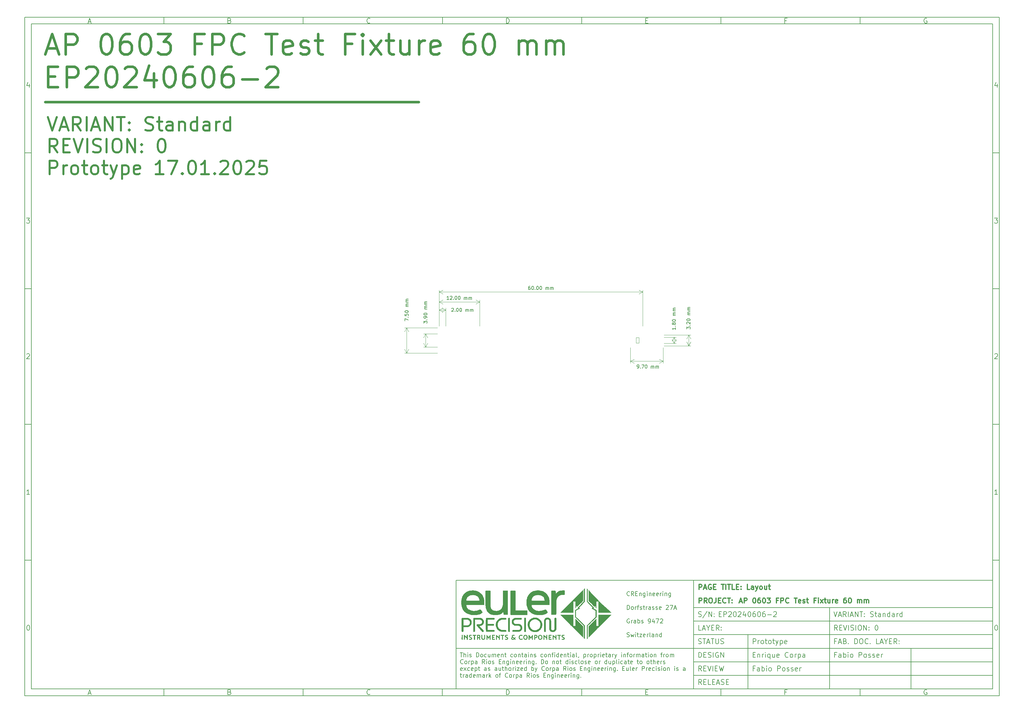
<source format=gbr>
%TF.GenerationSoftware,KiCad,Pcbnew,8.0.7-1.fc41*%
%TF.CreationDate,2025-01-19T01:13:50+01:00*%
%TF.ProjectId,0100_COVERSHEET,30313030-5f43-44f5-9645-525348454554,0*%
%TF.SameCoordinates,Original*%
%TF.FileFunction,OtherDrawing,Comment*%
%FSLAX46Y46*%
G04 Gerber Fmt 4.6, Leading zero omitted, Abs format (unit mm)*
G04 Created by KiCad (PCBNEW 8.0.7-1.fc41) date 2025-01-19 01:13:50*
%MOMM*%
%LPD*%
G01*
G04 APERTURE LIST*
%ADD10C,0.100000*%
%ADD11C,0.150000*%
%ADD12C,0.300000*%
%ADD13C,0.750000*%
%ADD14C,0.600000*%
%ADD15C,0.000001*%
G04 APERTURE END LIST*
D10*
D11*
X7000000Y-203000000D02*
X290000000Y-203000000D01*
X290000000Y-7000000D01*
X7000000Y-7000000D01*
X7000000Y-203000000D01*
D10*
D11*
X132000000Y-171000000D02*
X290000000Y-171000000D01*
X290000000Y-203000000D01*
X132000000Y-203000000D01*
X132000000Y-171000000D01*
D10*
D11*
X202000000Y-203000000D02*
X202000000Y-171000000D01*
D10*
D11*
X290000000Y-199000000D02*
X202000000Y-199000000D01*
D10*
D11*
X290000000Y-195000000D02*
X202000000Y-195000000D01*
D10*
D11*
X290000000Y-191000000D02*
X201000000Y-191000000D01*
D10*
D11*
X290000000Y-187000000D02*
X202000000Y-187000000D01*
D10*
D11*
X290000000Y-183000000D02*
X202000000Y-183000000D01*
D10*
D11*
X290000000Y-179000000D02*
X202000000Y-179000000D01*
D10*
D11*
X266000000Y-203000000D02*
X266000000Y-191000000D01*
D10*
D11*
X242000000Y-203000000D02*
X242000000Y-179000000D01*
D10*
D11*
X218000000Y-203000000D02*
X218000000Y-187000000D01*
D10*
D12*
X203556710Y-173685528D02*
X203556710Y-172185528D01*
X203556710Y-172185528D02*
X204128139Y-172185528D01*
X204128139Y-172185528D02*
X204270996Y-172256957D01*
X204270996Y-172256957D02*
X204342425Y-172328385D01*
X204342425Y-172328385D02*
X204413853Y-172471242D01*
X204413853Y-172471242D02*
X204413853Y-172685528D01*
X204413853Y-172685528D02*
X204342425Y-172828385D01*
X204342425Y-172828385D02*
X204270996Y-172899814D01*
X204270996Y-172899814D02*
X204128139Y-172971242D01*
X204128139Y-172971242D02*
X203556710Y-172971242D01*
X204985282Y-173256957D02*
X205699568Y-173256957D01*
X204842425Y-173685528D02*
X205342425Y-172185528D01*
X205342425Y-172185528D02*
X205842425Y-173685528D01*
X207128139Y-172256957D02*
X206985282Y-172185528D01*
X206985282Y-172185528D02*
X206770996Y-172185528D01*
X206770996Y-172185528D02*
X206556710Y-172256957D01*
X206556710Y-172256957D02*
X206413853Y-172399814D01*
X206413853Y-172399814D02*
X206342424Y-172542671D01*
X206342424Y-172542671D02*
X206270996Y-172828385D01*
X206270996Y-172828385D02*
X206270996Y-173042671D01*
X206270996Y-173042671D02*
X206342424Y-173328385D01*
X206342424Y-173328385D02*
X206413853Y-173471242D01*
X206413853Y-173471242D02*
X206556710Y-173614100D01*
X206556710Y-173614100D02*
X206770996Y-173685528D01*
X206770996Y-173685528D02*
X206913853Y-173685528D01*
X206913853Y-173685528D02*
X207128139Y-173614100D01*
X207128139Y-173614100D02*
X207199567Y-173542671D01*
X207199567Y-173542671D02*
X207199567Y-173042671D01*
X207199567Y-173042671D02*
X206913853Y-173042671D01*
X207842424Y-172899814D02*
X208342424Y-172899814D01*
X208556710Y-173685528D02*
X207842424Y-173685528D01*
X207842424Y-173685528D02*
X207842424Y-172185528D01*
X207842424Y-172185528D02*
X208556710Y-172185528D01*
X210128139Y-172185528D02*
X210985282Y-172185528D01*
X210556710Y-173685528D02*
X210556710Y-172185528D01*
X211485281Y-173685528D02*
X211485281Y-172185528D01*
X211985282Y-172185528D02*
X212842425Y-172185528D01*
X212413853Y-173685528D02*
X212413853Y-172185528D01*
X214056710Y-173685528D02*
X213342424Y-173685528D01*
X213342424Y-173685528D02*
X213342424Y-172185528D01*
X214556710Y-172899814D02*
X215056710Y-172899814D01*
X215270996Y-173685528D02*
X214556710Y-173685528D01*
X214556710Y-173685528D02*
X214556710Y-172185528D01*
X214556710Y-172185528D02*
X215270996Y-172185528D01*
X215913853Y-173542671D02*
X215985282Y-173614100D01*
X215985282Y-173614100D02*
X215913853Y-173685528D01*
X215913853Y-173685528D02*
X215842425Y-173614100D01*
X215842425Y-173614100D02*
X215913853Y-173542671D01*
X215913853Y-173542671D02*
X215913853Y-173685528D01*
X215913853Y-172756957D02*
X215985282Y-172828385D01*
X215985282Y-172828385D02*
X215913853Y-172899814D01*
X215913853Y-172899814D02*
X215842425Y-172828385D01*
X215842425Y-172828385D02*
X215913853Y-172756957D01*
X215913853Y-172756957D02*
X215913853Y-172899814D01*
X218485282Y-173685528D02*
X217770996Y-173685528D01*
X217770996Y-173685528D02*
X217770996Y-172185528D01*
X219628140Y-173685528D02*
X219628140Y-172899814D01*
X219628140Y-172899814D02*
X219556711Y-172756957D01*
X219556711Y-172756957D02*
X219413854Y-172685528D01*
X219413854Y-172685528D02*
X219128140Y-172685528D01*
X219128140Y-172685528D02*
X218985282Y-172756957D01*
X219628140Y-173614100D02*
X219485282Y-173685528D01*
X219485282Y-173685528D02*
X219128140Y-173685528D01*
X219128140Y-173685528D02*
X218985282Y-173614100D01*
X218985282Y-173614100D02*
X218913854Y-173471242D01*
X218913854Y-173471242D02*
X218913854Y-173328385D01*
X218913854Y-173328385D02*
X218985282Y-173185528D01*
X218985282Y-173185528D02*
X219128140Y-173114100D01*
X219128140Y-173114100D02*
X219485282Y-173114100D01*
X219485282Y-173114100D02*
X219628140Y-173042671D01*
X220199568Y-172685528D02*
X220556711Y-173685528D01*
X220913854Y-172685528D02*
X220556711Y-173685528D01*
X220556711Y-173685528D02*
X220413854Y-174042671D01*
X220413854Y-174042671D02*
X220342425Y-174114100D01*
X220342425Y-174114100D02*
X220199568Y-174185528D01*
X221699568Y-173685528D02*
X221556711Y-173614100D01*
X221556711Y-173614100D02*
X221485282Y-173542671D01*
X221485282Y-173542671D02*
X221413854Y-173399814D01*
X221413854Y-173399814D02*
X221413854Y-172971242D01*
X221413854Y-172971242D02*
X221485282Y-172828385D01*
X221485282Y-172828385D02*
X221556711Y-172756957D01*
X221556711Y-172756957D02*
X221699568Y-172685528D01*
X221699568Y-172685528D02*
X221913854Y-172685528D01*
X221913854Y-172685528D02*
X222056711Y-172756957D01*
X222056711Y-172756957D02*
X222128140Y-172828385D01*
X222128140Y-172828385D02*
X222199568Y-172971242D01*
X222199568Y-172971242D02*
X222199568Y-173399814D01*
X222199568Y-173399814D02*
X222128140Y-173542671D01*
X222128140Y-173542671D02*
X222056711Y-173614100D01*
X222056711Y-173614100D02*
X221913854Y-173685528D01*
X221913854Y-173685528D02*
X221699568Y-173685528D01*
X223485283Y-172685528D02*
X223485283Y-173685528D01*
X222842425Y-172685528D02*
X222842425Y-173471242D01*
X222842425Y-173471242D02*
X222913854Y-173614100D01*
X222913854Y-173614100D02*
X223056711Y-173685528D01*
X223056711Y-173685528D02*
X223270997Y-173685528D01*
X223270997Y-173685528D02*
X223413854Y-173614100D01*
X223413854Y-173614100D02*
X223485283Y-173542671D01*
X223985283Y-172685528D02*
X224556711Y-172685528D01*
X224199568Y-172185528D02*
X224199568Y-173471242D01*
X224199568Y-173471242D02*
X224270997Y-173614100D01*
X224270997Y-173614100D02*
X224413854Y-173685528D01*
X224413854Y-173685528D02*
X224556711Y-173685528D01*
D10*
D11*
X201000000Y-191000000D02*
X132000000Y-191000000D01*
D10*
D12*
X203554510Y-177678328D02*
X203554510Y-176178328D01*
X203554510Y-176178328D02*
X204125939Y-176178328D01*
X204125939Y-176178328D02*
X204268796Y-176249757D01*
X204268796Y-176249757D02*
X204340225Y-176321185D01*
X204340225Y-176321185D02*
X204411653Y-176464042D01*
X204411653Y-176464042D02*
X204411653Y-176678328D01*
X204411653Y-176678328D02*
X204340225Y-176821185D01*
X204340225Y-176821185D02*
X204268796Y-176892614D01*
X204268796Y-176892614D02*
X204125939Y-176964042D01*
X204125939Y-176964042D02*
X203554510Y-176964042D01*
X205911653Y-177678328D02*
X205411653Y-176964042D01*
X205054510Y-177678328D02*
X205054510Y-176178328D01*
X205054510Y-176178328D02*
X205625939Y-176178328D01*
X205625939Y-176178328D02*
X205768796Y-176249757D01*
X205768796Y-176249757D02*
X205840225Y-176321185D01*
X205840225Y-176321185D02*
X205911653Y-176464042D01*
X205911653Y-176464042D02*
X205911653Y-176678328D01*
X205911653Y-176678328D02*
X205840225Y-176821185D01*
X205840225Y-176821185D02*
X205768796Y-176892614D01*
X205768796Y-176892614D02*
X205625939Y-176964042D01*
X205625939Y-176964042D02*
X205054510Y-176964042D01*
X206840225Y-176178328D02*
X207125939Y-176178328D01*
X207125939Y-176178328D02*
X207268796Y-176249757D01*
X207268796Y-176249757D02*
X207411653Y-176392614D01*
X207411653Y-176392614D02*
X207483082Y-176678328D01*
X207483082Y-176678328D02*
X207483082Y-177178328D01*
X207483082Y-177178328D02*
X207411653Y-177464042D01*
X207411653Y-177464042D02*
X207268796Y-177606900D01*
X207268796Y-177606900D02*
X207125939Y-177678328D01*
X207125939Y-177678328D02*
X206840225Y-177678328D01*
X206840225Y-177678328D02*
X206697368Y-177606900D01*
X206697368Y-177606900D02*
X206554510Y-177464042D01*
X206554510Y-177464042D02*
X206483082Y-177178328D01*
X206483082Y-177178328D02*
X206483082Y-176678328D01*
X206483082Y-176678328D02*
X206554510Y-176392614D01*
X206554510Y-176392614D02*
X206697368Y-176249757D01*
X206697368Y-176249757D02*
X206840225Y-176178328D01*
X208554511Y-176178328D02*
X208554511Y-177249757D01*
X208554511Y-177249757D02*
X208483082Y-177464042D01*
X208483082Y-177464042D02*
X208340225Y-177606900D01*
X208340225Y-177606900D02*
X208125939Y-177678328D01*
X208125939Y-177678328D02*
X207983082Y-177678328D01*
X209268796Y-176892614D02*
X209768796Y-176892614D01*
X209983082Y-177678328D02*
X209268796Y-177678328D01*
X209268796Y-177678328D02*
X209268796Y-176178328D01*
X209268796Y-176178328D02*
X209983082Y-176178328D01*
X211483082Y-177535471D02*
X211411654Y-177606900D01*
X211411654Y-177606900D02*
X211197368Y-177678328D01*
X211197368Y-177678328D02*
X211054511Y-177678328D01*
X211054511Y-177678328D02*
X210840225Y-177606900D01*
X210840225Y-177606900D02*
X210697368Y-177464042D01*
X210697368Y-177464042D02*
X210625939Y-177321185D01*
X210625939Y-177321185D02*
X210554511Y-177035471D01*
X210554511Y-177035471D02*
X210554511Y-176821185D01*
X210554511Y-176821185D02*
X210625939Y-176535471D01*
X210625939Y-176535471D02*
X210697368Y-176392614D01*
X210697368Y-176392614D02*
X210840225Y-176249757D01*
X210840225Y-176249757D02*
X211054511Y-176178328D01*
X211054511Y-176178328D02*
X211197368Y-176178328D01*
X211197368Y-176178328D02*
X211411654Y-176249757D01*
X211411654Y-176249757D02*
X211483082Y-176321185D01*
X211911654Y-176178328D02*
X212768797Y-176178328D01*
X212340225Y-177678328D02*
X212340225Y-176178328D01*
X213268796Y-177535471D02*
X213340225Y-177606900D01*
X213340225Y-177606900D02*
X213268796Y-177678328D01*
X213268796Y-177678328D02*
X213197368Y-177606900D01*
X213197368Y-177606900D02*
X213268796Y-177535471D01*
X213268796Y-177535471D02*
X213268796Y-177678328D01*
X213268796Y-176749757D02*
X213340225Y-176821185D01*
X213340225Y-176821185D02*
X213268796Y-176892614D01*
X213268796Y-176892614D02*
X213197368Y-176821185D01*
X213197368Y-176821185D02*
X213268796Y-176749757D01*
X213268796Y-176749757D02*
X213268796Y-176892614D01*
D10*
D11*
X203384398Y-181614700D02*
X203598684Y-181686128D01*
X203598684Y-181686128D02*
X203955826Y-181686128D01*
X203955826Y-181686128D02*
X204098684Y-181614700D01*
X204098684Y-181614700D02*
X204170112Y-181543271D01*
X204170112Y-181543271D02*
X204241541Y-181400414D01*
X204241541Y-181400414D02*
X204241541Y-181257557D01*
X204241541Y-181257557D02*
X204170112Y-181114700D01*
X204170112Y-181114700D02*
X204098684Y-181043271D01*
X204098684Y-181043271D02*
X203955826Y-180971842D01*
X203955826Y-180971842D02*
X203670112Y-180900414D01*
X203670112Y-180900414D02*
X203527255Y-180828985D01*
X203527255Y-180828985D02*
X203455826Y-180757557D01*
X203455826Y-180757557D02*
X203384398Y-180614700D01*
X203384398Y-180614700D02*
X203384398Y-180471842D01*
X203384398Y-180471842D02*
X203455826Y-180328985D01*
X203455826Y-180328985D02*
X203527255Y-180257557D01*
X203527255Y-180257557D02*
X203670112Y-180186128D01*
X203670112Y-180186128D02*
X204027255Y-180186128D01*
X204027255Y-180186128D02*
X204241541Y-180257557D01*
X205955826Y-180114700D02*
X204670112Y-182043271D01*
X206455826Y-181686128D02*
X206455826Y-180186128D01*
X206455826Y-180186128D02*
X207312969Y-181686128D01*
X207312969Y-181686128D02*
X207312969Y-180186128D01*
X208027255Y-181543271D02*
X208098684Y-181614700D01*
X208098684Y-181614700D02*
X208027255Y-181686128D01*
X208027255Y-181686128D02*
X207955827Y-181614700D01*
X207955827Y-181614700D02*
X208027255Y-181543271D01*
X208027255Y-181543271D02*
X208027255Y-181686128D01*
X208027255Y-180757557D02*
X208098684Y-180828985D01*
X208098684Y-180828985D02*
X208027255Y-180900414D01*
X208027255Y-180900414D02*
X207955827Y-180828985D01*
X207955827Y-180828985D02*
X208027255Y-180757557D01*
X208027255Y-180757557D02*
X208027255Y-180900414D01*
D10*
D11*
X203455826Y-193686128D02*
X203455826Y-192186128D01*
X203455826Y-192186128D02*
X203812969Y-192186128D01*
X203812969Y-192186128D02*
X204027255Y-192257557D01*
X204027255Y-192257557D02*
X204170112Y-192400414D01*
X204170112Y-192400414D02*
X204241541Y-192543271D01*
X204241541Y-192543271D02*
X204312969Y-192828985D01*
X204312969Y-192828985D02*
X204312969Y-193043271D01*
X204312969Y-193043271D02*
X204241541Y-193328985D01*
X204241541Y-193328985D02*
X204170112Y-193471842D01*
X204170112Y-193471842D02*
X204027255Y-193614700D01*
X204027255Y-193614700D02*
X203812969Y-193686128D01*
X203812969Y-193686128D02*
X203455826Y-193686128D01*
X204955826Y-192900414D02*
X205455826Y-192900414D01*
X205670112Y-193686128D02*
X204955826Y-193686128D01*
X204955826Y-193686128D02*
X204955826Y-192186128D01*
X204955826Y-192186128D02*
X205670112Y-192186128D01*
X206241541Y-193614700D02*
X206455827Y-193686128D01*
X206455827Y-193686128D02*
X206812969Y-193686128D01*
X206812969Y-193686128D02*
X206955827Y-193614700D01*
X206955827Y-193614700D02*
X207027255Y-193543271D01*
X207027255Y-193543271D02*
X207098684Y-193400414D01*
X207098684Y-193400414D02*
X207098684Y-193257557D01*
X207098684Y-193257557D02*
X207027255Y-193114700D01*
X207027255Y-193114700D02*
X206955827Y-193043271D01*
X206955827Y-193043271D02*
X206812969Y-192971842D01*
X206812969Y-192971842D02*
X206527255Y-192900414D01*
X206527255Y-192900414D02*
X206384398Y-192828985D01*
X206384398Y-192828985D02*
X206312969Y-192757557D01*
X206312969Y-192757557D02*
X206241541Y-192614700D01*
X206241541Y-192614700D02*
X206241541Y-192471842D01*
X206241541Y-192471842D02*
X206312969Y-192328985D01*
X206312969Y-192328985D02*
X206384398Y-192257557D01*
X206384398Y-192257557D02*
X206527255Y-192186128D01*
X206527255Y-192186128D02*
X206884398Y-192186128D01*
X206884398Y-192186128D02*
X207098684Y-192257557D01*
X207741540Y-193686128D02*
X207741540Y-192186128D01*
X209241541Y-192257557D02*
X209098684Y-192186128D01*
X209098684Y-192186128D02*
X208884398Y-192186128D01*
X208884398Y-192186128D02*
X208670112Y-192257557D01*
X208670112Y-192257557D02*
X208527255Y-192400414D01*
X208527255Y-192400414D02*
X208455826Y-192543271D01*
X208455826Y-192543271D02*
X208384398Y-192828985D01*
X208384398Y-192828985D02*
X208384398Y-193043271D01*
X208384398Y-193043271D02*
X208455826Y-193328985D01*
X208455826Y-193328985D02*
X208527255Y-193471842D01*
X208527255Y-193471842D02*
X208670112Y-193614700D01*
X208670112Y-193614700D02*
X208884398Y-193686128D01*
X208884398Y-193686128D02*
X209027255Y-193686128D01*
X209027255Y-193686128D02*
X209241541Y-193614700D01*
X209241541Y-193614700D02*
X209312969Y-193543271D01*
X209312969Y-193543271D02*
X209312969Y-193043271D01*
X209312969Y-193043271D02*
X209027255Y-193043271D01*
X209955826Y-193686128D02*
X209955826Y-192186128D01*
X209955826Y-192186128D02*
X210812969Y-193686128D01*
X210812969Y-193686128D02*
X210812969Y-192186128D01*
D10*
D11*
X204312969Y-197686128D02*
X203812969Y-196971842D01*
X203455826Y-197686128D02*
X203455826Y-196186128D01*
X203455826Y-196186128D02*
X204027255Y-196186128D01*
X204027255Y-196186128D02*
X204170112Y-196257557D01*
X204170112Y-196257557D02*
X204241541Y-196328985D01*
X204241541Y-196328985D02*
X204312969Y-196471842D01*
X204312969Y-196471842D02*
X204312969Y-196686128D01*
X204312969Y-196686128D02*
X204241541Y-196828985D01*
X204241541Y-196828985D02*
X204170112Y-196900414D01*
X204170112Y-196900414D02*
X204027255Y-196971842D01*
X204027255Y-196971842D02*
X203455826Y-196971842D01*
X204955826Y-196900414D02*
X205455826Y-196900414D01*
X205670112Y-197686128D02*
X204955826Y-197686128D01*
X204955826Y-197686128D02*
X204955826Y-196186128D01*
X204955826Y-196186128D02*
X205670112Y-196186128D01*
X206098684Y-196186128D02*
X206598684Y-197686128D01*
X206598684Y-197686128D02*
X207098684Y-196186128D01*
X207598683Y-197686128D02*
X207598683Y-196186128D01*
X208312969Y-196900414D02*
X208812969Y-196900414D01*
X209027255Y-197686128D02*
X208312969Y-197686128D01*
X208312969Y-197686128D02*
X208312969Y-196186128D01*
X208312969Y-196186128D02*
X209027255Y-196186128D01*
X209527255Y-196186128D02*
X209884398Y-197686128D01*
X209884398Y-197686128D02*
X210170112Y-196614700D01*
X210170112Y-196614700D02*
X210455827Y-197686128D01*
X210455827Y-197686128D02*
X210812970Y-196186128D01*
D10*
D11*
X204312969Y-201686128D02*
X203812969Y-200971842D01*
X203455826Y-201686128D02*
X203455826Y-200186128D01*
X203455826Y-200186128D02*
X204027255Y-200186128D01*
X204027255Y-200186128D02*
X204170112Y-200257557D01*
X204170112Y-200257557D02*
X204241541Y-200328985D01*
X204241541Y-200328985D02*
X204312969Y-200471842D01*
X204312969Y-200471842D02*
X204312969Y-200686128D01*
X204312969Y-200686128D02*
X204241541Y-200828985D01*
X204241541Y-200828985D02*
X204170112Y-200900414D01*
X204170112Y-200900414D02*
X204027255Y-200971842D01*
X204027255Y-200971842D02*
X203455826Y-200971842D01*
X204955826Y-200900414D02*
X205455826Y-200900414D01*
X205670112Y-201686128D02*
X204955826Y-201686128D01*
X204955826Y-201686128D02*
X204955826Y-200186128D01*
X204955826Y-200186128D02*
X205670112Y-200186128D01*
X207027255Y-201686128D02*
X206312969Y-201686128D01*
X206312969Y-201686128D02*
X206312969Y-200186128D01*
X207527255Y-200900414D02*
X208027255Y-200900414D01*
X208241541Y-201686128D02*
X207527255Y-201686128D01*
X207527255Y-201686128D02*
X207527255Y-200186128D01*
X207527255Y-200186128D02*
X208241541Y-200186128D01*
X208812970Y-201257557D02*
X209527256Y-201257557D01*
X208670113Y-201686128D02*
X209170113Y-200186128D01*
X209170113Y-200186128D02*
X209670113Y-201686128D01*
X210098684Y-201614700D02*
X210312970Y-201686128D01*
X210312970Y-201686128D02*
X210670112Y-201686128D01*
X210670112Y-201686128D02*
X210812970Y-201614700D01*
X210812970Y-201614700D02*
X210884398Y-201543271D01*
X210884398Y-201543271D02*
X210955827Y-201400414D01*
X210955827Y-201400414D02*
X210955827Y-201257557D01*
X210955827Y-201257557D02*
X210884398Y-201114700D01*
X210884398Y-201114700D02*
X210812970Y-201043271D01*
X210812970Y-201043271D02*
X210670112Y-200971842D01*
X210670112Y-200971842D02*
X210384398Y-200900414D01*
X210384398Y-200900414D02*
X210241541Y-200828985D01*
X210241541Y-200828985D02*
X210170112Y-200757557D01*
X210170112Y-200757557D02*
X210098684Y-200614700D01*
X210098684Y-200614700D02*
X210098684Y-200471842D01*
X210098684Y-200471842D02*
X210170112Y-200328985D01*
X210170112Y-200328985D02*
X210241541Y-200257557D01*
X210241541Y-200257557D02*
X210384398Y-200186128D01*
X210384398Y-200186128D02*
X210741541Y-200186128D01*
X210741541Y-200186128D02*
X210955827Y-200257557D01*
X211598683Y-200900414D02*
X212098683Y-200900414D01*
X212312969Y-201686128D02*
X211598683Y-201686128D01*
X211598683Y-201686128D02*
X211598683Y-200186128D01*
X211598683Y-200186128D02*
X212312969Y-200186128D01*
D10*
D11*
X243241541Y-180186128D02*
X243741541Y-181686128D01*
X243741541Y-181686128D02*
X244241541Y-180186128D01*
X244670112Y-181257557D02*
X245384398Y-181257557D01*
X244527255Y-181686128D02*
X245027255Y-180186128D01*
X245027255Y-180186128D02*
X245527255Y-181686128D01*
X246884397Y-181686128D02*
X246384397Y-180971842D01*
X246027254Y-181686128D02*
X246027254Y-180186128D01*
X246027254Y-180186128D02*
X246598683Y-180186128D01*
X246598683Y-180186128D02*
X246741540Y-180257557D01*
X246741540Y-180257557D02*
X246812969Y-180328985D01*
X246812969Y-180328985D02*
X246884397Y-180471842D01*
X246884397Y-180471842D02*
X246884397Y-180686128D01*
X246884397Y-180686128D02*
X246812969Y-180828985D01*
X246812969Y-180828985D02*
X246741540Y-180900414D01*
X246741540Y-180900414D02*
X246598683Y-180971842D01*
X246598683Y-180971842D02*
X246027254Y-180971842D01*
X247527254Y-181686128D02*
X247527254Y-180186128D01*
X248170112Y-181257557D02*
X248884398Y-181257557D01*
X248027255Y-181686128D02*
X248527255Y-180186128D01*
X248527255Y-180186128D02*
X249027255Y-181686128D01*
X249527254Y-181686128D02*
X249527254Y-180186128D01*
X249527254Y-180186128D02*
X250384397Y-181686128D01*
X250384397Y-181686128D02*
X250384397Y-180186128D01*
X250884398Y-180186128D02*
X251741541Y-180186128D01*
X251312969Y-181686128D02*
X251312969Y-180186128D01*
X252241540Y-181543271D02*
X252312969Y-181614700D01*
X252312969Y-181614700D02*
X252241540Y-181686128D01*
X252241540Y-181686128D02*
X252170112Y-181614700D01*
X252170112Y-181614700D02*
X252241540Y-181543271D01*
X252241540Y-181543271D02*
X252241540Y-181686128D01*
X252241540Y-180757557D02*
X252312969Y-180828985D01*
X252312969Y-180828985D02*
X252241540Y-180900414D01*
X252241540Y-180900414D02*
X252170112Y-180828985D01*
X252170112Y-180828985D02*
X252241540Y-180757557D01*
X252241540Y-180757557D02*
X252241540Y-180900414D01*
X254027255Y-181614700D02*
X254241541Y-181686128D01*
X254241541Y-181686128D02*
X254598683Y-181686128D01*
X254598683Y-181686128D02*
X254741541Y-181614700D01*
X254741541Y-181614700D02*
X254812969Y-181543271D01*
X254812969Y-181543271D02*
X254884398Y-181400414D01*
X254884398Y-181400414D02*
X254884398Y-181257557D01*
X254884398Y-181257557D02*
X254812969Y-181114700D01*
X254812969Y-181114700D02*
X254741541Y-181043271D01*
X254741541Y-181043271D02*
X254598683Y-180971842D01*
X254598683Y-180971842D02*
X254312969Y-180900414D01*
X254312969Y-180900414D02*
X254170112Y-180828985D01*
X254170112Y-180828985D02*
X254098683Y-180757557D01*
X254098683Y-180757557D02*
X254027255Y-180614700D01*
X254027255Y-180614700D02*
X254027255Y-180471842D01*
X254027255Y-180471842D02*
X254098683Y-180328985D01*
X254098683Y-180328985D02*
X254170112Y-180257557D01*
X254170112Y-180257557D02*
X254312969Y-180186128D01*
X254312969Y-180186128D02*
X254670112Y-180186128D01*
X254670112Y-180186128D02*
X254884398Y-180257557D01*
X255312969Y-180686128D02*
X255884397Y-180686128D01*
X255527254Y-180186128D02*
X255527254Y-181471842D01*
X255527254Y-181471842D02*
X255598683Y-181614700D01*
X255598683Y-181614700D02*
X255741540Y-181686128D01*
X255741540Y-181686128D02*
X255884397Y-181686128D01*
X257027255Y-181686128D02*
X257027255Y-180900414D01*
X257027255Y-180900414D02*
X256955826Y-180757557D01*
X256955826Y-180757557D02*
X256812969Y-180686128D01*
X256812969Y-180686128D02*
X256527255Y-180686128D01*
X256527255Y-180686128D02*
X256384397Y-180757557D01*
X257027255Y-181614700D02*
X256884397Y-181686128D01*
X256884397Y-181686128D02*
X256527255Y-181686128D01*
X256527255Y-181686128D02*
X256384397Y-181614700D01*
X256384397Y-181614700D02*
X256312969Y-181471842D01*
X256312969Y-181471842D02*
X256312969Y-181328985D01*
X256312969Y-181328985D02*
X256384397Y-181186128D01*
X256384397Y-181186128D02*
X256527255Y-181114700D01*
X256527255Y-181114700D02*
X256884397Y-181114700D01*
X256884397Y-181114700D02*
X257027255Y-181043271D01*
X257741540Y-180686128D02*
X257741540Y-181686128D01*
X257741540Y-180828985D02*
X257812969Y-180757557D01*
X257812969Y-180757557D02*
X257955826Y-180686128D01*
X257955826Y-180686128D02*
X258170112Y-180686128D01*
X258170112Y-180686128D02*
X258312969Y-180757557D01*
X258312969Y-180757557D02*
X258384398Y-180900414D01*
X258384398Y-180900414D02*
X258384398Y-181686128D01*
X259741541Y-181686128D02*
X259741541Y-180186128D01*
X259741541Y-181614700D02*
X259598683Y-181686128D01*
X259598683Y-181686128D02*
X259312969Y-181686128D01*
X259312969Y-181686128D02*
X259170112Y-181614700D01*
X259170112Y-181614700D02*
X259098683Y-181543271D01*
X259098683Y-181543271D02*
X259027255Y-181400414D01*
X259027255Y-181400414D02*
X259027255Y-180971842D01*
X259027255Y-180971842D02*
X259098683Y-180828985D01*
X259098683Y-180828985D02*
X259170112Y-180757557D01*
X259170112Y-180757557D02*
X259312969Y-180686128D01*
X259312969Y-180686128D02*
X259598683Y-180686128D01*
X259598683Y-180686128D02*
X259741541Y-180757557D01*
X261098684Y-181686128D02*
X261098684Y-180900414D01*
X261098684Y-180900414D02*
X261027255Y-180757557D01*
X261027255Y-180757557D02*
X260884398Y-180686128D01*
X260884398Y-180686128D02*
X260598684Y-180686128D01*
X260598684Y-180686128D02*
X260455826Y-180757557D01*
X261098684Y-181614700D02*
X260955826Y-181686128D01*
X260955826Y-181686128D02*
X260598684Y-181686128D01*
X260598684Y-181686128D02*
X260455826Y-181614700D01*
X260455826Y-181614700D02*
X260384398Y-181471842D01*
X260384398Y-181471842D02*
X260384398Y-181328985D01*
X260384398Y-181328985D02*
X260455826Y-181186128D01*
X260455826Y-181186128D02*
X260598684Y-181114700D01*
X260598684Y-181114700D02*
X260955826Y-181114700D01*
X260955826Y-181114700D02*
X261098684Y-181043271D01*
X261812969Y-181686128D02*
X261812969Y-180686128D01*
X261812969Y-180971842D02*
X261884398Y-180828985D01*
X261884398Y-180828985D02*
X261955827Y-180757557D01*
X261955827Y-180757557D02*
X262098684Y-180686128D01*
X262098684Y-180686128D02*
X262241541Y-180686128D01*
X263384398Y-181686128D02*
X263384398Y-180186128D01*
X263384398Y-181614700D02*
X263241540Y-181686128D01*
X263241540Y-181686128D02*
X262955826Y-181686128D01*
X262955826Y-181686128D02*
X262812969Y-181614700D01*
X262812969Y-181614700D02*
X262741540Y-181543271D01*
X262741540Y-181543271D02*
X262670112Y-181400414D01*
X262670112Y-181400414D02*
X262670112Y-180971842D01*
X262670112Y-180971842D02*
X262741540Y-180828985D01*
X262741540Y-180828985D02*
X262812969Y-180757557D01*
X262812969Y-180757557D02*
X262955826Y-180686128D01*
X262955826Y-180686128D02*
X263241540Y-180686128D01*
X263241540Y-180686128D02*
X263384398Y-180757557D01*
D10*
D11*
X244312969Y-185686128D02*
X243812969Y-184971842D01*
X243455826Y-185686128D02*
X243455826Y-184186128D01*
X243455826Y-184186128D02*
X244027255Y-184186128D01*
X244027255Y-184186128D02*
X244170112Y-184257557D01*
X244170112Y-184257557D02*
X244241541Y-184328985D01*
X244241541Y-184328985D02*
X244312969Y-184471842D01*
X244312969Y-184471842D02*
X244312969Y-184686128D01*
X244312969Y-184686128D02*
X244241541Y-184828985D01*
X244241541Y-184828985D02*
X244170112Y-184900414D01*
X244170112Y-184900414D02*
X244027255Y-184971842D01*
X244027255Y-184971842D02*
X243455826Y-184971842D01*
X244955826Y-184900414D02*
X245455826Y-184900414D01*
X245670112Y-185686128D02*
X244955826Y-185686128D01*
X244955826Y-185686128D02*
X244955826Y-184186128D01*
X244955826Y-184186128D02*
X245670112Y-184186128D01*
X246098684Y-184186128D02*
X246598684Y-185686128D01*
X246598684Y-185686128D02*
X247098684Y-184186128D01*
X247598683Y-185686128D02*
X247598683Y-184186128D01*
X248241541Y-185614700D02*
X248455827Y-185686128D01*
X248455827Y-185686128D02*
X248812969Y-185686128D01*
X248812969Y-185686128D02*
X248955827Y-185614700D01*
X248955827Y-185614700D02*
X249027255Y-185543271D01*
X249027255Y-185543271D02*
X249098684Y-185400414D01*
X249098684Y-185400414D02*
X249098684Y-185257557D01*
X249098684Y-185257557D02*
X249027255Y-185114700D01*
X249027255Y-185114700D02*
X248955827Y-185043271D01*
X248955827Y-185043271D02*
X248812969Y-184971842D01*
X248812969Y-184971842D02*
X248527255Y-184900414D01*
X248527255Y-184900414D02*
X248384398Y-184828985D01*
X248384398Y-184828985D02*
X248312969Y-184757557D01*
X248312969Y-184757557D02*
X248241541Y-184614700D01*
X248241541Y-184614700D02*
X248241541Y-184471842D01*
X248241541Y-184471842D02*
X248312969Y-184328985D01*
X248312969Y-184328985D02*
X248384398Y-184257557D01*
X248384398Y-184257557D02*
X248527255Y-184186128D01*
X248527255Y-184186128D02*
X248884398Y-184186128D01*
X248884398Y-184186128D02*
X249098684Y-184257557D01*
X249741540Y-185686128D02*
X249741540Y-184186128D01*
X250741541Y-184186128D02*
X251027255Y-184186128D01*
X251027255Y-184186128D02*
X251170112Y-184257557D01*
X251170112Y-184257557D02*
X251312969Y-184400414D01*
X251312969Y-184400414D02*
X251384398Y-184686128D01*
X251384398Y-184686128D02*
X251384398Y-185186128D01*
X251384398Y-185186128D02*
X251312969Y-185471842D01*
X251312969Y-185471842D02*
X251170112Y-185614700D01*
X251170112Y-185614700D02*
X251027255Y-185686128D01*
X251027255Y-185686128D02*
X250741541Y-185686128D01*
X250741541Y-185686128D02*
X250598684Y-185614700D01*
X250598684Y-185614700D02*
X250455826Y-185471842D01*
X250455826Y-185471842D02*
X250384398Y-185186128D01*
X250384398Y-185186128D02*
X250384398Y-184686128D01*
X250384398Y-184686128D02*
X250455826Y-184400414D01*
X250455826Y-184400414D02*
X250598684Y-184257557D01*
X250598684Y-184257557D02*
X250741541Y-184186128D01*
X252027255Y-185686128D02*
X252027255Y-184186128D01*
X252027255Y-184186128D02*
X252884398Y-185686128D01*
X252884398Y-185686128D02*
X252884398Y-184186128D01*
X253598684Y-185543271D02*
X253670113Y-185614700D01*
X253670113Y-185614700D02*
X253598684Y-185686128D01*
X253598684Y-185686128D02*
X253527256Y-185614700D01*
X253527256Y-185614700D02*
X253598684Y-185543271D01*
X253598684Y-185543271D02*
X253598684Y-185686128D01*
X253598684Y-184757557D02*
X253670113Y-184828985D01*
X253670113Y-184828985D02*
X253598684Y-184900414D01*
X253598684Y-184900414D02*
X253527256Y-184828985D01*
X253527256Y-184828985D02*
X253598684Y-184757557D01*
X253598684Y-184757557D02*
X253598684Y-184900414D01*
X255741542Y-184186128D02*
X255884399Y-184186128D01*
X255884399Y-184186128D02*
X256027256Y-184257557D01*
X256027256Y-184257557D02*
X256098685Y-184328985D01*
X256098685Y-184328985D02*
X256170113Y-184471842D01*
X256170113Y-184471842D02*
X256241542Y-184757557D01*
X256241542Y-184757557D02*
X256241542Y-185114700D01*
X256241542Y-185114700D02*
X256170113Y-185400414D01*
X256170113Y-185400414D02*
X256098685Y-185543271D01*
X256098685Y-185543271D02*
X256027256Y-185614700D01*
X256027256Y-185614700D02*
X255884399Y-185686128D01*
X255884399Y-185686128D02*
X255741542Y-185686128D01*
X255741542Y-185686128D02*
X255598685Y-185614700D01*
X255598685Y-185614700D02*
X255527256Y-185543271D01*
X255527256Y-185543271D02*
X255455827Y-185400414D01*
X255455827Y-185400414D02*
X255384399Y-185114700D01*
X255384399Y-185114700D02*
X255384399Y-184757557D01*
X255384399Y-184757557D02*
X255455827Y-184471842D01*
X255455827Y-184471842D02*
X255527256Y-184328985D01*
X255527256Y-184328985D02*
X255598685Y-184257557D01*
X255598685Y-184257557D02*
X255741542Y-184186128D01*
D10*
D11*
X203384398Y-189614700D02*
X203598684Y-189686128D01*
X203598684Y-189686128D02*
X203955826Y-189686128D01*
X203955826Y-189686128D02*
X204098684Y-189614700D01*
X204098684Y-189614700D02*
X204170112Y-189543271D01*
X204170112Y-189543271D02*
X204241541Y-189400414D01*
X204241541Y-189400414D02*
X204241541Y-189257557D01*
X204241541Y-189257557D02*
X204170112Y-189114700D01*
X204170112Y-189114700D02*
X204098684Y-189043271D01*
X204098684Y-189043271D02*
X203955826Y-188971842D01*
X203955826Y-188971842D02*
X203670112Y-188900414D01*
X203670112Y-188900414D02*
X203527255Y-188828985D01*
X203527255Y-188828985D02*
X203455826Y-188757557D01*
X203455826Y-188757557D02*
X203384398Y-188614700D01*
X203384398Y-188614700D02*
X203384398Y-188471842D01*
X203384398Y-188471842D02*
X203455826Y-188328985D01*
X203455826Y-188328985D02*
X203527255Y-188257557D01*
X203527255Y-188257557D02*
X203670112Y-188186128D01*
X203670112Y-188186128D02*
X204027255Y-188186128D01*
X204027255Y-188186128D02*
X204241541Y-188257557D01*
X204670112Y-188186128D02*
X205527255Y-188186128D01*
X205098683Y-189686128D02*
X205098683Y-188186128D01*
X205955826Y-189257557D02*
X206670112Y-189257557D01*
X205812969Y-189686128D02*
X206312969Y-188186128D01*
X206312969Y-188186128D02*
X206812969Y-189686128D01*
X207098683Y-188186128D02*
X207955826Y-188186128D01*
X207527254Y-189686128D02*
X207527254Y-188186128D01*
X208455825Y-188186128D02*
X208455825Y-189400414D01*
X208455825Y-189400414D02*
X208527254Y-189543271D01*
X208527254Y-189543271D02*
X208598683Y-189614700D01*
X208598683Y-189614700D02*
X208741540Y-189686128D01*
X208741540Y-189686128D02*
X209027254Y-189686128D01*
X209027254Y-189686128D02*
X209170111Y-189614700D01*
X209170111Y-189614700D02*
X209241540Y-189543271D01*
X209241540Y-189543271D02*
X209312968Y-189400414D01*
X209312968Y-189400414D02*
X209312968Y-188186128D01*
X209955826Y-189614700D02*
X210170112Y-189686128D01*
X210170112Y-189686128D02*
X210527254Y-189686128D01*
X210527254Y-189686128D02*
X210670112Y-189614700D01*
X210670112Y-189614700D02*
X210741540Y-189543271D01*
X210741540Y-189543271D02*
X210812969Y-189400414D01*
X210812969Y-189400414D02*
X210812969Y-189257557D01*
X210812969Y-189257557D02*
X210741540Y-189114700D01*
X210741540Y-189114700D02*
X210670112Y-189043271D01*
X210670112Y-189043271D02*
X210527254Y-188971842D01*
X210527254Y-188971842D02*
X210241540Y-188900414D01*
X210241540Y-188900414D02*
X210098683Y-188828985D01*
X210098683Y-188828985D02*
X210027254Y-188757557D01*
X210027254Y-188757557D02*
X209955826Y-188614700D01*
X209955826Y-188614700D02*
X209955826Y-188471842D01*
X209955826Y-188471842D02*
X210027254Y-188328985D01*
X210027254Y-188328985D02*
X210098683Y-188257557D01*
X210098683Y-188257557D02*
X210241540Y-188186128D01*
X210241540Y-188186128D02*
X210598683Y-188186128D01*
X210598683Y-188186128D02*
X210812969Y-188257557D01*
D10*
D11*
X219455826Y-189686128D02*
X219455826Y-188186128D01*
X219455826Y-188186128D02*
X220027255Y-188186128D01*
X220027255Y-188186128D02*
X220170112Y-188257557D01*
X220170112Y-188257557D02*
X220241541Y-188328985D01*
X220241541Y-188328985D02*
X220312969Y-188471842D01*
X220312969Y-188471842D02*
X220312969Y-188686128D01*
X220312969Y-188686128D02*
X220241541Y-188828985D01*
X220241541Y-188828985D02*
X220170112Y-188900414D01*
X220170112Y-188900414D02*
X220027255Y-188971842D01*
X220027255Y-188971842D02*
X219455826Y-188971842D01*
X220955826Y-189686128D02*
X220955826Y-188686128D01*
X220955826Y-188971842D02*
X221027255Y-188828985D01*
X221027255Y-188828985D02*
X221098684Y-188757557D01*
X221098684Y-188757557D02*
X221241541Y-188686128D01*
X221241541Y-188686128D02*
X221384398Y-188686128D01*
X222098683Y-189686128D02*
X221955826Y-189614700D01*
X221955826Y-189614700D02*
X221884397Y-189543271D01*
X221884397Y-189543271D02*
X221812969Y-189400414D01*
X221812969Y-189400414D02*
X221812969Y-188971842D01*
X221812969Y-188971842D02*
X221884397Y-188828985D01*
X221884397Y-188828985D02*
X221955826Y-188757557D01*
X221955826Y-188757557D02*
X222098683Y-188686128D01*
X222098683Y-188686128D02*
X222312969Y-188686128D01*
X222312969Y-188686128D02*
X222455826Y-188757557D01*
X222455826Y-188757557D02*
X222527255Y-188828985D01*
X222527255Y-188828985D02*
X222598683Y-188971842D01*
X222598683Y-188971842D02*
X222598683Y-189400414D01*
X222598683Y-189400414D02*
X222527255Y-189543271D01*
X222527255Y-189543271D02*
X222455826Y-189614700D01*
X222455826Y-189614700D02*
X222312969Y-189686128D01*
X222312969Y-189686128D02*
X222098683Y-189686128D01*
X223027255Y-188686128D02*
X223598683Y-188686128D01*
X223241540Y-188186128D02*
X223241540Y-189471842D01*
X223241540Y-189471842D02*
X223312969Y-189614700D01*
X223312969Y-189614700D02*
X223455826Y-189686128D01*
X223455826Y-189686128D02*
X223598683Y-189686128D01*
X224312969Y-189686128D02*
X224170112Y-189614700D01*
X224170112Y-189614700D02*
X224098683Y-189543271D01*
X224098683Y-189543271D02*
X224027255Y-189400414D01*
X224027255Y-189400414D02*
X224027255Y-188971842D01*
X224027255Y-188971842D02*
X224098683Y-188828985D01*
X224098683Y-188828985D02*
X224170112Y-188757557D01*
X224170112Y-188757557D02*
X224312969Y-188686128D01*
X224312969Y-188686128D02*
X224527255Y-188686128D01*
X224527255Y-188686128D02*
X224670112Y-188757557D01*
X224670112Y-188757557D02*
X224741541Y-188828985D01*
X224741541Y-188828985D02*
X224812969Y-188971842D01*
X224812969Y-188971842D02*
X224812969Y-189400414D01*
X224812969Y-189400414D02*
X224741541Y-189543271D01*
X224741541Y-189543271D02*
X224670112Y-189614700D01*
X224670112Y-189614700D02*
X224527255Y-189686128D01*
X224527255Y-189686128D02*
X224312969Y-189686128D01*
X225241541Y-188686128D02*
X225812969Y-188686128D01*
X225455826Y-188186128D02*
X225455826Y-189471842D01*
X225455826Y-189471842D02*
X225527255Y-189614700D01*
X225527255Y-189614700D02*
X225670112Y-189686128D01*
X225670112Y-189686128D02*
X225812969Y-189686128D01*
X226170112Y-188686128D02*
X226527255Y-189686128D01*
X226884398Y-188686128D02*
X226527255Y-189686128D01*
X226527255Y-189686128D02*
X226384398Y-190043271D01*
X226384398Y-190043271D02*
X226312969Y-190114700D01*
X226312969Y-190114700D02*
X226170112Y-190186128D01*
X227455826Y-188686128D02*
X227455826Y-190186128D01*
X227455826Y-188757557D02*
X227598684Y-188686128D01*
X227598684Y-188686128D02*
X227884398Y-188686128D01*
X227884398Y-188686128D02*
X228027255Y-188757557D01*
X228027255Y-188757557D02*
X228098684Y-188828985D01*
X228098684Y-188828985D02*
X228170112Y-188971842D01*
X228170112Y-188971842D02*
X228170112Y-189400414D01*
X228170112Y-189400414D02*
X228098684Y-189543271D01*
X228098684Y-189543271D02*
X228027255Y-189614700D01*
X228027255Y-189614700D02*
X227884398Y-189686128D01*
X227884398Y-189686128D02*
X227598684Y-189686128D01*
X227598684Y-189686128D02*
X227455826Y-189614700D01*
X229384398Y-189614700D02*
X229241541Y-189686128D01*
X229241541Y-189686128D02*
X228955827Y-189686128D01*
X228955827Y-189686128D02*
X228812969Y-189614700D01*
X228812969Y-189614700D02*
X228741541Y-189471842D01*
X228741541Y-189471842D02*
X228741541Y-188900414D01*
X228741541Y-188900414D02*
X228812969Y-188757557D01*
X228812969Y-188757557D02*
X228955827Y-188686128D01*
X228955827Y-188686128D02*
X229241541Y-188686128D01*
X229241541Y-188686128D02*
X229384398Y-188757557D01*
X229384398Y-188757557D02*
X229455827Y-188900414D01*
X229455827Y-188900414D02*
X229455827Y-189043271D01*
X229455827Y-189043271D02*
X228741541Y-189186128D01*
D10*
D11*
X219955826Y-196900414D02*
X219455826Y-196900414D01*
X219455826Y-197686128D02*
X219455826Y-196186128D01*
X219455826Y-196186128D02*
X220170112Y-196186128D01*
X221384398Y-197686128D02*
X221384398Y-196900414D01*
X221384398Y-196900414D02*
X221312969Y-196757557D01*
X221312969Y-196757557D02*
X221170112Y-196686128D01*
X221170112Y-196686128D02*
X220884398Y-196686128D01*
X220884398Y-196686128D02*
X220741540Y-196757557D01*
X221384398Y-197614700D02*
X221241540Y-197686128D01*
X221241540Y-197686128D02*
X220884398Y-197686128D01*
X220884398Y-197686128D02*
X220741540Y-197614700D01*
X220741540Y-197614700D02*
X220670112Y-197471842D01*
X220670112Y-197471842D02*
X220670112Y-197328985D01*
X220670112Y-197328985D02*
X220741540Y-197186128D01*
X220741540Y-197186128D02*
X220884398Y-197114700D01*
X220884398Y-197114700D02*
X221241540Y-197114700D01*
X221241540Y-197114700D02*
X221384398Y-197043271D01*
X222098683Y-197686128D02*
X222098683Y-196186128D01*
X222098683Y-196757557D02*
X222241541Y-196686128D01*
X222241541Y-196686128D02*
X222527255Y-196686128D01*
X222527255Y-196686128D02*
X222670112Y-196757557D01*
X222670112Y-196757557D02*
X222741541Y-196828985D01*
X222741541Y-196828985D02*
X222812969Y-196971842D01*
X222812969Y-196971842D02*
X222812969Y-197400414D01*
X222812969Y-197400414D02*
X222741541Y-197543271D01*
X222741541Y-197543271D02*
X222670112Y-197614700D01*
X222670112Y-197614700D02*
X222527255Y-197686128D01*
X222527255Y-197686128D02*
X222241541Y-197686128D01*
X222241541Y-197686128D02*
X222098683Y-197614700D01*
X223455826Y-197686128D02*
X223455826Y-196686128D01*
X223455826Y-196186128D02*
X223384398Y-196257557D01*
X223384398Y-196257557D02*
X223455826Y-196328985D01*
X223455826Y-196328985D02*
X223527255Y-196257557D01*
X223527255Y-196257557D02*
X223455826Y-196186128D01*
X223455826Y-196186128D02*
X223455826Y-196328985D01*
X224384398Y-197686128D02*
X224241541Y-197614700D01*
X224241541Y-197614700D02*
X224170112Y-197543271D01*
X224170112Y-197543271D02*
X224098684Y-197400414D01*
X224098684Y-197400414D02*
X224098684Y-196971842D01*
X224098684Y-196971842D02*
X224170112Y-196828985D01*
X224170112Y-196828985D02*
X224241541Y-196757557D01*
X224241541Y-196757557D02*
X224384398Y-196686128D01*
X224384398Y-196686128D02*
X224598684Y-196686128D01*
X224598684Y-196686128D02*
X224741541Y-196757557D01*
X224741541Y-196757557D02*
X224812970Y-196828985D01*
X224812970Y-196828985D02*
X224884398Y-196971842D01*
X224884398Y-196971842D02*
X224884398Y-197400414D01*
X224884398Y-197400414D02*
X224812970Y-197543271D01*
X224812970Y-197543271D02*
X224741541Y-197614700D01*
X224741541Y-197614700D02*
X224598684Y-197686128D01*
X224598684Y-197686128D02*
X224384398Y-197686128D01*
X226670112Y-197686128D02*
X226670112Y-196186128D01*
X226670112Y-196186128D02*
X227241541Y-196186128D01*
X227241541Y-196186128D02*
X227384398Y-196257557D01*
X227384398Y-196257557D02*
X227455827Y-196328985D01*
X227455827Y-196328985D02*
X227527255Y-196471842D01*
X227527255Y-196471842D02*
X227527255Y-196686128D01*
X227527255Y-196686128D02*
X227455827Y-196828985D01*
X227455827Y-196828985D02*
X227384398Y-196900414D01*
X227384398Y-196900414D02*
X227241541Y-196971842D01*
X227241541Y-196971842D02*
X226670112Y-196971842D01*
X228384398Y-197686128D02*
X228241541Y-197614700D01*
X228241541Y-197614700D02*
X228170112Y-197543271D01*
X228170112Y-197543271D02*
X228098684Y-197400414D01*
X228098684Y-197400414D02*
X228098684Y-196971842D01*
X228098684Y-196971842D02*
X228170112Y-196828985D01*
X228170112Y-196828985D02*
X228241541Y-196757557D01*
X228241541Y-196757557D02*
X228384398Y-196686128D01*
X228384398Y-196686128D02*
X228598684Y-196686128D01*
X228598684Y-196686128D02*
X228741541Y-196757557D01*
X228741541Y-196757557D02*
X228812970Y-196828985D01*
X228812970Y-196828985D02*
X228884398Y-196971842D01*
X228884398Y-196971842D02*
X228884398Y-197400414D01*
X228884398Y-197400414D02*
X228812970Y-197543271D01*
X228812970Y-197543271D02*
X228741541Y-197614700D01*
X228741541Y-197614700D02*
X228598684Y-197686128D01*
X228598684Y-197686128D02*
X228384398Y-197686128D01*
X229455827Y-197614700D02*
X229598684Y-197686128D01*
X229598684Y-197686128D02*
X229884398Y-197686128D01*
X229884398Y-197686128D02*
X230027255Y-197614700D01*
X230027255Y-197614700D02*
X230098684Y-197471842D01*
X230098684Y-197471842D02*
X230098684Y-197400414D01*
X230098684Y-197400414D02*
X230027255Y-197257557D01*
X230027255Y-197257557D02*
X229884398Y-197186128D01*
X229884398Y-197186128D02*
X229670113Y-197186128D01*
X229670113Y-197186128D02*
X229527255Y-197114700D01*
X229527255Y-197114700D02*
X229455827Y-196971842D01*
X229455827Y-196971842D02*
X229455827Y-196900414D01*
X229455827Y-196900414D02*
X229527255Y-196757557D01*
X229527255Y-196757557D02*
X229670113Y-196686128D01*
X229670113Y-196686128D02*
X229884398Y-196686128D01*
X229884398Y-196686128D02*
X230027255Y-196757557D01*
X230670113Y-197614700D02*
X230812970Y-197686128D01*
X230812970Y-197686128D02*
X231098684Y-197686128D01*
X231098684Y-197686128D02*
X231241541Y-197614700D01*
X231241541Y-197614700D02*
X231312970Y-197471842D01*
X231312970Y-197471842D02*
X231312970Y-197400414D01*
X231312970Y-197400414D02*
X231241541Y-197257557D01*
X231241541Y-197257557D02*
X231098684Y-197186128D01*
X231098684Y-197186128D02*
X230884399Y-197186128D01*
X230884399Y-197186128D02*
X230741541Y-197114700D01*
X230741541Y-197114700D02*
X230670113Y-196971842D01*
X230670113Y-196971842D02*
X230670113Y-196900414D01*
X230670113Y-196900414D02*
X230741541Y-196757557D01*
X230741541Y-196757557D02*
X230884399Y-196686128D01*
X230884399Y-196686128D02*
X231098684Y-196686128D01*
X231098684Y-196686128D02*
X231241541Y-196757557D01*
X232527256Y-197614700D02*
X232384399Y-197686128D01*
X232384399Y-197686128D02*
X232098685Y-197686128D01*
X232098685Y-197686128D02*
X231955827Y-197614700D01*
X231955827Y-197614700D02*
X231884399Y-197471842D01*
X231884399Y-197471842D02*
X231884399Y-196900414D01*
X231884399Y-196900414D02*
X231955827Y-196757557D01*
X231955827Y-196757557D02*
X232098685Y-196686128D01*
X232098685Y-196686128D02*
X232384399Y-196686128D01*
X232384399Y-196686128D02*
X232527256Y-196757557D01*
X232527256Y-196757557D02*
X232598685Y-196900414D01*
X232598685Y-196900414D02*
X232598685Y-197043271D01*
X232598685Y-197043271D02*
X231884399Y-197186128D01*
X233241541Y-197686128D02*
X233241541Y-196686128D01*
X233241541Y-196971842D02*
X233312970Y-196828985D01*
X233312970Y-196828985D02*
X233384399Y-196757557D01*
X233384399Y-196757557D02*
X233527256Y-196686128D01*
X233527256Y-196686128D02*
X233670113Y-196686128D01*
D10*
D11*
X219455826Y-192900414D02*
X219955826Y-192900414D01*
X220170112Y-193686128D02*
X219455826Y-193686128D01*
X219455826Y-193686128D02*
X219455826Y-192186128D01*
X219455826Y-192186128D02*
X220170112Y-192186128D01*
X220812969Y-192686128D02*
X220812969Y-193686128D01*
X220812969Y-192828985D02*
X220884398Y-192757557D01*
X220884398Y-192757557D02*
X221027255Y-192686128D01*
X221027255Y-192686128D02*
X221241541Y-192686128D01*
X221241541Y-192686128D02*
X221384398Y-192757557D01*
X221384398Y-192757557D02*
X221455827Y-192900414D01*
X221455827Y-192900414D02*
X221455827Y-193686128D01*
X222170112Y-193686128D02*
X222170112Y-192686128D01*
X222170112Y-192971842D02*
X222241541Y-192828985D01*
X222241541Y-192828985D02*
X222312970Y-192757557D01*
X222312970Y-192757557D02*
X222455827Y-192686128D01*
X222455827Y-192686128D02*
X222598684Y-192686128D01*
X223098683Y-193686128D02*
X223098683Y-192686128D01*
X223098683Y-192186128D02*
X223027255Y-192257557D01*
X223027255Y-192257557D02*
X223098683Y-192328985D01*
X223098683Y-192328985D02*
X223170112Y-192257557D01*
X223170112Y-192257557D02*
X223098683Y-192186128D01*
X223098683Y-192186128D02*
X223098683Y-192328985D01*
X224455827Y-192686128D02*
X224455827Y-194186128D01*
X224455827Y-193614700D02*
X224312969Y-193686128D01*
X224312969Y-193686128D02*
X224027255Y-193686128D01*
X224027255Y-193686128D02*
X223884398Y-193614700D01*
X223884398Y-193614700D02*
X223812969Y-193543271D01*
X223812969Y-193543271D02*
X223741541Y-193400414D01*
X223741541Y-193400414D02*
X223741541Y-192971842D01*
X223741541Y-192971842D02*
X223812969Y-192828985D01*
X223812969Y-192828985D02*
X223884398Y-192757557D01*
X223884398Y-192757557D02*
X224027255Y-192686128D01*
X224027255Y-192686128D02*
X224312969Y-192686128D01*
X224312969Y-192686128D02*
X224455827Y-192757557D01*
X225812970Y-192686128D02*
X225812970Y-193686128D01*
X225170112Y-192686128D02*
X225170112Y-193471842D01*
X225170112Y-193471842D02*
X225241541Y-193614700D01*
X225241541Y-193614700D02*
X225384398Y-193686128D01*
X225384398Y-193686128D02*
X225598684Y-193686128D01*
X225598684Y-193686128D02*
X225741541Y-193614700D01*
X225741541Y-193614700D02*
X225812970Y-193543271D01*
X227098684Y-193614700D02*
X226955827Y-193686128D01*
X226955827Y-193686128D02*
X226670113Y-193686128D01*
X226670113Y-193686128D02*
X226527255Y-193614700D01*
X226527255Y-193614700D02*
X226455827Y-193471842D01*
X226455827Y-193471842D02*
X226455827Y-192900414D01*
X226455827Y-192900414D02*
X226527255Y-192757557D01*
X226527255Y-192757557D02*
X226670113Y-192686128D01*
X226670113Y-192686128D02*
X226955827Y-192686128D01*
X226955827Y-192686128D02*
X227098684Y-192757557D01*
X227098684Y-192757557D02*
X227170113Y-192900414D01*
X227170113Y-192900414D02*
X227170113Y-193043271D01*
X227170113Y-193043271D02*
X226455827Y-193186128D01*
X229812969Y-193543271D02*
X229741541Y-193614700D01*
X229741541Y-193614700D02*
X229527255Y-193686128D01*
X229527255Y-193686128D02*
X229384398Y-193686128D01*
X229384398Y-193686128D02*
X229170112Y-193614700D01*
X229170112Y-193614700D02*
X229027255Y-193471842D01*
X229027255Y-193471842D02*
X228955826Y-193328985D01*
X228955826Y-193328985D02*
X228884398Y-193043271D01*
X228884398Y-193043271D02*
X228884398Y-192828985D01*
X228884398Y-192828985D02*
X228955826Y-192543271D01*
X228955826Y-192543271D02*
X229027255Y-192400414D01*
X229027255Y-192400414D02*
X229170112Y-192257557D01*
X229170112Y-192257557D02*
X229384398Y-192186128D01*
X229384398Y-192186128D02*
X229527255Y-192186128D01*
X229527255Y-192186128D02*
X229741541Y-192257557D01*
X229741541Y-192257557D02*
X229812969Y-192328985D01*
X230670112Y-193686128D02*
X230527255Y-193614700D01*
X230527255Y-193614700D02*
X230455826Y-193543271D01*
X230455826Y-193543271D02*
X230384398Y-193400414D01*
X230384398Y-193400414D02*
X230384398Y-192971842D01*
X230384398Y-192971842D02*
X230455826Y-192828985D01*
X230455826Y-192828985D02*
X230527255Y-192757557D01*
X230527255Y-192757557D02*
X230670112Y-192686128D01*
X230670112Y-192686128D02*
X230884398Y-192686128D01*
X230884398Y-192686128D02*
X231027255Y-192757557D01*
X231027255Y-192757557D02*
X231098684Y-192828985D01*
X231098684Y-192828985D02*
X231170112Y-192971842D01*
X231170112Y-192971842D02*
X231170112Y-193400414D01*
X231170112Y-193400414D02*
X231098684Y-193543271D01*
X231098684Y-193543271D02*
X231027255Y-193614700D01*
X231027255Y-193614700D02*
X230884398Y-193686128D01*
X230884398Y-193686128D02*
X230670112Y-193686128D01*
X231812969Y-193686128D02*
X231812969Y-192686128D01*
X231812969Y-192971842D02*
X231884398Y-192828985D01*
X231884398Y-192828985D02*
X231955827Y-192757557D01*
X231955827Y-192757557D02*
X232098684Y-192686128D01*
X232098684Y-192686128D02*
X232241541Y-192686128D01*
X232741540Y-192686128D02*
X232741540Y-194186128D01*
X232741540Y-192757557D02*
X232884398Y-192686128D01*
X232884398Y-192686128D02*
X233170112Y-192686128D01*
X233170112Y-192686128D02*
X233312969Y-192757557D01*
X233312969Y-192757557D02*
X233384398Y-192828985D01*
X233384398Y-192828985D02*
X233455826Y-192971842D01*
X233455826Y-192971842D02*
X233455826Y-193400414D01*
X233455826Y-193400414D02*
X233384398Y-193543271D01*
X233384398Y-193543271D02*
X233312969Y-193614700D01*
X233312969Y-193614700D02*
X233170112Y-193686128D01*
X233170112Y-193686128D02*
X232884398Y-193686128D01*
X232884398Y-193686128D02*
X232741540Y-193614700D01*
X234741541Y-193686128D02*
X234741541Y-192900414D01*
X234741541Y-192900414D02*
X234670112Y-192757557D01*
X234670112Y-192757557D02*
X234527255Y-192686128D01*
X234527255Y-192686128D02*
X234241541Y-192686128D01*
X234241541Y-192686128D02*
X234098683Y-192757557D01*
X234741541Y-193614700D02*
X234598683Y-193686128D01*
X234598683Y-193686128D02*
X234241541Y-193686128D01*
X234241541Y-193686128D02*
X234098683Y-193614700D01*
X234098683Y-193614700D02*
X234027255Y-193471842D01*
X234027255Y-193471842D02*
X234027255Y-193328985D01*
X234027255Y-193328985D02*
X234098683Y-193186128D01*
X234098683Y-193186128D02*
X234241541Y-193114700D01*
X234241541Y-193114700D02*
X234598683Y-193114700D01*
X234598683Y-193114700D02*
X234741541Y-193043271D01*
D10*
D11*
X243955826Y-192900414D02*
X243455826Y-192900414D01*
X243455826Y-193686128D02*
X243455826Y-192186128D01*
X243455826Y-192186128D02*
X244170112Y-192186128D01*
X245384398Y-193686128D02*
X245384398Y-192900414D01*
X245384398Y-192900414D02*
X245312969Y-192757557D01*
X245312969Y-192757557D02*
X245170112Y-192686128D01*
X245170112Y-192686128D02*
X244884398Y-192686128D01*
X244884398Y-192686128D02*
X244741540Y-192757557D01*
X245384398Y-193614700D02*
X245241540Y-193686128D01*
X245241540Y-193686128D02*
X244884398Y-193686128D01*
X244884398Y-193686128D02*
X244741540Y-193614700D01*
X244741540Y-193614700D02*
X244670112Y-193471842D01*
X244670112Y-193471842D02*
X244670112Y-193328985D01*
X244670112Y-193328985D02*
X244741540Y-193186128D01*
X244741540Y-193186128D02*
X244884398Y-193114700D01*
X244884398Y-193114700D02*
X245241540Y-193114700D01*
X245241540Y-193114700D02*
X245384398Y-193043271D01*
X246098683Y-193686128D02*
X246098683Y-192186128D01*
X246098683Y-192757557D02*
X246241541Y-192686128D01*
X246241541Y-192686128D02*
X246527255Y-192686128D01*
X246527255Y-192686128D02*
X246670112Y-192757557D01*
X246670112Y-192757557D02*
X246741541Y-192828985D01*
X246741541Y-192828985D02*
X246812969Y-192971842D01*
X246812969Y-192971842D02*
X246812969Y-193400414D01*
X246812969Y-193400414D02*
X246741541Y-193543271D01*
X246741541Y-193543271D02*
X246670112Y-193614700D01*
X246670112Y-193614700D02*
X246527255Y-193686128D01*
X246527255Y-193686128D02*
X246241541Y-193686128D01*
X246241541Y-193686128D02*
X246098683Y-193614700D01*
X247455826Y-193686128D02*
X247455826Y-192686128D01*
X247455826Y-192186128D02*
X247384398Y-192257557D01*
X247384398Y-192257557D02*
X247455826Y-192328985D01*
X247455826Y-192328985D02*
X247527255Y-192257557D01*
X247527255Y-192257557D02*
X247455826Y-192186128D01*
X247455826Y-192186128D02*
X247455826Y-192328985D01*
X248384398Y-193686128D02*
X248241541Y-193614700D01*
X248241541Y-193614700D02*
X248170112Y-193543271D01*
X248170112Y-193543271D02*
X248098684Y-193400414D01*
X248098684Y-193400414D02*
X248098684Y-192971842D01*
X248098684Y-192971842D02*
X248170112Y-192828985D01*
X248170112Y-192828985D02*
X248241541Y-192757557D01*
X248241541Y-192757557D02*
X248384398Y-192686128D01*
X248384398Y-192686128D02*
X248598684Y-192686128D01*
X248598684Y-192686128D02*
X248741541Y-192757557D01*
X248741541Y-192757557D02*
X248812970Y-192828985D01*
X248812970Y-192828985D02*
X248884398Y-192971842D01*
X248884398Y-192971842D02*
X248884398Y-193400414D01*
X248884398Y-193400414D02*
X248812970Y-193543271D01*
X248812970Y-193543271D02*
X248741541Y-193614700D01*
X248741541Y-193614700D02*
X248598684Y-193686128D01*
X248598684Y-193686128D02*
X248384398Y-193686128D01*
X250670112Y-193686128D02*
X250670112Y-192186128D01*
X250670112Y-192186128D02*
X251241541Y-192186128D01*
X251241541Y-192186128D02*
X251384398Y-192257557D01*
X251384398Y-192257557D02*
X251455827Y-192328985D01*
X251455827Y-192328985D02*
X251527255Y-192471842D01*
X251527255Y-192471842D02*
X251527255Y-192686128D01*
X251527255Y-192686128D02*
X251455827Y-192828985D01*
X251455827Y-192828985D02*
X251384398Y-192900414D01*
X251384398Y-192900414D02*
X251241541Y-192971842D01*
X251241541Y-192971842D02*
X250670112Y-192971842D01*
X252384398Y-193686128D02*
X252241541Y-193614700D01*
X252241541Y-193614700D02*
X252170112Y-193543271D01*
X252170112Y-193543271D02*
X252098684Y-193400414D01*
X252098684Y-193400414D02*
X252098684Y-192971842D01*
X252098684Y-192971842D02*
X252170112Y-192828985D01*
X252170112Y-192828985D02*
X252241541Y-192757557D01*
X252241541Y-192757557D02*
X252384398Y-192686128D01*
X252384398Y-192686128D02*
X252598684Y-192686128D01*
X252598684Y-192686128D02*
X252741541Y-192757557D01*
X252741541Y-192757557D02*
X252812970Y-192828985D01*
X252812970Y-192828985D02*
X252884398Y-192971842D01*
X252884398Y-192971842D02*
X252884398Y-193400414D01*
X252884398Y-193400414D02*
X252812970Y-193543271D01*
X252812970Y-193543271D02*
X252741541Y-193614700D01*
X252741541Y-193614700D02*
X252598684Y-193686128D01*
X252598684Y-193686128D02*
X252384398Y-193686128D01*
X253455827Y-193614700D02*
X253598684Y-193686128D01*
X253598684Y-193686128D02*
X253884398Y-193686128D01*
X253884398Y-193686128D02*
X254027255Y-193614700D01*
X254027255Y-193614700D02*
X254098684Y-193471842D01*
X254098684Y-193471842D02*
X254098684Y-193400414D01*
X254098684Y-193400414D02*
X254027255Y-193257557D01*
X254027255Y-193257557D02*
X253884398Y-193186128D01*
X253884398Y-193186128D02*
X253670113Y-193186128D01*
X253670113Y-193186128D02*
X253527255Y-193114700D01*
X253527255Y-193114700D02*
X253455827Y-192971842D01*
X253455827Y-192971842D02*
X253455827Y-192900414D01*
X253455827Y-192900414D02*
X253527255Y-192757557D01*
X253527255Y-192757557D02*
X253670113Y-192686128D01*
X253670113Y-192686128D02*
X253884398Y-192686128D01*
X253884398Y-192686128D02*
X254027255Y-192757557D01*
X254670113Y-193614700D02*
X254812970Y-193686128D01*
X254812970Y-193686128D02*
X255098684Y-193686128D01*
X255098684Y-193686128D02*
X255241541Y-193614700D01*
X255241541Y-193614700D02*
X255312970Y-193471842D01*
X255312970Y-193471842D02*
X255312970Y-193400414D01*
X255312970Y-193400414D02*
X255241541Y-193257557D01*
X255241541Y-193257557D02*
X255098684Y-193186128D01*
X255098684Y-193186128D02*
X254884399Y-193186128D01*
X254884399Y-193186128D02*
X254741541Y-193114700D01*
X254741541Y-193114700D02*
X254670113Y-192971842D01*
X254670113Y-192971842D02*
X254670113Y-192900414D01*
X254670113Y-192900414D02*
X254741541Y-192757557D01*
X254741541Y-192757557D02*
X254884399Y-192686128D01*
X254884399Y-192686128D02*
X255098684Y-192686128D01*
X255098684Y-192686128D02*
X255241541Y-192757557D01*
X256527256Y-193614700D02*
X256384399Y-193686128D01*
X256384399Y-193686128D02*
X256098685Y-193686128D01*
X256098685Y-193686128D02*
X255955827Y-193614700D01*
X255955827Y-193614700D02*
X255884399Y-193471842D01*
X255884399Y-193471842D02*
X255884399Y-192900414D01*
X255884399Y-192900414D02*
X255955827Y-192757557D01*
X255955827Y-192757557D02*
X256098685Y-192686128D01*
X256098685Y-192686128D02*
X256384399Y-192686128D01*
X256384399Y-192686128D02*
X256527256Y-192757557D01*
X256527256Y-192757557D02*
X256598685Y-192900414D01*
X256598685Y-192900414D02*
X256598685Y-193043271D01*
X256598685Y-193043271D02*
X255884399Y-193186128D01*
X257241541Y-193686128D02*
X257241541Y-192686128D01*
X257241541Y-192971842D02*
X257312970Y-192828985D01*
X257312970Y-192828985D02*
X257384399Y-192757557D01*
X257384399Y-192757557D02*
X257527256Y-192686128D01*
X257527256Y-192686128D02*
X257670113Y-192686128D01*
D10*
D12*
X215483282Y-177249957D02*
X216197568Y-177249957D01*
X215340425Y-177678528D02*
X215840425Y-176178528D01*
X215840425Y-176178528D02*
X216340425Y-177678528D01*
X216840424Y-177678528D02*
X216840424Y-176178528D01*
X216840424Y-176178528D02*
X217411853Y-176178528D01*
X217411853Y-176178528D02*
X217554710Y-176249957D01*
X217554710Y-176249957D02*
X217626139Y-176321385D01*
X217626139Y-176321385D02*
X217697567Y-176464242D01*
X217697567Y-176464242D02*
X217697567Y-176678528D01*
X217697567Y-176678528D02*
X217626139Y-176821385D01*
X217626139Y-176821385D02*
X217554710Y-176892814D01*
X217554710Y-176892814D02*
X217411853Y-176964242D01*
X217411853Y-176964242D02*
X216840424Y-176964242D01*
X219768996Y-176178528D02*
X219911853Y-176178528D01*
X219911853Y-176178528D02*
X220054710Y-176249957D01*
X220054710Y-176249957D02*
X220126139Y-176321385D01*
X220126139Y-176321385D02*
X220197567Y-176464242D01*
X220197567Y-176464242D02*
X220268996Y-176749957D01*
X220268996Y-176749957D02*
X220268996Y-177107100D01*
X220268996Y-177107100D02*
X220197567Y-177392814D01*
X220197567Y-177392814D02*
X220126139Y-177535671D01*
X220126139Y-177535671D02*
X220054710Y-177607100D01*
X220054710Y-177607100D02*
X219911853Y-177678528D01*
X219911853Y-177678528D02*
X219768996Y-177678528D01*
X219768996Y-177678528D02*
X219626139Y-177607100D01*
X219626139Y-177607100D02*
X219554710Y-177535671D01*
X219554710Y-177535671D02*
X219483281Y-177392814D01*
X219483281Y-177392814D02*
X219411853Y-177107100D01*
X219411853Y-177107100D02*
X219411853Y-176749957D01*
X219411853Y-176749957D02*
X219483281Y-176464242D01*
X219483281Y-176464242D02*
X219554710Y-176321385D01*
X219554710Y-176321385D02*
X219626139Y-176249957D01*
X219626139Y-176249957D02*
X219768996Y-176178528D01*
X221554710Y-176178528D02*
X221268995Y-176178528D01*
X221268995Y-176178528D02*
X221126138Y-176249957D01*
X221126138Y-176249957D02*
X221054710Y-176321385D01*
X221054710Y-176321385D02*
X220911852Y-176535671D01*
X220911852Y-176535671D02*
X220840424Y-176821385D01*
X220840424Y-176821385D02*
X220840424Y-177392814D01*
X220840424Y-177392814D02*
X220911852Y-177535671D01*
X220911852Y-177535671D02*
X220983281Y-177607100D01*
X220983281Y-177607100D02*
X221126138Y-177678528D01*
X221126138Y-177678528D02*
X221411852Y-177678528D01*
X221411852Y-177678528D02*
X221554710Y-177607100D01*
X221554710Y-177607100D02*
X221626138Y-177535671D01*
X221626138Y-177535671D02*
X221697567Y-177392814D01*
X221697567Y-177392814D02*
X221697567Y-177035671D01*
X221697567Y-177035671D02*
X221626138Y-176892814D01*
X221626138Y-176892814D02*
X221554710Y-176821385D01*
X221554710Y-176821385D02*
X221411852Y-176749957D01*
X221411852Y-176749957D02*
X221126138Y-176749957D01*
X221126138Y-176749957D02*
X220983281Y-176821385D01*
X220983281Y-176821385D02*
X220911852Y-176892814D01*
X220911852Y-176892814D02*
X220840424Y-177035671D01*
X222626138Y-176178528D02*
X222768995Y-176178528D01*
X222768995Y-176178528D02*
X222911852Y-176249957D01*
X222911852Y-176249957D02*
X222983281Y-176321385D01*
X222983281Y-176321385D02*
X223054709Y-176464242D01*
X223054709Y-176464242D02*
X223126138Y-176749957D01*
X223126138Y-176749957D02*
X223126138Y-177107100D01*
X223126138Y-177107100D02*
X223054709Y-177392814D01*
X223054709Y-177392814D02*
X222983281Y-177535671D01*
X222983281Y-177535671D02*
X222911852Y-177607100D01*
X222911852Y-177607100D02*
X222768995Y-177678528D01*
X222768995Y-177678528D02*
X222626138Y-177678528D01*
X222626138Y-177678528D02*
X222483281Y-177607100D01*
X222483281Y-177607100D02*
X222411852Y-177535671D01*
X222411852Y-177535671D02*
X222340423Y-177392814D01*
X222340423Y-177392814D02*
X222268995Y-177107100D01*
X222268995Y-177107100D02*
X222268995Y-176749957D01*
X222268995Y-176749957D02*
X222340423Y-176464242D01*
X222340423Y-176464242D02*
X222411852Y-176321385D01*
X222411852Y-176321385D02*
X222483281Y-176249957D01*
X222483281Y-176249957D02*
X222626138Y-176178528D01*
X223626137Y-176178528D02*
X224554709Y-176178528D01*
X224554709Y-176178528D02*
X224054709Y-176749957D01*
X224054709Y-176749957D02*
X224268994Y-176749957D01*
X224268994Y-176749957D02*
X224411852Y-176821385D01*
X224411852Y-176821385D02*
X224483280Y-176892814D01*
X224483280Y-176892814D02*
X224554709Y-177035671D01*
X224554709Y-177035671D02*
X224554709Y-177392814D01*
X224554709Y-177392814D02*
X224483280Y-177535671D01*
X224483280Y-177535671D02*
X224411852Y-177607100D01*
X224411852Y-177607100D02*
X224268994Y-177678528D01*
X224268994Y-177678528D02*
X223840423Y-177678528D01*
X223840423Y-177678528D02*
X223697566Y-177607100D01*
X223697566Y-177607100D02*
X223626137Y-177535671D01*
X226840422Y-176892814D02*
X226340422Y-176892814D01*
X226340422Y-177678528D02*
X226340422Y-176178528D01*
X226340422Y-176178528D02*
X227054708Y-176178528D01*
X227626136Y-177678528D02*
X227626136Y-176178528D01*
X227626136Y-176178528D02*
X228197565Y-176178528D01*
X228197565Y-176178528D02*
X228340422Y-176249957D01*
X228340422Y-176249957D02*
X228411851Y-176321385D01*
X228411851Y-176321385D02*
X228483279Y-176464242D01*
X228483279Y-176464242D02*
X228483279Y-176678528D01*
X228483279Y-176678528D02*
X228411851Y-176821385D01*
X228411851Y-176821385D02*
X228340422Y-176892814D01*
X228340422Y-176892814D02*
X228197565Y-176964242D01*
X228197565Y-176964242D02*
X227626136Y-176964242D01*
X229983279Y-177535671D02*
X229911851Y-177607100D01*
X229911851Y-177607100D02*
X229697565Y-177678528D01*
X229697565Y-177678528D02*
X229554708Y-177678528D01*
X229554708Y-177678528D02*
X229340422Y-177607100D01*
X229340422Y-177607100D02*
X229197565Y-177464242D01*
X229197565Y-177464242D02*
X229126136Y-177321385D01*
X229126136Y-177321385D02*
X229054708Y-177035671D01*
X229054708Y-177035671D02*
X229054708Y-176821385D01*
X229054708Y-176821385D02*
X229126136Y-176535671D01*
X229126136Y-176535671D02*
X229197565Y-176392814D01*
X229197565Y-176392814D02*
X229340422Y-176249957D01*
X229340422Y-176249957D02*
X229554708Y-176178528D01*
X229554708Y-176178528D02*
X229697565Y-176178528D01*
X229697565Y-176178528D02*
X229911851Y-176249957D01*
X229911851Y-176249957D02*
X229983279Y-176321385D01*
X231554708Y-176178528D02*
X232411851Y-176178528D01*
X231983279Y-177678528D02*
X231983279Y-176178528D01*
X233483279Y-177607100D02*
X233340422Y-177678528D01*
X233340422Y-177678528D02*
X233054708Y-177678528D01*
X233054708Y-177678528D02*
X232911850Y-177607100D01*
X232911850Y-177607100D02*
X232840422Y-177464242D01*
X232840422Y-177464242D02*
X232840422Y-176892814D01*
X232840422Y-176892814D02*
X232911850Y-176749957D01*
X232911850Y-176749957D02*
X233054708Y-176678528D01*
X233054708Y-176678528D02*
X233340422Y-176678528D01*
X233340422Y-176678528D02*
X233483279Y-176749957D01*
X233483279Y-176749957D02*
X233554708Y-176892814D01*
X233554708Y-176892814D02*
X233554708Y-177035671D01*
X233554708Y-177035671D02*
X232840422Y-177178528D01*
X234126136Y-177607100D02*
X234268993Y-177678528D01*
X234268993Y-177678528D02*
X234554707Y-177678528D01*
X234554707Y-177678528D02*
X234697564Y-177607100D01*
X234697564Y-177607100D02*
X234768993Y-177464242D01*
X234768993Y-177464242D02*
X234768993Y-177392814D01*
X234768993Y-177392814D02*
X234697564Y-177249957D01*
X234697564Y-177249957D02*
X234554707Y-177178528D01*
X234554707Y-177178528D02*
X234340422Y-177178528D01*
X234340422Y-177178528D02*
X234197564Y-177107100D01*
X234197564Y-177107100D02*
X234126136Y-176964242D01*
X234126136Y-176964242D02*
X234126136Y-176892814D01*
X234126136Y-176892814D02*
X234197564Y-176749957D01*
X234197564Y-176749957D02*
X234340422Y-176678528D01*
X234340422Y-176678528D02*
X234554707Y-176678528D01*
X234554707Y-176678528D02*
X234697564Y-176749957D01*
X235197565Y-176678528D02*
X235768993Y-176678528D01*
X235411850Y-176178528D02*
X235411850Y-177464242D01*
X235411850Y-177464242D02*
X235483279Y-177607100D01*
X235483279Y-177607100D02*
X235626136Y-177678528D01*
X235626136Y-177678528D02*
X235768993Y-177678528D01*
X237911850Y-176892814D02*
X237411850Y-176892814D01*
X237411850Y-177678528D02*
X237411850Y-176178528D01*
X237411850Y-176178528D02*
X238126136Y-176178528D01*
X238697564Y-177678528D02*
X238697564Y-176678528D01*
X238697564Y-176178528D02*
X238626136Y-176249957D01*
X238626136Y-176249957D02*
X238697564Y-176321385D01*
X238697564Y-176321385D02*
X238768993Y-176249957D01*
X238768993Y-176249957D02*
X238697564Y-176178528D01*
X238697564Y-176178528D02*
X238697564Y-176321385D01*
X239268993Y-177678528D02*
X240054708Y-176678528D01*
X239268993Y-176678528D02*
X240054708Y-177678528D01*
X240411851Y-176678528D02*
X240983279Y-176678528D01*
X240626136Y-176178528D02*
X240626136Y-177464242D01*
X240626136Y-177464242D02*
X240697565Y-177607100D01*
X240697565Y-177607100D02*
X240840422Y-177678528D01*
X240840422Y-177678528D02*
X240983279Y-177678528D01*
X242126137Y-176678528D02*
X242126137Y-177678528D01*
X241483279Y-176678528D02*
X241483279Y-177464242D01*
X241483279Y-177464242D02*
X241554708Y-177607100D01*
X241554708Y-177607100D02*
X241697565Y-177678528D01*
X241697565Y-177678528D02*
X241911851Y-177678528D01*
X241911851Y-177678528D02*
X242054708Y-177607100D01*
X242054708Y-177607100D02*
X242126137Y-177535671D01*
X242840422Y-177678528D02*
X242840422Y-176678528D01*
X242840422Y-176964242D02*
X242911851Y-176821385D01*
X242911851Y-176821385D02*
X242983280Y-176749957D01*
X242983280Y-176749957D02*
X243126137Y-176678528D01*
X243126137Y-176678528D02*
X243268994Y-176678528D01*
X244340422Y-177607100D02*
X244197565Y-177678528D01*
X244197565Y-177678528D02*
X243911851Y-177678528D01*
X243911851Y-177678528D02*
X243768993Y-177607100D01*
X243768993Y-177607100D02*
X243697565Y-177464242D01*
X243697565Y-177464242D02*
X243697565Y-176892814D01*
X243697565Y-176892814D02*
X243768993Y-176749957D01*
X243768993Y-176749957D02*
X243911851Y-176678528D01*
X243911851Y-176678528D02*
X244197565Y-176678528D01*
X244197565Y-176678528D02*
X244340422Y-176749957D01*
X244340422Y-176749957D02*
X244411851Y-176892814D01*
X244411851Y-176892814D02*
X244411851Y-177035671D01*
X244411851Y-177035671D02*
X243697565Y-177178528D01*
X246840422Y-176178528D02*
X246554707Y-176178528D01*
X246554707Y-176178528D02*
X246411850Y-176249957D01*
X246411850Y-176249957D02*
X246340422Y-176321385D01*
X246340422Y-176321385D02*
X246197564Y-176535671D01*
X246197564Y-176535671D02*
X246126136Y-176821385D01*
X246126136Y-176821385D02*
X246126136Y-177392814D01*
X246126136Y-177392814D02*
X246197564Y-177535671D01*
X246197564Y-177535671D02*
X246268993Y-177607100D01*
X246268993Y-177607100D02*
X246411850Y-177678528D01*
X246411850Y-177678528D02*
X246697564Y-177678528D01*
X246697564Y-177678528D02*
X246840422Y-177607100D01*
X246840422Y-177607100D02*
X246911850Y-177535671D01*
X246911850Y-177535671D02*
X246983279Y-177392814D01*
X246983279Y-177392814D02*
X246983279Y-177035671D01*
X246983279Y-177035671D02*
X246911850Y-176892814D01*
X246911850Y-176892814D02*
X246840422Y-176821385D01*
X246840422Y-176821385D02*
X246697564Y-176749957D01*
X246697564Y-176749957D02*
X246411850Y-176749957D01*
X246411850Y-176749957D02*
X246268993Y-176821385D01*
X246268993Y-176821385D02*
X246197564Y-176892814D01*
X246197564Y-176892814D02*
X246126136Y-177035671D01*
X247911850Y-176178528D02*
X248054707Y-176178528D01*
X248054707Y-176178528D02*
X248197564Y-176249957D01*
X248197564Y-176249957D02*
X248268993Y-176321385D01*
X248268993Y-176321385D02*
X248340421Y-176464242D01*
X248340421Y-176464242D02*
X248411850Y-176749957D01*
X248411850Y-176749957D02*
X248411850Y-177107100D01*
X248411850Y-177107100D02*
X248340421Y-177392814D01*
X248340421Y-177392814D02*
X248268993Y-177535671D01*
X248268993Y-177535671D02*
X248197564Y-177607100D01*
X248197564Y-177607100D02*
X248054707Y-177678528D01*
X248054707Y-177678528D02*
X247911850Y-177678528D01*
X247911850Y-177678528D02*
X247768993Y-177607100D01*
X247768993Y-177607100D02*
X247697564Y-177535671D01*
X247697564Y-177535671D02*
X247626135Y-177392814D01*
X247626135Y-177392814D02*
X247554707Y-177107100D01*
X247554707Y-177107100D02*
X247554707Y-176749957D01*
X247554707Y-176749957D02*
X247626135Y-176464242D01*
X247626135Y-176464242D02*
X247697564Y-176321385D01*
X247697564Y-176321385D02*
X247768993Y-176249957D01*
X247768993Y-176249957D02*
X247911850Y-176178528D01*
X250197563Y-177678528D02*
X250197563Y-176678528D01*
X250197563Y-176821385D02*
X250268992Y-176749957D01*
X250268992Y-176749957D02*
X250411849Y-176678528D01*
X250411849Y-176678528D02*
X250626135Y-176678528D01*
X250626135Y-176678528D02*
X250768992Y-176749957D01*
X250768992Y-176749957D02*
X250840421Y-176892814D01*
X250840421Y-176892814D02*
X250840421Y-177678528D01*
X250840421Y-176892814D02*
X250911849Y-176749957D01*
X250911849Y-176749957D02*
X251054706Y-176678528D01*
X251054706Y-176678528D02*
X251268992Y-176678528D01*
X251268992Y-176678528D02*
X251411849Y-176749957D01*
X251411849Y-176749957D02*
X251483278Y-176892814D01*
X251483278Y-176892814D02*
X251483278Y-177678528D01*
X252197563Y-177678528D02*
X252197563Y-176678528D01*
X252197563Y-176821385D02*
X252268992Y-176749957D01*
X252268992Y-176749957D02*
X252411849Y-176678528D01*
X252411849Y-176678528D02*
X252626135Y-176678528D01*
X252626135Y-176678528D02*
X252768992Y-176749957D01*
X252768992Y-176749957D02*
X252840421Y-176892814D01*
X252840421Y-176892814D02*
X252840421Y-177678528D01*
X252840421Y-176892814D02*
X252911849Y-176749957D01*
X252911849Y-176749957D02*
X253054706Y-176678528D01*
X253054706Y-176678528D02*
X253268992Y-176678528D01*
X253268992Y-176678528D02*
X253411849Y-176749957D01*
X253411849Y-176749957D02*
X253483278Y-176892814D01*
X253483278Y-176892814D02*
X253483278Y-177678528D01*
D10*
D11*
X209455826Y-180900414D02*
X209955826Y-180900414D01*
X210170112Y-181686128D02*
X209455826Y-181686128D01*
X209455826Y-181686128D02*
X209455826Y-180186128D01*
X209455826Y-180186128D02*
X210170112Y-180186128D01*
X210812969Y-181686128D02*
X210812969Y-180186128D01*
X210812969Y-180186128D02*
X211384398Y-180186128D01*
X211384398Y-180186128D02*
X211527255Y-180257557D01*
X211527255Y-180257557D02*
X211598684Y-180328985D01*
X211598684Y-180328985D02*
X211670112Y-180471842D01*
X211670112Y-180471842D02*
X211670112Y-180686128D01*
X211670112Y-180686128D02*
X211598684Y-180828985D01*
X211598684Y-180828985D02*
X211527255Y-180900414D01*
X211527255Y-180900414D02*
X211384398Y-180971842D01*
X211384398Y-180971842D02*
X210812969Y-180971842D01*
X212241541Y-180328985D02*
X212312969Y-180257557D01*
X212312969Y-180257557D02*
X212455827Y-180186128D01*
X212455827Y-180186128D02*
X212812969Y-180186128D01*
X212812969Y-180186128D02*
X212955827Y-180257557D01*
X212955827Y-180257557D02*
X213027255Y-180328985D01*
X213027255Y-180328985D02*
X213098684Y-180471842D01*
X213098684Y-180471842D02*
X213098684Y-180614700D01*
X213098684Y-180614700D02*
X213027255Y-180828985D01*
X213027255Y-180828985D02*
X212170112Y-181686128D01*
X212170112Y-181686128D02*
X213098684Y-181686128D01*
X214027255Y-180186128D02*
X214170112Y-180186128D01*
X214170112Y-180186128D02*
X214312969Y-180257557D01*
X214312969Y-180257557D02*
X214384398Y-180328985D01*
X214384398Y-180328985D02*
X214455826Y-180471842D01*
X214455826Y-180471842D02*
X214527255Y-180757557D01*
X214527255Y-180757557D02*
X214527255Y-181114700D01*
X214527255Y-181114700D02*
X214455826Y-181400414D01*
X214455826Y-181400414D02*
X214384398Y-181543271D01*
X214384398Y-181543271D02*
X214312969Y-181614700D01*
X214312969Y-181614700D02*
X214170112Y-181686128D01*
X214170112Y-181686128D02*
X214027255Y-181686128D01*
X214027255Y-181686128D02*
X213884398Y-181614700D01*
X213884398Y-181614700D02*
X213812969Y-181543271D01*
X213812969Y-181543271D02*
X213741540Y-181400414D01*
X213741540Y-181400414D02*
X213670112Y-181114700D01*
X213670112Y-181114700D02*
X213670112Y-180757557D01*
X213670112Y-180757557D02*
X213741540Y-180471842D01*
X213741540Y-180471842D02*
X213812969Y-180328985D01*
X213812969Y-180328985D02*
X213884398Y-180257557D01*
X213884398Y-180257557D02*
X214027255Y-180186128D01*
X215098683Y-180328985D02*
X215170111Y-180257557D01*
X215170111Y-180257557D02*
X215312969Y-180186128D01*
X215312969Y-180186128D02*
X215670111Y-180186128D01*
X215670111Y-180186128D02*
X215812969Y-180257557D01*
X215812969Y-180257557D02*
X215884397Y-180328985D01*
X215884397Y-180328985D02*
X215955826Y-180471842D01*
X215955826Y-180471842D02*
X215955826Y-180614700D01*
X215955826Y-180614700D02*
X215884397Y-180828985D01*
X215884397Y-180828985D02*
X215027254Y-181686128D01*
X215027254Y-181686128D02*
X215955826Y-181686128D01*
X217241540Y-180686128D02*
X217241540Y-181686128D01*
X216884397Y-180114700D02*
X216527254Y-181186128D01*
X216527254Y-181186128D02*
X217455825Y-181186128D01*
X218312968Y-180186128D02*
X218455825Y-180186128D01*
X218455825Y-180186128D02*
X218598682Y-180257557D01*
X218598682Y-180257557D02*
X218670111Y-180328985D01*
X218670111Y-180328985D02*
X218741539Y-180471842D01*
X218741539Y-180471842D02*
X218812968Y-180757557D01*
X218812968Y-180757557D02*
X218812968Y-181114700D01*
X218812968Y-181114700D02*
X218741539Y-181400414D01*
X218741539Y-181400414D02*
X218670111Y-181543271D01*
X218670111Y-181543271D02*
X218598682Y-181614700D01*
X218598682Y-181614700D02*
X218455825Y-181686128D01*
X218455825Y-181686128D02*
X218312968Y-181686128D01*
X218312968Y-181686128D02*
X218170111Y-181614700D01*
X218170111Y-181614700D02*
X218098682Y-181543271D01*
X218098682Y-181543271D02*
X218027253Y-181400414D01*
X218027253Y-181400414D02*
X217955825Y-181114700D01*
X217955825Y-181114700D02*
X217955825Y-180757557D01*
X217955825Y-180757557D02*
X218027253Y-180471842D01*
X218027253Y-180471842D02*
X218098682Y-180328985D01*
X218098682Y-180328985D02*
X218170111Y-180257557D01*
X218170111Y-180257557D02*
X218312968Y-180186128D01*
X220098682Y-180186128D02*
X219812967Y-180186128D01*
X219812967Y-180186128D02*
X219670110Y-180257557D01*
X219670110Y-180257557D02*
X219598682Y-180328985D01*
X219598682Y-180328985D02*
X219455824Y-180543271D01*
X219455824Y-180543271D02*
X219384396Y-180828985D01*
X219384396Y-180828985D02*
X219384396Y-181400414D01*
X219384396Y-181400414D02*
X219455824Y-181543271D01*
X219455824Y-181543271D02*
X219527253Y-181614700D01*
X219527253Y-181614700D02*
X219670110Y-181686128D01*
X219670110Y-181686128D02*
X219955824Y-181686128D01*
X219955824Y-181686128D02*
X220098682Y-181614700D01*
X220098682Y-181614700D02*
X220170110Y-181543271D01*
X220170110Y-181543271D02*
X220241539Y-181400414D01*
X220241539Y-181400414D02*
X220241539Y-181043271D01*
X220241539Y-181043271D02*
X220170110Y-180900414D01*
X220170110Y-180900414D02*
X220098682Y-180828985D01*
X220098682Y-180828985D02*
X219955824Y-180757557D01*
X219955824Y-180757557D02*
X219670110Y-180757557D01*
X219670110Y-180757557D02*
X219527253Y-180828985D01*
X219527253Y-180828985D02*
X219455824Y-180900414D01*
X219455824Y-180900414D02*
X219384396Y-181043271D01*
X221170110Y-180186128D02*
X221312967Y-180186128D01*
X221312967Y-180186128D02*
X221455824Y-180257557D01*
X221455824Y-180257557D02*
X221527253Y-180328985D01*
X221527253Y-180328985D02*
X221598681Y-180471842D01*
X221598681Y-180471842D02*
X221670110Y-180757557D01*
X221670110Y-180757557D02*
X221670110Y-181114700D01*
X221670110Y-181114700D02*
X221598681Y-181400414D01*
X221598681Y-181400414D02*
X221527253Y-181543271D01*
X221527253Y-181543271D02*
X221455824Y-181614700D01*
X221455824Y-181614700D02*
X221312967Y-181686128D01*
X221312967Y-181686128D02*
X221170110Y-181686128D01*
X221170110Y-181686128D02*
X221027253Y-181614700D01*
X221027253Y-181614700D02*
X220955824Y-181543271D01*
X220955824Y-181543271D02*
X220884395Y-181400414D01*
X220884395Y-181400414D02*
X220812967Y-181114700D01*
X220812967Y-181114700D02*
X220812967Y-180757557D01*
X220812967Y-180757557D02*
X220884395Y-180471842D01*
X220884395Y-180471842D02*
X220955824Y-180328985D01*
X220955824Y-180328985D02*
X221027253Y-180257557D01*
X221027253Y-180257557D02*
X221170110Y-180186128D01*
X222955824Y-180186128D02*
X222670109Y-180186128D01*
X222670109Y-180186128D02*
X222527252Y-180257557D01*
X222527252Y-180257557D02*
X222455824Y-180328985D01*
X222455824Y-180328985D02*
X222312966Y-180543271D01*
X222312966Y-180543271D02*
X222241538Y-180828985D01*
X222241538Y-180828985D02*
X222241538Y-181400414D01*
X222241538Y-181400414D02*
X222312966Y-181543271D01*
X222312966Y-181543271D02*
X222384395Y-181614700D01*
X222384395Y-181614700D02*
X222527252Y-181686128D01*
X222527252Y-181686128D02*
X222812966Y-181686128D01*
X222812966Y-181686128D02*
X222955824Y-181614700D01*
X222955824Y-181614700D02*
X223027252Y-181543271D01*
X223027252Y-181543271D02*
X223098681Y-181400414D01*
X223098681Y-181400414D02*
X223098681Y-181043271D01*
X223098681Y-181043271D02*
X223027252Y-180900414D01*
X223027252Y-180900414D02*
X222955824Y-180828985D01*
X222955824Y-180828985D02*
X222812966Y-180757557D01*
X222812966Y-180757557D02*
X222527252Y-180757557D01*
X222527252Y-180757557D02*
X222384395Y-180828985D01*
X222384395Y-180828985D02*
X222312966Y-180900414D01*
X222312966Y-180900414D02*
X222241538Y-181043271D01*
X223741537Y-181114700D02*
X224884395Y-181114700D01*
X225527252Y-180328985D02*
X225598680Y-180257557D01*
X225598680Y-180257557D02*
X225741538Y-180186128D01*
X225741538Y-180186128D02*
X226098680Y-180186128D01*
X226098680Y-180186128D02*
X226241538Y-180257557D01*
X226241538Y-180257557D02*
X226312966Y-180328985D01*
X226312966Y-180328985D02*
X226384395Y-180471842D01*
X226384395Y-180471842D02*
X226384395Y-180614700D01*
X226384395Y-180614700D02*
X226312966Y-180828985D01*
X226312966Y-180828985D02*
X225455823Y-181686128D01*
X225455823Y-181686128D02*
X226384395Y-181686128D01*
D10*
D11*
X133217731Y-192301828D02*
X133932017Y-192301828D01*
X133574874Y-193551828D02*
X133574874Y-192301828D01*
X134348684Y-193551828D02*
X134348684Y-192301828D01*
X134884398Y-193551828D02*
X134884398Y-192897066D01*
X134884398Y-192897066D02*
X134824874Y-192778019D01*
X134824874Y-192778019D02*
X134705826Y-192718495D01*
X134705826Y-192718495D02*
X134527255Y-192718495D01*
X134527255Y-192718495D02*
X134408207Y-192778019D01*
X134408207Y-192778019D02*
X134348684Y-192837543D01*
X135479636Y-193551828D02*
X135479636Y-192718495D01*
X135479636Y-192301828D02*
X135420112Y-192361352D01*
X135420112Y-192361352D02*
X135479636Y-192420876D01*
X135479636Y-192420876D02*
X135539159Y-192361352D01*
X135539159Y-192361352D02*
X135479636Y-192301828D01*
X135479636Y-192301828D02*
X135479636Y-192420876D01*
X136015350Y-193492305D02*
X136134397Y-193551828D01*
X136134397Y-193551828D02*
X136372493Y-193551828D01*
X136372493Y-193551828D02*
X136491540Y-193492305D01*
X136491540Y-193492305D02*
X136551064Y-193373257D01*
X136551064Y-193373257D02*
X136551064Y-193313733D01*
X136551064Y-193313733D02*
X136491540Y-193194685D01*
X136491540Y-193194685D02*
X136372493Y-193135162D01*
X136372493Y-193135162D02*
X136193921Y-193135162D01*
X136193921Y-193135162D02*
X136074874Y-193075638D01*
X136074874Y-193075638D02*
X136015350Y-192956590D01*
X136015350Y-192956590D02*
X136015350Y-192897066D01*
X136015350Y-192897066D02*
X136074874Y-192778019D01*
X136074874Y-192778019D02*
X136193921Y-192718495D01*
X136193921Y-192718495D02*
X136372493Y-192718495D01*
X136372493Y-192718495D02*
X136491540Y-192778019D01*
X138039160Y-193551828D02*
X138039160Y-192301828D01*
X138039160Y-192301828D02*
X138336779Y-192301828D01*
X138336779Y-192301828D02*
X138515350Y-192361352D01*
X138515350Y-192361352D02*
X138634398Y-192480400D01*
X138634398Y-192480400D02*
X138693921Y-192599447D01*
X138693921Y-192599447D02*
X138753445Y-192837543D01*
X138753445Y-192837543D02*
X138753445Y-193016114D01*
X138753445Y-193016114D02*
X138693921Y-193254209D01*
X138693921Y-193254209D02*
X138634398Y-193373257D01*
X138634398Y-193373257D02*
X138515350Y-193492305D01*
X138515350Y-193492305D02*
X138336779Y-193551828D01*
X138336779Y-193551828D02*
X138039160Y-193551828D01*
X139467731Y-193551828D02*
X139348683Y-193492305D01*
X139348683Y-193492305D02*
X139289160Y-193432781D01*
X139289160Y-193432781D02*
X139229636Y-193313733D01*
X139229636Y-193313733D02*
X139229636Y-192956590D01*
X139229636Y-192956590D02*
X139289160Y-192837543D01*
X139289160Y-192837543D02*
X139348683Y-192778019D01*
X139348683Y-192778019D02*
X139467731Y-192718495D01*
X139467731Y-192718495D02*
X139646302Y-192718495D01*
X139646302Y-192718495D02*
X139765350Y-192778019D01*
X139765350Y-192778019D02*
X139824874Y-192837543D01*
X139824874Y-192837543D02*
X139884398Y-192956590D01*
X139884398Y-192956590D02*
X139884398Y-193313733D01*
X139884398Y-193313733D02*
X139824874Y-193432781D01*
X139824874Y-193432781D02*
X139765350Y-193492305D01*
X139765350Y-193492305D02*
X139646302Y-193551828D01*
X139646302Y-193551828D02*
X139467731Y-193551828D01*
X140955826Y-193492305D02*
X140836778Y-193551828D01*
X140836778Y-193551828D02*
X140598683Y-193551828D01*
X140598683Y-193551828D02*
X140479635Y-193492305D01*
X140479635Y-193492305D02*
X140420112Y-193432781D01*
X140420112Y-193432781D02*
X140360588Y-193313733D01*
X140360588Y-193313733D02*
X140360588Y-192956590D01*
X140360588Y-192956590D02*
X140420112Y-192837543D01*
X140420112Y-192837543D02*
X140479635Y-192778019D01*
X140479635Y-192778019D02*
X140598683Y-192718495D01*
X140598683Y-192718495D02*
X140836778Y-192718495D01*
X140836778Y-192718495D02*
X140955826Y-192778019D01*
X142027255Y-192718495D02*
X142027255Y-193551828D01*
X141491541Y-192718495D02*
X141491541Y-193373257D01*
X141491541Y-193373257D02*
X141551064Y-193492305D01*
X141551064Y-193492305D02*
X141670112Y-193551828D01*
X141670112Y-193551828D02*
X141848683Y-193551828D01*
X141848683Y-193551828D02*
X141967731Y-193492305D01*
X141967731Y-193492305D02*
X142027255Y-193432781D01*
X142622493Y-193551828D02*
X142622493Y-192718495D01*
X142622493Y-192837543D02*
X142682016Y-192778019D01*
X142682016Y-192778019D02*
X142801064Y-192718495D01*
X142801064Y-192718495D02*
X142979635Y-192718495D01*
X142979635Y-192718495D02*
X143098683Y-192778019D01*
X143098683Y-192778019D02*
X143158207Y-192897066D01*
X143158207Y-192897066D02*
X143158207Y-193551828D01*
X143158207Y-192897066D02*
X143217731Y-192778019D01*
X143217731Y-192778019D02*
X143336778Y-192718495D01*
X143336778Y-192718495D02*
X143515350Y-192718495D01*
X143515350Y-192718495D02*
X143634397Y-192778019D01*
X143634397Y-192778019D02*
X143693921Y-192897066D01*
X143693921Y-192897066D02*
X143693921Y-193551828D01*
X144765350Y-193492305D02*
X144646302Y-193551828D01*
X144646302Y-193551828D02*
X144408207Y-193551828D01*
X144408207Y-193551828D02*
X144289160Y-193492305D01*
X144289160Y-193492305D02*
X144229636Y-193373257D01*
X144229636Y-193373257D02*
X144229636Y-192897066D01*
X144229636Y-192897066D02*
X144289160Y-192778019D01*
X144289160Y-192778019D02*
X144408207Y-192718495D01*
X144408207Y-192718495D02*
X144646302Y-192718495D01*
X144646302Y-192718495D02*
X144765350Y-192778019D01*
X144765350Y-192778019D02*
X144824874Y-192897066D01*
X144824874Y-192897066D02*
X144824874Y-193016114D01*
X144824874Y-193016114D02*
X144229636Y-193135162D01*
X145360589Y-192718495D02*
X145360589Y-193551828D01*
X145360589Y-192837543D02*
X145420112Y-192778019D01*
X145420112Y-192778019D02*
X145539160Y-192718495D01*
X145539160Y-192718495D02*
X145717731Y-192718495D01*
X145717731Y-192718495D02*
X145836779Y-192778019D01*
X145836779Y-192778019D02*
X145896303Y-192897066D01*
X145896303Y-192897066D02*
X145896303Y-193551828D01*
X146312969Y-192718495D02*
X146789160Y-192718495D01*
X146491541Y-192301828D02*
X146491541Y-193373257D01*
X146491541Y-193373257D02*
X146551064Y-193492305D01*
X146551064Y-193492305D02*
X146670112Y-193551828D01*
X146670112Y-193551828D02*
X146789160Y-193551828D01*
X148693922Y-193492305D02*
X148574874Y-193551828D01*
X148574874Y-193551828D02*
X148336779Y-193551828D01*
X148336779Y-193551828D02*
X148217731Y-193492305D01*
X148217731Y-193492305D02*
X148158208Y-193432781D01*
X148158208Y-193432781D02*
X148098684Y-193313733D01*
X148098684Y-193313733D02*
X148098684Y-192956590D01*
X148098684Y-192956590D02*
X148158208Y-192837543D01*
X148158208Y-192837543D02*
X148217731Y-192778019D01*
X148217731Y-192778019D02*
X148336779Y-192718495D01*
X148336779Y-192718495D02*
X148574874Y-192718495D01*
X148574874Y-192718495D02*
X148693922Y-192778019D01*
X149408208Y-193551828D02*
X149289160Y-193492305D01*
X149289160Y-193492305D02*
X149229637Y-193432781D01*
X149229637Y-193432781D02*
X149170113Y-193313733D01*
X149170113Y-193313733D02*
X149170113Y-192956590D01*
X149170113Y-192956590D02*
X149229637Y-192837543D01*
X149229637Y-192837543D02*
X149289160Y-192778019D01*
X149289160Y-192778019D02*
X149408208Y-192718495D01*
X149408208Y-192718495D02*
X149586779Y-192718495D01*
X149586779Y-192718495D02*
X149705827Y-192778019D01*
X149705827Y-192778019D02*
X149765351Y-192837543D01*
X149765351Y-192837543D02*
X149824875Y-192956590D01*
X149824875Y-192956590D02*
X149824875Y-193313733D01*
X149824875Y-193313733D02*
X149765351Y-193432781D01*
X149765351Y-193432781D02*
X149705827Y-193492305D01*
X149705827Y-193492305D02*
X149586779Y-193551828D01*
X149586779Y-193551828D02*
X149408208Y-193551828D01*
X150360589Y-192718495D02*
X150360589Y-193551828D01*
X150360589Y-192837543D02*
X150420112Y-192778019D01*
X150420112Y-192778019D02*
X150539160Y-192718495D01*
X150539160Y-192718495D02*
X150717731Y-192718495D01*
X150717731Y-192718495D02*
X150836779Y-192778019D01*
X150836779Y-192778019D02*
X150896303Y-192897066D01*
X150896303Y-192897066D02*
X150896303Y-193551828D01*
X151312969Y-192718495D02*
X151789160Y-192718495D01*
X151491541Y-192301828D02*
X151491541Y-193373257D01*
X151491541Y-193373257D02*
X151551064Y-193492305D01*
X151551064Y-193492305D02*
X151670112Y-193551828D01*
X151670112Y-193551828D02*
X151789160Y-193551828D01*
X152741541Y-193551828D02*
X152741541Y-192897066D01*
X152741541Y-192897066D02*
X152682017Y-192778019D01*
X152682017Y-192778019D02*
X152562969Y-192718495D01*
X152562969Y-192718495D02*
X152324874Y-192718495D01*
X152324874Y-192718495D02*
X152205827Y-192778019D01*
X152741541Y-193492305D02*
X152622493Y-193551828D01*
X152622493Y-193551828D02*
X152324874Y-193551828D01*
X152324874Y-193551828D02*
X152205827Y-193492305D01*
X152205827Y-193492305D02*
X152146303Y-193373257D01*
X152146303Y-193373257D02*
X152146303Y-193254209D01*
X152146303Y-193254209D02*
X152205827Y-193135162D01*
X152205827Y-193135162D02*
X152324874Y-193075638D01*
X152324874Y-193075638D02*
X152622493Y-193075638D01*
X152622493Y-193075638D02*
X152741541Y-193016114D01*
X153336779Y-193551828D02*
X153336779Y-192718495D01*
X153336779Y-192301828D02*
X153277255Y-192361352D01*
X153277255Y-192361352D02*
X153336779Y-192420876D01*
X153336779Y-192420876D02*
X153396302Y-192361352D01*
X153396302Y-192361352D02*
X153336779Y-192301828D01*
X153336779Y-192301828D02*
X153336779Y-192420876D01*
X153932017Y-192718495D02*
X153932017Y-193551828D01*
X153932017Y-192837543D02*
X153991540Y-192778019D01*
X153991540Y-192778019D02*
X154110588Y-192718495D01*
X154110588Y-192718495D02*
X154289159Y-192718495D01*
X154289159Y-192718495D02*
X154408207Y-192778019D01*
X154408207Y-192778019D02*
X154467731Y-192897066D01*
X154467731Y-192897066D02*
X154467731Y-193551828D01*
X155003445Y-193492305D02*
X155122492Y-193551828D01*
X155122492Y-193551828D02*
X155360588Y-193551828D01*
X155360588Y-193551828D02*
X155479635Y-193492305D01*
X155479635Y-193492305D02*
X155539159Y-193373257D01*
X155539159Y-193373257D02*
X155539159Y-193313733D01*
X155539159Y-193313733D02*
X155479635Y-193194685D01*
X155479635Y-193194685D02*
X155360588Y-193135162D01*
X155360588Y-193135162D02*
X155182016Y-193135162D01*
X155182016Y-193135162D02*
X155062969Y-193075638D01*
X155062969Y-193075638D02*
X155003445Y-192956590D01*
X155003445Y-192956590D02*
X155003445Y-192897066D01*
X155003445Y-192897066D02*
X155062969Y-192778019D01*
X155062969Y-192778019D02*
X155182016Y-192718495D01*
X155182016Y-192718495D02*
X155360588Y-192718495D01*
X155360588Y-192718495D02*
X155479635Y-192778019D01*
X157562969Y-193492305D02*
X157443921Y-193551828D01*
X157443921Y-193551828D02*
X157205826Y-193551828D01*
X157205826Y-193551828D02*
X157086778Y-193492305D01*
X157086778Y-193492305D02*
X157027255Y-193432781D01*
X157027255Y-193432781D02*
X156967731Y-193313733D01*
X156967731Y-193313733D02*
X156967731Y-192956590D01*
X156967731Y-192956590D02*
X157027255Y-192837543D01*
X157027255Y-192837543D02*
X157086778Y-192778019D01*
X157086778Y-192778019D02*
X157205826Y-192718495D01*
X157205826Y-192718495D02*
X157443921Y-192718495D01*
X157443921Y-192718495D02*
X157562969Y-192778019D01*
X158277255Y-193551828D02*
X158158207Y-193492305D01*
X158158207Y-193492305D02*
X158098684Y-193432781D01*
X158098684Y-193432781D02*
X158039160Y-193313733D01*
X158039160Y-193313733D02*
X158039160Y-192956590D01*
X158039160Y-192956590D02*
X158098684Y-192837543D01*
X158098684Y-192837543D02*
X158158207Y-192778019D01*
X158158207Y-192778019D02*
X158277255Y-192718495D01*
X158277255Y-192718495D02*
X158455826Y-192718495D01*
X158455826Y-192718495D02*
X158574874Y-192778019D01*
X158574874Y-192778019D02*
X158634398Y-192837543D01*
X158634398Y-192837543D02*
X158693922Y-192956590D01*
X158693922Y-192956590D02*
X158693922Y-193313733D01*
X158693922Y-193313733D02*
X158634398Y-193432781D01*
X158634398Y-193432781D02*
X158574874Y-193492305D01*
X158574874Y-193492305D02*
X158455826Y-193551828D01*
X158455826Y-193551828D02*
X158277255Y-193551828D01*
X159229636Y-192718495D02*
X159229636Y-193551828D01*
X159229636Y-192837543D02*
X159289159Y-192778019D01*
X159289159Y-192778019D02*
X159408207Y-192718495D01*
X159408207Y-192718495D02*
X159586778Y-192718495D01*
X159586778Y-192718495D02*
X159705826Y-192778019D01*
X159705826Y-192778019D02*
X159765350Y-192897066D01*
X159765350Y-192897066D02*
X159765350Y-193551828D01*
X160182016Y-192718495D02*
X160658207Y-192718495D01*
X160360588Y-193551828D02*
X160360588Y-192480400D01*
X160360588Y-192480400D02*
X160420111Y-192361352D01*
X160420111Y-192361352D02*
X160539159Y-192301828D01*
X160539159Y-192301828D02*
X160658207Y-192301828D01*
X161074874Y-193551828D02*
X161074874Y-192718495D01*
X161074874Y-192301828D02*
X161015350Y-192361352D01*
X161015350Y-192361352D02*
X161074874Y-192420876D01*
X161074874Y-192420876D02*
X161134397Y-192361352D01*
X161134397Y-192361352D02*
X161074874Y-192301828D01*
X161074874Y-192301828D02*
X161074874Y-192420876D01*
X162205826Y-193551828D02*
X162205826Y-192301828D01*
X162205826Y-193492305D02*
X162086778Y-193551828D01*
X162086778Y-193551828D02*
X161848683Y-193551828D01*
X161848683Y-193551828D02*
X161729635Y-193492305D01*
X161729635Y-193492305D02*
X161670112Y-193432781D01*
X161670112Y-193432781D02*
X161610588Y-193313733D01*
X161610588Y-193313733D02*
X161610588Y-192956590D01*
X161610588Y-192956590D02*
X161670112Y-192837543D01*
X161670112Y-192837543D02*
X161729635Y-192778019D01*
X161729635Y-192778019D02*
X161848683Y-192718495D01*
X161848683Y-192718495D02*
X162086778Y-192718495D01*
X162086778Y-192718495D02*
X162205826Y-192778019D01*
X163277254Y-193492305D02*
X163158206Y-193551828D01*
X163158206Y-193551828D02*
X162920111Y-193551828D01*
X162920111Y-193551828D02*
X162801064Y-193492305D01*
X162801064Y-193492305D02*
X162741540Y-193373257D01*
X162741540Y-193373257D02*
X162741540Y-192897066D01*
X162741540Y-192897066D02*
X162801064Y-192778019D01*
X162801064Y-192778019D02*
X162920111Y-192718495D01*
X162920111Y-192718495D02*
X163158206Y-192718495D01*
X163158206Y-192718495D02*
X163277254Y-192778019D01*
X163277254Y-192778019D02*
X163336778Y-192897066D01*
X163336778Y-192897066D02*
X163336778Y-193016114D01*
X163336778Y-193016114D02*
X162741540Y-193135162D01*
X163872493Y-192718495D02*
X163872493Y-193551828D01*
X163872493Y-192837543D02*
X163932016Y-192778019D01*
X163932016Y-192778019D02*
X164051064Y-192718495D01*
X164051064Y-192718495D02*
X164229635Y-192718495D01*
X164229635Y-192718495D02*
X164348683Y-192778019D01*
X164348683Y-192778019D02*
X164408207Y-192897066D01*
X164408207Y-192897066D02*
X164408207Y-193551828D01*
X164824873Y-192718495D02*
X165301064Y-192718495D01*
X165003445Y-192301828D02*
X165003445Y-193373257D01*
X165003445Y-193373257D02*
X165062968Y-193492305D01*
X165062968Y-193492305D02*
X165182016Y-193551828D01*
X165182016Y-193551828D02*
X165301064Y-193551828D01*
X165717731Y-193551828D02*
X165717731Y-192718495D01*
X165717731Y-192301828D02*
X165658207Y-192361352D01*
X165658207Y-192361352D02*
X165717731Y-192420876D01*
X165717731Y-192420876D02*
X165777254Y-192361352D01*
X165777254Y-192361352D02*
X165717731Y-192301828D01*
X165717731Y-192301828D02*
X165717731Y-192420876D01*
X166848683Y-193551828D02*
X166848683Y-192897066D01*
X166848683Y-192897066D02*
X166789159Y-192778019D01*
X166789159Y-192778019D02*
X166670111Y-192718495D01*
X166670111Y-192718495D02*
X166432016Y-192718495D01*
X166432016Y-192718495D02*
X166312969Y-192778019D01*
X166848683Y-193492305D02*
X166729635Y-193551828D01*
X166729635Y-193551828D02*
X166432016Y-193551828D01*
X166432016Y-193551828D02*
X166312969Y-193492305D01*
X166312969Y-193492305D02*
X166253445Y-193373257D01*
X166253445Y-193373257D02*
X166253445Y-193254209D01*
X166253445Y-193254209D02*
X166312969Y-193135162D01*
X166312969Y-193135162D02*
X166432016Y-193075638D01*
X166432016Y-193075638D02*
X166729635Y-193075638D01*
X166729635Y-193075638D02*
X166848683Y-193016114D01*
X167622492Y-193551828D02*
X167503444Y-193492305D01*
X167503444Y-193492305D02*
X167443921Y-193373257D01*
X167443921Y-193373257D02*
X167443921Y-192301828D01*
X168158206Y-193492305D02*
X168158206Y-193551828D01*
X168158206Y-193551828D02*
X168098683Y-193670876D01*
X168098683Y-193670876D02*
X168039159Y-193730400D01*
X169646302Y-192718495D02*
X169646302Y-193968495D01*
X169646302Y-192778019D02*
X169765349Y-192718495D01*
X169765349Y-192718495D02*
X170003444Y-192718495D01*
X170003444Y-192718495D02*
X170122492Y-192778019D01*
X170122492Y-192778019D02*
X170182016Y-192837543D01*
X170182016Y-192837543D02*
X170241540Y-192956590D01*
X170241540Y-192956590D02*
X170241540Y-193313733D01*
X170241540Y-193313733D02*
X170182016Y-193432781D01*
X170182016Y-193432781D02*
X170122492Y-193492305D01*
X170122492Y-193492305D02*
X170003444Y-193551828D01*
X170003444Y-193551828D02*
X169765349Y-193551828D01*
X169765349Y-193551828D02*
X169646302Y-193492305D01*
X170777254Y-193551828D02*
X170777254Y-192718495D01*
X170777254Y-192956590D02*
X170836777Y-192837543D01*
X170836777Y-192837543D02*
X170896301Y-192778019D01*
X170896301Y-192778019D02*
X171015349Y-192718495D01*
X171015349Y-192718495D02*
X171134396Y-192718495D01*
X171729635Y-193551828D02*
X171610587Y-193492305D01*
X171610587Y-193492305D02*
X171551064Y-193432781D01*
X171551064Y-193432781D02*
X171491540Y-193313733D01*
X171491540Y-193313733D02*
X171491540Y-192956590D01*
X171491540Y-192956590D02*
X171551064Y-192837543D01*
X171551064Y-192837543D02*
X171610587Y-192778019D01*
X171610587Y-192778019D02*
X171729635Y-192718495D01*
X171729635Y-192718495D02*
X171908206Y-192718495D01*
X171908206Y-192718495D02*
X172027254Y-192778019D01*
X172027254Y-192778019D02*
X172086778Y-192837543D01*
X172086778Y-192837543D02*
X172146302Y-192956590D01*
X172146302Y-192956590D02*
X172146302Y-193313733D01*
X172146302Y-193313733D02*
X172086778Y-193432781D01*
X172086778Y-193432781D02*
X172027254Y-193492305D01*
X172027254Y-193492305D02*
X171908206Y-193551828D01*
X171908206Y-193551828D02*
X171729635Y-193551828D01*
X172682016Y-192718495D02*
X172682016Y-193968495D01*
X172682016Y-192778019D02*
X172801063Y-192718495D01*
X172801063Y-192718495D02*
X173039158Y-192718495D01*
X173039158Y-192718495D02*
X173158206Y-192778019D01*
X173158206Y-192778019D02*
X173217730Y-192837543D01*
X173217730Y-192837543D02*
X173277254Y-192956590D01*
X173277254Y-192956590D02*
X173277254Y-193313733D01*
X173277254Y-193313733D02*
X173217730Y-193432781D01*
X173217730Y-193432781D02*
X173158206Y-193492305D01*
X173158206Y-193492305D02*
X173039158Y-193551828D01*
X173039158Y-193551828D02*
X172801063Y-193551828D01*
X172801063Y-193551828D02*
X172682016Y-193492305D01*
X173812968Y-193551828D02*
X173812968Y-192718495D01*
X173812968Y-192956590D02*
X173872491Y-192837543D01*
X173872491Y-192837543D02*
X173932015Y-192778019D01*
X173932015Y-192778019D02*
X174051063Y-192718495D01*
X174051063Y-192718495D02*
X174170110Y-192718495D01*
X174586778Y-193551828D02*
X174586778Y-192718495D01*
X174586778Y-192301828D02*
X174527254Y-192361352D01*
X174527254Y-192361352D02*
X174586778Y-192420876D01*
X174586778Y-192420876D02*
X174646301Y-192361352D01*
X174646301Y-192361352D02*
X174586778Y-192301828D01*
X174586778Y-192301828D02*
X174586778Y-192420876D01*
X175658206Y-193492305D02*
X175539158Y-193551828D01*
X175539158Y-193551828D02*
X175301063Y-193551828D01*
X175301063Y-193551828D02*
X175182016Y-193492305D01*
X175182016Y-193492305D02*
X175122492Y-193373257D01*
X175122492Y-193373257D02*
X175122492Y-192897066D01*
X175122492Y-192897066D02*
X175182016Y-192778019D01*
X175182016Y-192778019D02*
X175301063Y-192718495D01*
X175301063Y-192718495D02*
X175539158Y-192718495D01*
X175539158Y-192718495D02*
X175658206Y-192778019D01*
X175658206Y-192778019D02*
X175717730Y-192897066D01*
X175717730Y-192897066D02*
X175717730Y-193016114D01*
X175717730Y-193016114D02*
X175122492Y-193135162D01*
X176074873Y-192718495D02*
X176551064Y-192718495D01*
X176253445Y-192301828D02*
X176253445Y-193373257D01*
X176253445Y-193373257D02*
X176312968Y-193492305D01*
X176312968Y-193492305D02*
X176432016Y-193551828D01*
X176432016Y-193551828D02*
X176551064Y-193551828D01*
X177503445Y-193551828D02*
X177503445Y-192897066D01*
X177503445Y-192897066D02*
X177443921Y-192778019D01*
X177443921Y-192778019D02*
X177324873Y-192718495D01*
X177324873Y-192718495D02*
X177086778Y-192718495D01*
X177086778Y-192718495D02*
X176967731Y-192778019D01*
X177503445Y-193492305D02*
X177384397Y-193551828D01*
X177384397Y-193551828D02*
X177086778Y-193551828D01*
X177086778Y-193551828D02*
X176967731Y-193492305D01*
X176967731Y-193492305D02*
X176908207Y-193373257D01*
X176908207Y-193373257D02*
X176908207Y-193254209D01*
X176908207Y-193254209D02*
X176967731Y-193135162D01*
X176967731Y-193135162D02*
X177086778Y-193075638D01*
X177086778Y-193075638D02*
X177384397Y-193075638D01*
X177384397Y-193075638D02*
X177503445Y-193016114D01*
X178098683Y-193551828D02*
X178098683Y-192718495D01*
X178098683Y-192956590D02*
X178158206Y-192837543D01*
X178158206Y-192837543D02*
X178217730Y-192778019D01*
X178217730Y-192778019D02*
X178336778Y-192718495D01*
X178336778Y-192718495D02*
X178455825Y-192718495D01*
X178753445Y-192718495D02*
X179051064Y-193551828D01*
X179348683Y-192718495D02*
X179051064Y-193551828D01*
X179051064Y-193551828D02*
X178932016Y-193849447D01*
X178932016Y-193849447D02*
X178872493Y-193908971D01*
X178872493Y-193908971D02*
X178753445Y-193968495D01*
X180777255Y-193551828D02*
X180777255Y-192718495D01*
X180777255Y-192301828D02*
X180717731Y-192361352D01*
X180717731Y-192361352D02*
X180777255Y-192420876D01*
X180777255Y-192420876D02*
X180836778Y-192361352D01*
X180836778Y-192361352D02*
X180777255Y-192301828D01*
X180777255Y-192301828D02*
X180777255Y-192420876D01*
X181372493Y-192718495D02*
X181372493Y-193551828D01*
X181372493Y-192837543D02*
X181432016Y-192778019D01*
X181432016Y-192778019D02*
X181551064Y-192718495D01*
X181551064Y-192718495D02*
X181729635Y-192718495D01*
X181729635Y-192718495D02*
X181848683Y-192778019D01*
X181848683Y-192778019D02*
X181908207Y-192897066D01*
X181908207Y-192897066D02*
X181908207Y-193551828D01*
X182324873Y-192718495D02*
X182801064Y-192718495D01*
X182503445Y-193551828D02*
X182503445Y-192480400D01*
X182503445Y-192480400D02*
X182562968Y-192361352D01*
X182562968Y-192361352D02*
X182682016Y-192301828D01*
X182682016Y-192301828D02*
X182801064Y-192301828D01*
X183396302Y-193551828D02*
X183277254Y-193492305D01*
X183277254Y-193492305D02*
X183217731Y-193432781D01*
X183217731Y-193432781D02*
X183158207Y-193313733D01*
X183158207Y-193313733D02*
X183158207Y-192956590D01*
X183158207Y-192956590D02*
X183217731Y-192837543D01*
X183217731Y-192837543D02*
X183277254Y-192778019D01*
X183277254Y-192778019D02*
X183396302Y-192718495D01*
X183396302Y-192718495D02*
X183574873Y-192718495D01*
X183574873Y-192718495D02*
X183693921Y-192778019D01*
X183693921Y-192778019D02*
X183753445Y-192837543D01*
X183753445Y-192837543D02*
X183812969Y-192956590D01*
X183812969Y-192956590D02*
X183812969Y-193313733D01*
X183812969Y-193313733D02*
X183753445Y-193432781D01*
X183753445Y-193432781D02*
X183693921Y-193492305D01*
X183693921Y-193492305D02*
X183574873Y-193551828D01*
X183574873Y-193551828D02*
X183396302Y-193551828D01*
X184348683Y-193551828D02*
X184348683Y-192718495D01*
X184348683Y-192956590D02*
X184408206Y-192837543D01*
X184408206Y-192837543D02*
X184467730Y-192778019D01*
X184467730Y-192778019D02*
X184586778Y-192718495D01*
X184586778Y-192718495D02*
X184705825Y-192718495D01*
X185122493Y-193551828D02*
X185122493Y-192718495D01*
X185122493Y-192837543D02*
X185182016Y-192778019D01*
X185182016Y-192778019D02*
X185301064Y-192718495D01*
X185301064Y-192718495D02*
X185479635Y-192718495D01*
X185479635Y-192718495D02*
X185598683Y-192778019D01*
X185598683Y-192778019D02*
X185658207Y-192897066D01*
X185658207Y-192897066D02*
X185658207Y-193551828D01*
X185658207Y-192897066D02*
X185717731Y-192778019D01*
X185717731Y-192778019D02*
X185836778Y-192718495D01*
X185836778Y-192718495D02*
X186015350Y-192718495D01*
X186015350Y-192718495D02*
X186134397Y-192778019D01*
X186134397Y-192778019D02*
X186193921Y-192897066D01*
X186193921Y-192897066D02*
X186193921Y-193551828D01*
X187324874Y-193551828D02*
X187324874Y-192897066D01*
X187324874Y-192897066D02*
X187265350Y-192778019D01*
X187265350Y-192778019D02*
X187146302Y-192718495D01*
X187146302Y-192718495D02*
X186908207Y-192718495D01*
X186908207Y-192718495D02*
X186789160Y-192778019D01*
X187324874Y-193492305D02*
X187205826Y-193551828D01*
X187205826Y-193551828D02*
X186908207Y-193551828D01*
X186908207Y-193551828D02*
X186789160Y-193492305D01*
X186789160Y-193492305D02*
X186729636Y-193373257D01*
X186729636Y-193373257D02*
X186729636Y-193254209D01*
X186729636Y-193254209D02*
X186789160Y-193135162D01*
X186789160Y-193135162D02*
X186908207Y-193075638D01*
X186908207Y-193075638D02*
X187205826Y-193075638D01*
X187205826Y-193075638D02*
X187324874Y-193016114D01*
X187741540Y-192718495D02*
X188217731Y-192718495D01*
X187920112Y-192301828D02*
X187920112Y-193373257D01*
X187920112Y-193373257D02*
X187979635Y-193492305D01*
X187979635Y-193492305D02*
X188098683Y-193551828D01*
X188098683Y-193551828D02*
X188217731Y-193551828D01*
X188634398Y-193551828D02*
X188634398Y-192718495D01*
X188634398Y-192301828D02*
X188574874Y-192361352D01*
X188574874Y-192361352D02*
X188634398Y-192420876D01*
X188634398Y-192420876D02*
X188693921Y-192361352D01*
X188693921Y-192361352D02*
X188634398Y-192301828D01*
X188634398Y-192301828D02*
X188634398Y-192420876D01*
X189408207Y-193551828D02*
X189289159Y-193492305D01*
X189289159Y-193492305D02*
X189229636Y-193432781D01*
X189229636Y-193432781D02*
X189170112Y-193313733D01*
X189170112Y-193313733D02*
X189170112Y-192956590D01*
X189170112Y-192956590D02*
X189229636Y-192837543D01*
X189229636Y-192837543D02*
X189289159Y-192778019D01*
X189289159Y-192778019D02*
X189408207Y-192718495D01*
X189408207Y-192718495D02*
X189586778Y-192718495D01*
X189586778Y-192718495D02*
X189705826Y-192778019D01*
X189705826Y-192778019D02*
X189765350Y-192837543D01*
X189765350Y-192837543D02*
X189824874Y-192956590D01*
X189824874Y-192956590D02*
X189824874Y-193313733D01*
X189824874Y-193313733D02*
X189765350Y-193432781D01*
X189765350Y-193432781D02*
X189705826Y-193492305D01*
X189705826Y-193492305D02*
X189586778Y-193551828D01*
X189586778Y-193551828D02*
X189408207Y-193551828D01*
X190360588Y-192718495D02*
X190360588Y-193551828D01*
X190360588Y-192837543D02*
X190420111Y-192778019D01*
X190420111Y-192778019D02*
X190539159Y-192718495D01*
X190539159Y-192718495D02*
X190717730Y-192718495D01*
X190717730Y-192718495D02*
X190836778Y-192778019D01*
X190836778Y-192778019D02*
X190896302Y-192897066D01*
X190896302Y-192897066D02*
X190896302Y-193551828D01*
X192265349Y-192718495D02*
X192741540Y-192718495D01*
X192443921Y-193551828D02*
X192443921Y-192480400D01*
X192443921Y-192480400D02*
X192503444Y-192361352D01*
X192503444Y-192361352D02*
X192622492Y-192301828D01*
X192622492Y-192301828D02*
X192741540Y-192301828D01*
X193158207Y-193551828D02*
X193158207Y-192718495D01*
X193158207Y-192956590D02*
X193217730Y-192837543D01*
X193217730Y-192837543D02*
X193277254Y-192778019D01*
X193277254Y-192778019D02*
X193396302Y-192718495D01*
X193396302Y-192718495D02*
X193515349Y-192718495D01*
X194110588Y-193551828D02*
X193991540Y-193492305D01*
X193991540Y-193492305D02*
X193932017Y-193432781D01*
X193932017Y-193432781D02*
X193872493Y-193313733D01*
X193872493Y-193313733D02*
X193872493Y-192956590D01*
X193872493Y-192956590D02*
X193932017Y-192837543D01*
X193932017Y-192837543D02*
X193991540Y-192778019D01*
X193991540Y-192778019D02*
X194110588Y-192718495D01*
X194110588Y-192718495D02*
X194289159Y-192718495D01*
X194289159Y-192718495D02*
X194408207Y-192778019D01*
X194408207Y-192778019D02*
X194467731Y-192837543D01*
X194467731Y-192837543D02*
X194527255Y-192956590D01*
X194527255Y-192956590D02*
X194527255Y-193313733D01*
X194527255Y-193313733D02*
X194467731Y-193432781D01*
X194467731Y-193432781D02*
X194408207Y-193492305D01*
X194408207Y-193492305D02*
X194289159Y-193551828D01*
X194289159Y-193551828D02*
X194110588Y-193551828D01*
X195062969Y-193551828D02*
X195062969Y-192718495D01*
X195062969Y-192837543D02*
X195122492Y-192778019D01*
X195122492Y-192778019D02*
X195241540Y-192718495D01*
X195241540Y-192718495D02*
X195420111Y-192718495D01*
X195420111Y-192718495D02*
X195539159Y-192778019D01*
X195539159Y-192778019D02*
X195598683Y-192897066D01*
X195598683Y-192897066D02*
X195598683Y-193551828D01*
X195598683Y-192897066D02*
X195658207Y-192778019D01*
X195658207Y-192778019D02*
X195777254Y-192718495D01*
X195777254Y-192718495D02*
X195955826Y-192718495D01*
X195955826Y-192718495D02*
X196074873Y-192778019D01*
X196074873Y-192778019D02*
X196134397Y-192897066D01*
X196134397Y-192897066D02*
X196134397Y-193551828D01*
X134110588Y-195445211D02*
X134051064Y-195504735D01*
X134051064Y-195504735D02*
X133872493Y-195564258D01*
X133872493Y-195564258D02*
X133753445Y-195564258D01*
X133753445Y-195564258D02*
X133574874Y-195504735D01*
X133574874Y-195504735D02*
X133455826Y-195385687D01*
X133455826Y-195385687D02*
X133396303Y-195266639D01*
X133396303Y-195266639D02*
X133336779Y-195028544D01*
X133336779Y-195028544D02*
X133336779Y-194849973D01*
X133336779Y-194849973D02*
X133396303Y-194611877D01*
X133396303Y-194611877D02*
X133455826Y-194492830D01*
X133455826Y-194492830D02*
X133574874Y-194373782D01*
X133574874Y-194373782D02*
X133753445Y-194314258D01*
X133753445Y-194314258D02*
X133872493Y-194314258D01*
X133872493Y-194314258D02*
X134051064Y-194373782D01*
X134051064Y-194373782D02*
X134110588Y-194433306D01*
X134824874Y-195564258D02*
X134705826Y-195504735D01*
X134705826Y-195504735D02*
X134646303Y-195445211D01*
X134646303Y-195445211D02*
X134586779Y-195326163D01*
X134586779Y-195326163D02*
X134586779Y-194969020D01*
X134586779Y-194969020D02*
X134646303Y-194849973D01*
X134646303Y-194849973D02*
X134705826Y-194790449D01*
X134705826Y-194790449D02*
X134824874Y-194730925D01*
X134824874Y-194730925D02*
X135003445Y-194730925D01*
X135003445Y-194730925D02*
X135122493Y-194790449D01*
X135122493Y-194790449D02*
X135182017Y-194849973D01*
X135182017Y-194849973D02*
X135241541Y-194969020D01*
X135241541Y-194969020D02*
X135241541Y-195326163D01*
X135241541Y-195326163D02*
X135182017Y-195445211D01*
X135182017Y-195445211D02*
X135122493Y-195504735D01*
X135122493Y-195504735D02*
X135003445Y-195564258D01*
X135003445Y-195564258D02*
X134824874Y-195564258D01*
X135777255Y-195564258D02*
X135777255Y-194730925D01*
X135777255Y-194969020D02*
X135836778Y-194849973D01*
X135836778Y-194849973D02*
X135896302Y-194790449D01*
X135896302Y-194790449D02*
X136015350Y-194730925D01*
X136015350Y-194730925D02*
X136134397Y-194730925D01*
X136551065Y-194730925D02*
X136551065Y-195980925D01*
X136551065Y-194790449D02*
X136670112Y-194730925D01*
X136670112Y-194730925D02*
X136908207Y-194730925D01*
X136908207Y-194730925D02*
X137027255Y-194790449D01*
X137027255Y-194790449D02*
X137086779Y-194849973D01*
X137086779Y-194849973D02*
X137146303Y-194969020D01*
X137146303Y-194969020D02*
X137146303Y-195326163D01*
X137146303Y-195326163D02*
X137086779Y-195445211D01*
X137086779Y-195445211D02*
X137027255Y-195504735D01*
X137027255Y-195504735D02*
X136908207Y-195564258D01*
X136908207Y-195564258D02*
X136670112Y-195564258D01*
X136670112Y-195564258D02*
X136551065Y-195504735D01*
X138217731Y-195564258D02*
X138217731Y-194909496D01*
X138217731Y-194909496D02*
X138158207Y-194790449D01*
X138158207Y-194790449D02*
X138039159Y-194730925D01*
X138039159Y-194730925D02*
X137801064Y-194730925D01*
X137801064Y-194730925D02*
X137682017Y-194790449D01*
X138217731Y-195504735D02*
X138098683Y-195564258D01*
X138098683Y-195564258D02*
X137801064Y-195564258D01*
X137801064Y-195564258D02*
X137682017Y-195504735D01*
X137682017Y-195504735D02*
X137622493Y-195385687D01*
X137622493Y-195385687D02*
X137622493Y-195266639D01*
X137622493Y-195266639D02*
X137682017Y-195147592D01*
X137682017Y-195147592D02*
X137801064Y-195088068D01*
X137801064Y-195088068D02*
X138098683Y-195088068D01*
X138098683Y-195088068D02*
X138217731Y-195028544D01*
X140479635Y-195564258D02*
X140062969Y-194969020D01*
X139765350Y-195564258D02*
X139765350Y-194314258D01*
X139765350Y-194314258D02*
X140241540Y-194314258D01*
X140241540Y-194314258D02*
X140360588Y-194373782D01*
X140360588Y-194373782D02*
X140420111Y-194433306D01*
X140420111Y-194433306D02*
X140479635Y-194552354D01*
X140479635Y-194552354D02*
X140479635Y-194730925D01*
X140479635Y-194730925D02*
X140420111Y-194849973D01*
X140420111Y-194849973D02*
X140360588Y-194909496D01*
X140360588Y-194909496D02*
X140241540Y-194969020D01*
X140241540Y-194969020D02*
X139765350Y-194969020D01*
X141015350Y-195564258D02*
X141015350Y-194730925D01*
X141015350Y-194314258D02*
X140955826Y-194373782D01*
X140955826Y-194373782D02*
X141015350Y-194433306D01*
X141015350Y-194433306D02*
X141074873Y-194373782D01*
X141074873Y-194373782D02*
X141015350Y-194314258D01*
X141015350Y-194314258D02*
X141015350Y-194433306D01*
X141789159Y-195564258D02*
X141670111Y-195504735D01*
X141670111Y-195504735D02*
X141610588Y-195445211D01*
X141610588Y-195445211D02*
X141551064Y-195326163D01*
X141551064Y-195326163D02*
X141551064Y-194969020D01*
X141551064Y-194969020D02*
X141610588Y-194849973D01*
X141610588Y-194849973D02*
X141670111Y-194790449D01*
X141670111Y-194790449D02*
X141789159Y-194730925D01*
X141789159Y-194730925D02*
X141967730Y-194730925D01*
X141967730Y-194730925D02*
X142086778Y-194790449D01*
X142086778Y-194790449D02*
X142146302Y-194849973D01*
X142146302Y-194849973D02*
X142205826Y-194969020D01*
X142205826Y-194969020D02*
X142205826Y-195326163D01*
X142205826Y-195326163D02*
X142146302Y-195445211D01*
X142146302Y-195445211D02*
X142086778Y-195504735D01*
X142086778Y-195504735D02*
X141967730Y-195564258D01*
X141967730Y-195564258D02*
X141789159Y-195564258D01*
X142682016Y-195504735D02*
X142801063Y-195564258D01*
X142801063Y-195564258D02*
X143039159Y-195564258D01*
X143039159Y-195564258D02*
X143158206Y-195504735D01*
X143158206Y-195504735D02*
X143217730Y-195385687D01*
X143217730Y-195385687D02*
X143217730Y-195326163D01*
X143217730Y-195326163D02*
X143158206Y-195207115D01*
X143158206Y-195207115D02*
X143039159Y-195147592D01*
X143039159Y-195147592D02*
X142860587Y-195147592D01*
X142860587Y-195147592D02*
X142741540Y-195088068D01*
X142741540Y-195088068D02*
X142682016Y-194969020D01*
X142682016Y-194969020D02*
X142682016Y-194909496D01*
X142682016Y-194909496D02*
X142741540Y-194790449D01*
X142741540Y-194790449D02*
X142860587Y-194730925D01*
X142860587Y-194730925D02*
X143039159Y-194730925D01*
X143039159Y-194730925D02*
X143158206Y-194790449D01*
X144705826Y-194909496D02*
X145122492Y-194909496D01*
X145301064Y-195564258D02*
X144705826Y-195564258D01*
X144705826Y-195564258D02*
X144705826Y-194314258D01*
X144705826Y-194314258D02*
X145301064Y-194314258D01*
X145836778Y-194730925D02*
X145836778Y-195564258D01*
X145836778Y-194849973D02*
X145896301Y-194790449D01*
X145896301Y-194790449D02*
X146015349Y-194730925D01*
X146015349Y-194730925D02*
X146193920Y-194730925D01*
X146193920Y-194730925D02*
X146312968Y-194790449D01*
X146312968Y-194790449D02*
X146372492Y-194909496D01*
X146372492Y-194909496D02*
X146372492Y-195564258D01*
X147503444Y-194730925D02*
X147503444Y-195742830D01*
X147503444Y-195742830D02*
X147443920Y-195861877D01*
X147443920Y-195861877D02*
X147384396Y-195921401D01*
X147384396Y-195921401D02*
X147265349Y-195980925D01*
X147265349Y-195980925D02*
X147086777Y-195980925D01*
X147086777Y-195980925D02*
X146967730Y-195921401D01*
X147503444Y-195504735D02*
X147384396Y-195564258D01*
X147384396Y-195564258D02*
X147146301Y-195564258D01*
X147146301Y-195564258D02*
X147027253Y-195504735D01*
X147027253Y-195504735D02*
X146967730Y-195445211D01*
X146967730Y-195445211D02*
X146908206Y-195326163D01*
X146908206Y-195326163D02*
X146908206Y-194969020D01*
X146908206Y-194969020D02*
X146967730Y-194849973D01*
X146967730Y-194849973D02*
X147027253Y-194790449D01*
X147027253Y-194790449D02*
X147146301Y-194730925D01*
X147146301Y-194730925D02*
X147384396Y-194730925D01*
X147384396Y-194730925D02*
X147503444Y-194790449D01*
X148098682Y-195564258D02*
X148098682Y-194730925D01*
X148098682Y-194314258D02*
X148039158Y-194373782D01*
X148039158Y-194373782D02*
X148098682Y-194433306D01*
X148098682Y-194433306D02*
X148158205Y-194373782D01*
X148158205Y-194373782D02*
X148098682Y-194314258D01*
X148098682Y-194314258D02*
X148098682Y-194433306D01*
X148693920Y-194730925D02*
X148693920Y-195564258D01*
X148693920Y-194849973D02*
X148753443Y-194790449D01*
X148753443Y-194790449D02*
X148872491Y-194730925D01*
X148872491Y-194730925D02*
X149051062Y-194730925D01*
X149051062Y-194730925D02*
X149170110Y-194790449D01*
X149170110Y-194790449D02*
X149229634Y-194909496D01*
X149229634Y-194909496D02*
X149229634Y-195564258D01*
X150301062Y-195504735D02*
X150182014Y-195564258D01*
X150182014Y-195564258D02*
X149943919Y-195564258D01*
X149943919Y-195564258D02*
X149824872Y-195504735D01*
X149824872Y-195504735D02*
X149765348Y-195385687D01*
X149765348Y-195385687D02*
X149765348Y-194909496D01*
X149765348Y-194909496D02*
X149824872Y-194790449D01*
X149824872Y-194790449D02*
X149943919Y-194730925D01*
X149943919Y-194730925D02*
X150182014Y-194730925D01*
X150182014Y-194730925D02*
X150301062Y-194790449D01*
X150301062Y-194790449D02*
X150360586Y-194909496D01*
X150360586Y-194909496D02*
X150360586Y-195028544D01*
X150360586Y-195028544D02*
X149765348Y-195147592D01*
X151372491Y-195504735D02*
X151253443Y-195564258D01*
X151253443Y-195564258D02*
X151015348Y-195564258D01*
X151015348Y-195564258D02*
X150896301Y-195504735D01*
X150896301Y-195504735D02*
X150836777Y-195385687D01*
X150836777Y-195385687D02*
X150836777Y-194909496D01*
X150836777Y-194909496D02*
X150896301Y-194790449D01*
X150896301Y-194790449D02*
X151015348Y-194730925D01*
X151015348Y-194730925D02*
X151253443Y-194730925D01*
X151253443Y-194730925D02*
X151372491Y-194790449D01*
X151372491Y-194790449D02*
X151432015Y-194909496D01*
X151432015Y-194909496D02*
X151432015Y-195028544D01*
X151432015Y-195028544D02*
X150836777Y-195147592D01*
X151967730Y-195564258D02*
X151967730Y-194730925D01*
X151967730Y-194969020D02*
X152027253Y-194849973D01*
X152027253Y-194849973D02*
X152086777Y-194790449D01*
X152086777Y-194790449D02*
X152205825Y-194730925D01*
X152205825Y-194730925D02*
X152324872Y-194730925D01*
X152741540Y-195564258D02*
X152741540Y-194730925D01*
X152741540Y-194314258D02*
X152682016Y-194373782D01*
X152682016Y-194373782D02*
X152741540Y-194433306D01*
X152741540Y-194433306D02*
X152801063Y-194373782D01*
X152801063Y-194373782D02*
X152741540Y-194314258D01*
X152741540Y-194314258D02*
X152741540Y-194433306D01*
X153336778Y-194730925D02*
X153336778Y-195564258D01*
X153336778Y-194849973D02*
X153396301Y-194790449D01*
X153396301Y-194790449D02*
X153515349Y-194730925D01*
X153515349Y-194730925D02*
X153693920Y-194730925D01*
X153693920Y-194730925D02*
X153812968Y-194790449D01*
X153812968Y-194790449D02*
X153872492Y-194909496D01*
X153872492Y-194909496D02*
X153872492Y-195564258D01*
X155003444Y-194730925D02*
X155003444Y-195742830D01*
X155003444Y-195742830D02*
X154943920Y-195861877D01*
X154943920Y-195861877D02*
X154884396Y-195921401D01*
X154884396Y-195921401D02*
X154765349Y-195980925D01*
X154765349Y-195980925D02*
X154586777Y-195980925D01*
X154586777Y-195980925D02*
X154467730Y-195921401D01*
X155003444Y-195504735D02*
X154884396Y-195564258D01*
X154884396Y-195564258D02*
X154646301Y-195564258D01*
X154646301Y-195564258D02*
X154527253Y-195504735D01*
X154527253Y-195504735D02*
X154467730Y-195445211D01*
X154467730Y-195445211D02*
X154408206Y-195326163D01*
X154408206Y-195326163D02*
X154408206Y-194969020D01*
X154408206Y-194969020D02*
X154467730Y-194849973D01*
X154467730Y-194849973D02*
X154527253Y-194790449D01*
X154527253Y-194790449D02*
X154646301Y-194730925D01*
X154646301Y-194730925D02*
X154884396Y-194730925D01*
X154884396Y-194730925D02*
X155003444Y-194790449D01*
X155598682Y-195445211D02*
X155658205Y-195504735D01*
X155658205Y-195504735D02*
X155598682Y-195564258D01*
X155598682Y-195564258D02*
X155539158Y-195504735D01*
X155539158Y-195504735D02*
X155598682Y-195445211D01*
X155598682Y-195445211D02*
X155598682Y-195564258D01*
X157146301Y-195564258D02*
X157146301Y-194314258D01*
X157146301Y-194314258D02*
X157443920Y-194314258D01*
X157443920Y-194314258D02*
X157622491Y-194373782D01*
X157622491Y-194373782D02*
X157741539Y-194492830D01*
X157741539Y-194492830D02*
X157801062Y-194611877D01*
X157801062Y-194611877D02*
X157860586Y-194849973D01*
X157860586Y-194849973D02*
X157860586Y-195028544D01*
X157860586Y-195028544D02*
X157801062Y-195266639D01*
X157801062Y-195266639D02*
X157741539Y-195385687D01*
X157741539Y-195385687D02*
X157622491Y-195504735D01*
X157622491Y-195504735D02*
X157443920Y-195564258D01*
X157443920Y-195564258D02*
X157146301Y-195564258D01*
X158574872Y-195564258D02*
X158455824Y-195504735D01*
X158455824Y-195504735D02*
X158396301Y-195445211D01*
X158396301Y-195445211D02*
X158336777Y-195326163D01*
X158336777Y-195326163D02*
X158336777Y-194969020D01*
X158336777Y-194969020D02*
X158396301Y-194849973D01*
X158396301Y-194849973D02*
X158455824Y-194790449D01*
X158455824Y-194790449D02*
X158574872Y-194730925D01*
X158574872Y-194730925D02*
X158753443Y-194730925D01*
X158753443Y-194730925D02*
X158872491Y-194790449D01*
X158872491Y-194790449D02*
X158932015Y-194849973D01*
X158932015Y-194849973D02*
X158991539Y-194969020D01*
X158991539Y-194969020D02*
X158991539Y-195326163D01*
X158991539Y-195326163D02*
X158932015Y-195445211D01*
X158932015Y-195445211D02*
X158872491Y-195504735D01*
X158872491Y-195504735D02*
X158753443Y-195564258D01*
X158753443Y-195564258D02*
X158574872Y-195564258D01*
X160479634Y-194730925D02*
X160479634Y-195564258D01*
X160479634Y-194849973D02*
X160539157Y-194790449D01*
X160539157Y-194790449D02*
X160658205Y-194730925D01*
X160658205Y-194730925D02*
X160836776Y-194730925D01*
X160836776Y-194730925D02*
X160955824Y-194790449D01*
X160955824Y-194790449D02*
X161015348Y-194909496D01*
X161015348Y-194909496D02*
X161015348Y-195564258D01*
X161789157Y-195564258D02*
X161670109Y-195504735D01*
X161670109Y-195504735D02*
X161610586Y-195445211D01*
X161610586Y-195445211D02*
X161551062Y-195326163D01*
X161551062Y-195326163D02*
X161551062Y-194969020D01*
X161551062Y-194969020D02*
X161610586Y-194849973D01*
X161610586Y-194849973D02*
X161670109Y-194790449D01*
X161670109Y-194790449D02*
X161789157Y-194730925D01*
X161789157Y-194730925D02*
X161967728Y-194730925D01*
X161967728Y-194730925D02*
X162086776Y-194790449D01*
X162086776Y-194790449D02*
X162146300Y-194849973D01*
X162146300Y-194849973D02*
X162205824Y-194969020D01*
X162205824Y-194969020D02*
X162205824Y-195326163D01*
X162205824Y-195326163D02*
X162146300Y-195445211D01*
X162146300Y-195445211D02*
X162086776Y-195504735D01*
X162086776Y-195504735D02*
X161967728Y-195564258D01*
X161967728Y-195564258D02*
X161789157Y-195564258D01*
X162562966Y-194730925D02*
X163039157Y-194730925D01*
X162741538Y-194314258D02*
X162741538Y-195385687D01*
X162741538Y-195385687D02*
X162801061Y-195504735D01*
X162801061Y-195504735D02*
X162920109Y-195564258D01*
X162920109Y-195564258D02*
X163039157Y-195564258D01*
X164943919Y-195564258D02*
X164943919Y-194314258D01*
X164943919Y-195504735D02*
X164824871Y-195564258D01*
X164824871Y-195564258D02*
X164586776Y-195564258D01*
X164586776Y-195564258D02*
X164467728Y-195504735D01*
X164467728Y-195504735D02*
X164408205Y-195445211D01*
X164408205Y-195445211D02*
X164348681Y-195326163D01*
X164348681Y-195326163D02*
X164348681Y-194969020D01*
X164348681Y-194969020D02*
X164408205Y-194849973D01*
X164408205Y-194849973D02*
X164467728Y-194790449D01*
X164467728Y-194790449D02*
X164586776Y-194730925D01*
X164586776Y-194730925D02*
X164824871Y-194730925D01*
X164824871Y-194730925D02*
X164943919Y-194790449D01*
X165539157Y-195564258D02*
X165539157Y-194730925D01*
X165539157Y-194314258D02*
X165479633Y-194373782D01*
X165479633Y-194373782D02*
X165539157Y-194433306D01*
X165539157Y-194433306D02*
X165598680Y-194373782D01*
X165598680Y-194373782D02*
X165539157Y-194314258D01*
X165539157Y-194314258D02*
X165539157Y-194433306D01*
X166074871Y-195504735D02*
X166193918Y-195564258D01*
X166193918Y-195564258D02*
X166432014Y-195564258D01*
X166432014Y-195564258D02*
X166551061Y-195504735D01*
X166551061Y-195504735D02*
X166610585Y-195385687D01*
X166610585Y-195385687D02*
X166610585Y-195326163D01*
X166610585Y-195326163D02*
X166551061Y-195207115D01*
X166551061Y-195207115D02*
X166432014Y-195147592D01*
X166432014Y-195147592D02*
X166253442Y-195147592D01*
X166253442Y-195147592D02*
X166134395Y-195088068D01*
X166134395Y-195088068D02*
X166074871Y-194969020D01*
X166074871Y-194969020D02*
X166074871Y-194909496D01*
X166074871Y-194909496D02*
X166134395Y-194790449D01*
X166134395Y-194790449D02*
X166253442Y-194730925D01*
X166253442Y-194730925D02*
X166432014Y-194730925D01*
X166432014Y-194730925D02*
X166551061Y-194790449D01*
X167682014Y-195504735D02*
X167562966Y-195564258D01*
X167562966Y-195564258D02*
X167324871Y-195564258D01*
X167324871Y-195564258D02*
X167205823Y-195504735D01*
X167205823Y-195504735D02*
X167146300Y-195445211D01*
X167146300Y-195445211D02*
X167086776Y-195326163D01*
X167086776Y-195326163D02*
X167086776Y-194969020D01*
X167086776Y-194969020D02*
X167146300Y-194849973D01*
X167146300Y-194849973D02*
X167205823Y-194790449D01*
X167205823Y-194790449D02*
X167324871Y-194730925D01*
X167324871Y-194730925D02*
X167562966Y-194730925D01*
X167562966Y-194730925D02*
X167682014Y-194790449D01*
X168396300Y-195564258D02*
X168277252Y-195504735D01*
X168277252Y-195504735D02*
X168217729Y-195385687D01*
X168217729Y-195385687D02*
X168217729Y-194314258D01*
X169051062Y-195564258D02*
X168932014Y-195504735D01*
X168932014Y-195504735D02*
X168872491Y-195445211D01*
X168872491Y-195445211D02*
X168812967Y-195326163D01*
X168812967Y-195326163D02*
X168812967Y-194969020D01*
X168812967Y-194969020D02*
X168872491Y-194849973D01*
X168872491Y-194849973D02*
X168932014Y-194790449D01*
X168932014Y-194790449D02*
X169051062Y-194730925D01*
X169051062Y-194730925D02*
X169229633Y-194730925D01*
X169229633Y-194730925D02*
X169348681Y-194790449D01*
X169348681Y-194790449D02*
X169408205Y-194849973D01*
X169408205Y-194849973D02*
X169467729Y-194969020D01*
X169467729Y-194969020D02*
X169467729Y-195326163D01*
X169467729Y-195326163D02*
X169408205Y-195445211D01*
X169408205Y-195445211D02*
X169348681Y-195504735D01*
X169348681Y-195504735D02*
X169229633Y-195564258D01*
X169229633Y-195564258D02*
X169051062Y-195564258D01*
X169943919Y-195504735D02*
X170062966Y-195564258D01*
X170062966Y-195564258D02*
X170301062Y-195564258D01*
X170301062Y-195564258D02*
X170420109Y-195504735D01*
X170420109Y-195504735D02*
X170479633Y-195385687D01*
X170479633Y-195385687D02*
X170479633Y-195326163D01*
X170479633Y-195326163D02*
X170420109Y-195207115D01*
X170420109Y-195207115D02*
X170301062Y-195147592D01*
X170301062Y-195147592D02*
X170122490Y-195147592D01*
X170122490Y-195147592D02*
X170003443Y-195088068D01*
X170003443Y-195088068D02*
X169943919Y-194969020D01*
X169943919Y-194969020D02*
X169943919Y-194909496D01*
X169943919Y-194909496D02*
X170003443Y-194790449D01*
X170003443Y-194790449D02*
X170122490Y-194730925D01*
X170122490Y-194730925D02*
X170301062Y-194730925D01*
X170301062Y-194730925D02*
X170420109Y-194790449D01*
X171491538Y-195504735D02*
X171372490Y-195564258D01*
X171372490Y-195564258D02*
X171134395Y-195564258D01*
X171134395Y-195564258D02*
X171015348Y-195504735D01*
X171015348Y-195504735D02*
X170955824Y-195385687D01*
X170955824Y-195385687D02*
X170955824Y-194909496D01*
X170955824Y-194909496D02*
X171015348Y-194790449D01*
X171015348Y-194790449D02*
X171134395Y-194730925D01*
X171134395Y-194730925D02*
X171372490Y-194730925D01*
X171372490Y-194730925D02*
X171491538Y-194790449D01*
X171491538Y-194790449D02*
X171551062Y-194909496D01*
X171551062Y-194909496D02*
X171551062Y-195028544D01*
X171551062Y-195028544D02*
X170955824Y-195147592D01*
X173217729Y-195564258D02*
X173098681Y-195504735D01*
X173098681Y-195504735D02*
X173039158Y-195445211D01*
X173039158Y-195445211D02*
X172979634Y-195326163D01*
X172979634Y-195326163D02*
X172979634Y-194969020D01*
X172979634Y-194969020D02*
X173039158Y-194849973D01*
X173039158Y-194849973D02*
X173098681Y-194790449D01*
X173098681Y-194790449D02*
X173217729Y-194730925D01*
X173217729Y-194730925D02*
X173396300Y-194730925D01*
X173396300Y-194730925D02*
X173515348Y-194790449D01*
X173515348Y-194790449D02*
X173574872Y-194849973D01*
X173574872Y-194849973D02*
X173634396Y-194969020D01*
X173634396Y-194969020D02*
X173634396Y-195326163D01*
X173634396Y-195326163D02*
X173574872Y-195445211D01*
X173574872Y-195445211D02*
X173515348Y-195504735D01*
X173515348Y-195504735D02*
X173396300Y-195564258D01*
X173396300Y-195564258D02*
X173217729Y-195564258D01*
X174170110Y-195564258D02*
X174170110Y-194730925D01*
X174170110Y-194969020D02*
X174229633Y-194849973D01*
X174229633Y-194849973D02*
X174289157Y-194790449D01*
X174289157Y-194790449D02*
X174408205Y-194730925D01*
X174408205Y-194730925D02*
X174527252Y-194730925D01*
X176432015Y-195564258D02*
X176432015Y-194314258D01*
X176432015Y-195504735D02*
X176312967Y-195564258D01*
X176312967Y-195564258D02*
X176074872Y-195564258D01*
X176074872Y-195564258D02*
X175955824Y-195504735D01*
X175955824Y-195504735D02*
X175896301Y-195445211D01*
X175896301Y-195445211D02*
X175836777Y-195326163D01*
X175836777Y-195326163D02*
X175836777Y-194969020D01*
X175836777Y-194969020D02*
X175896301Y-194849973D01*
X175896301Y-194849973D02*
X175955824Y-194790449D01*
X175955824Y-194790449D02*
X176074872Y-194730925D01*
X176074872Y-194730925D02*
X176312967Y-194730925D01*
X176312967Y-194730925D02*
X176432015Y-194790449D01*
X177562967Y-194730925D02*
X177562967Y-195564258D01*
X177027253Y-194730925D02*
X177027253Y-195385687D01*
X177027253Y-195385687D02*
X177086776Y-195504735D01*
X177086776Y-195504735D02*
X177205824Y-195564258D01*
X177205824Y-195564258D02*
X177384395Y-195564258D01*
X177384395Y-195564258D02*
X177503443Y-195504735D01*
X177503443Y-195504735D02*
X177562967Y-195445211D01*
X178158205Y-194730925D02*
X178158205Y-195980925D01*
X178158205Y-194790449D02*
X178277252Y-194730925D01*
X178277252Y-194730925D02*
X178515347Y-194730925D01*
X178515347Y-194730925D02*
X178634395Y-194790449D01*
X178634395Y-194790449D02*
X178693919Y-194849973D01*
X178693919Y-194849973D02*
X178753443Y-194969020D01*
X178753443Y-194969020D02*
X178753443Y-195326163D01*
X178753443Y-195326163D02*
X178693919Y-195445211D01*
X178693919Y-195445211D02*
X178634395Y-195504735D01*
X178634395Y-195504735D02*
X178515347Y-195564258D01*
X178515347Y-195564258D02*
X178277252Y-195564258D01*
X178277252Y-195564258D02*
X178158205Y-195504735D01*
X179467728Y-195564258D02*
X179348680Y-195504735D01*
X179348680Y-195504735D02*
X179289157Y-195385687D01*
X179289157Y-195385687D02*
X179289157Y-194314258D01*
X179943919Y-195564258D02*
X179943919Y-194730925D01*
X179943919Y-194314258D02*
X179884395Y-194373782D01*
X179884395Y-194373782D02*
X179943919Y-194433306D01*
X179943919Y-194433306D02*
X180003442Y-194373782D01*
X180003442Y-194373782D02*
X179943919Y-194314258D01*
X179943919Y-194314258D02*
X179943919Y-194433306D01*
X181074871Y-195504735D02*
X180955823Y-195564258D01*
X180955823Y-195564258D02*
X180717728Y-195564258D01*
X180717728Y-195564258D02*
X180598680Y-195504735D01*
X180598680Y-195504735D02*
X180539157Y-195445211D01*
X180539157Y-195445211D02*
X180479633Y-195326163D01*
X180479633Y-195326163D02*
X180479633Y-194969020D01*
X180479633Y-194969020D02*
X180539157Y-194849973D01*
X180539157Y-194849973D02*
X180598680Y-194790449D01*
X180598680Y-194790449D02*
X180717728Y-194730925D01*
X180717728Y-194730925D02*
X180955823Y-194730925D01*
X180955823Y-194730925D02*
X181074871Y-194790449D01*
X182146300Y-195564258D02*
X182146300Y-194909496D01*
X182146300Y-194909496D02*
X182086776Y-194790449D01*
X182086776Y-194790449D02*
X181967728Y-194730925D01*
X181967728Y-194730925D02*
X181729633Y-194730925D01*
X181729633Y-194730925D02*
X181610586Y-194790449D01*
X182146300Y-195504735D02*
X182027252Y-195564258D01*
X182027252Y-195564258D02*
X181729633Y-195564258D01*
X181729633Y-195564258D02*
X181610586Y-195504735D01*
X181610586Y-195504735D02*
X181551062Y-195385687D01*
X181551062Y-195385687D02*
X181551062Y-195266639D01*
X181551062Y-195266639D02*
X181610586Y-195147592D01*
X181610586Y-195147592D02*
X181729633Y-195088068D01*
X181729633Y-195088068D02*
X182027252Y-195088068D01*
X182027252Y-195088068D02*
X182146300Y-195028544D01*
X182562966Y-194730925D02*
X183039157Y-194730925D01*
X182741538Y-194314258D02*
X182741538Y-195385687D01*
X182741538Y-195385687D02*
X182801061Y-195504735D01*
X182801061Y-195504735D02*
X182920109Y-195564258D01*
X182920109Y-195564258D02*
X183039157Y-195564258D01*
X183932014Y-195504735D02*
X183812966Y-195564258D01*
X183812966Y-195564258D02*
X183574871Y-195564258D01*
X183574871Y-195564258D02*
X183455824Y-195504735D01*
X183455824Y-195504735D02*
X183396300Y-195385687D01*
X183396300Y-195385687D02*
X183396300Y-194909496D01*
X183396300Y-194909496D02*
X183455824Y-194790449D01*
X183455824Y-194790449D02*
X183574871Y-194730925D01*
X183574871Y-194730925D02*
X183812966Y-194730925D01*
X183812966Y-194730925D02*
X183932014Y-194790449D01*
X183932014Y-194790449D02*
X183991538Y-194909496D01*
X183991538Y-194909496D02*
X183991538Y-195028544D01*
X183991538Y-195028544D02*
X183396300Y-195147592D01*
X185301062Y-194730925D02*
X185777253Y-194730925D01*
X185479634Y-194314258D02*
X185479634Y-195385687D01*
X185479634Y-195385687D02*
X185539157Y-195504735D01*
X185539157Y-195504735D02*
X185658205Y-195564258D01*
X185658205Y-195564258D02*
X185777253Y-195564258D01*
X186372491Y-195564258D02*
X186253443Y-195504735D01*
X186253443Y-195504735D02*
X186193920Y-195445211D01*
X186193920Y-195445211D02*
X186134396Y-195326163D01*
X186134396Y-195326163D02*
X186134396Y-194969020D01*
X186134396Y-194969020D02*
X186193920Y-194849973D01*
X186193920Y-194849973D02*
X186253443Y-194790449D01*
X186253443Y-194790449D02*
X186372491Y-194730925D01*
X186372491Y-194730925D02*
X186551062Y-194730925D01*
X186551062Y-194730925D02*
X186670110Y-194790449D01*
X186670110Y-194790449D02*
X186729634Y-194849973D01*
X186729634Y-194849973D02*
X186789158Y-194969020D01*
X186789158Y-194969020D02*
X186789158Y-195326163D01*
X186789158Y-195326163D02*
X186729634Y-195445211D01*
X186729634Y-195445211D02*
X186670110Y-195504735D01*
X186670110Y-195504735D02*
X186551062Y-195564258D01*
X186551062Y-195564258D02*
X186372491Y-195564258D01*
X188455824Y-195564258D02*
X188336776Y-195504735D01*
X188336776Y-195504735D02*
X188277253Y-195445211D01*
X188277253Y-195445211D02*
X188217729Y-195326163D01*
X188217729Y-195326163D02*
X188217729Y-194969020D01*
X188217729Y-194969020D02*
X188277253Y-194849973D01*
X188277253Y-194849973D02*
X188336776Y-194790449D01*
X188336776Y-194790449D02*
X188455824Y-194730925D01*
X188455824Y-194730925D02*
X188634395Y-194730925D01*
X188634395Y-194730925D02*
X188753443Y-194790449D01*
X188753443Y-194790449D02*
X188812967Y-194849973D01*
X188812967Y-194849973D02*
X188872491Y-194969020D01*
X188872491Y-194969020D02*
X188872491Y-195326163D01*
X188872491Y-195326163D02*
X188812967Y-195445211D01*
X188812967Y-195445211D02*
X188753443Y-195504735D01*
X188753443Y-195504735D02*
X188634395Y-195564258D01*
X188634395Y-195564258D02*
X188455824Y-195564258D01*
X189229633Y-194730925D02*
X189705824Y-194730925D01*
X189408205Y-194314258D02*
X189408205Y-195385687D01*
X189408205Y-195385687D02*
X189467728Y-195504735D01*
X189467728Y-195504735D02*
X189586776Y-195564258D01*
X189586776Y-195564258D02*
X189705824Y-195564258D01*
X190122491Y-195564258D02*
X190122491Y-194314258D01*
X190658205Y-195564258D02*
X190658205Y-194909496D01*
X190658205Y-194909496D02*
X190598681Y-194790449D01*
X190598681Y-194790449D02*
X190479633Y-194730925D01*
X190479633Y-194730925D02*
X190301062Y-194730925D01*
X190301062Y-194730925D02*
X190182014Y-194790449D01*
X190182014Y-194790449D02*
X190122491Y-194849973D01*
X191729633Y-195504735D02*
X191610585Y-195564258D01*
X191610585Y-195564258D02*
X191372490Y-195564258D01*
X191372490Y-195564258D02*
X191253443Y-195504735D01*
X191253443Y-195504735D02*
X191193919Y-195385687D01*
X191193919Y-195385687D02*
X191193919Y-194909496D01*
X191193919Y-194909496D02*
X191253443Y-194790449D01*
X191253443Y-194790449D02*
X191372490Y-194730925D01*
X191372490Y-194730925D02*
X191610585Y-194730925D01*
X191610585Y-194730925D02*
X191729633Y-194790449D01*
X191729633Y-194790449D02*
X191789157Y-194909496D01*
X191789157Y-194909496D02*
X191789157Y-195028544D01*
X191789157Y-195028544D02*
X191193919Y-195147592D01*
X192324872Y-195564258D02*
X192324872Y-194730925D01*
X192324872Y-194969020D02*
X192384395Y-194849973D01*
X192384395Y-194849973D02*
X192443919Y-194790449D01*
X192443919Y-194790449D02*
X192562967Y-194730925D01*
X192562967Y-194730925D02*
X192682014Y-194730925D01*
X193039158Y-195504735D02*
X193158205Y-195564258D01*
X193158205Y-195564258D02*
X193396301Y-195564258D01*
X193396301Y-195564258D02*
X193515348Y-195504735D01*
X193515348Y-195504735D02*
X193574872Y-195385687D01*
X193574872Y-195385687D02*
X193574872Y-195326163D01*
X193574872Y-195326163D02*
X193515348Y-195207115D01*
X193515348Y-195207115D02*
X193396301Y-195147592D01*
X193396301Y-195147592D02*
X193217729Y-195147592D01*
X193217729Y-195147592D02*
X193098682Y-195088068D01*
X193098682Y-195088068D02*
X193039158Y-194969020D01*
X193039158Y-194969020D02*
X193039158Y-194909496D01*
X193039158Y-194909496D02*
X193098682Y-194790449D01*
X193098682Y-194790449D02*
X193217729Y-194730925D01*
X193217729Y-194730925D02*
X193396301Y-194730925D01*
X193396301Y-194730925D02*
X193515348Y-194790449D01*
X133872493Y-197517165D02*
X133753445Y-197576688D01*
X133753445Y-197576688D02*
X133515350Y-197576688D01*
X133515350Y-197576688D02*
X133396303Y-197517165D01*
X133396303Y-197517165D02*
X133336779Y-197398117D01*
X133336779Y-197398117D02*
X133336779Y-196921926D01*
X133336779Y-196921926D02*
X133396303Y-196802879D01*
X133396303Y-196802879D02*
X133515350Y-196743355D01*
X133515350Y-196743355D02*
X133753445Y-196743355D01*
X133753445Y-196743355D02*
X133872493Y-196802879D01*
X133872493Y-196802879D02*
X133932017Y-196921926D01*
X133932017Y-196921926D02*
X133932017Y-197040974D01*
X133932017Y-197040974D02*
X133336779Y-197160022D01*
X134348684Y-197576688D02*
X135003446Y-196743355D01*
X134348684Y-196743355D02*
X135003446Y-197576688D01*
X136015351Y-197517165D02*
X135896303Y-197576688D01*
X135896303Y-197576688D02*
X135658208Y-197576688D01*
X135658208Y-197576688D02*
X135539160Y-197517165D01*
X135539160Y-197517165D02*
X135479637Y-197457641D01*
X135479637Y-197457641D02*
X135420113Y-197338593D01*
X135420113Y-197338593D02*
X135420113Y-196981450D01*
X135420113Y-196981450D02*
X135479637Y-196862403D01*
X135479637Y-196862403D02*
X135539160Y-196802879D01*
X135539160Y-196802879D02*
X135658208Y-196743355D01*
X135658208Y-196743355D02*
X135896303Y-196743355D01*
X135896303Y-196743355D02*
X136015351Y-196802879D01*
X137027256Y-197517165D02*
X136908208Y-197576688D01*
X136908208Y-197576688D02*
X136670113Y-197576688D01*
X136670113Y-197576688D02*
X136551066Y-197517165D01*
X136551066Y-197517165D02*
X136491542Y-197398117D01*
X136491542Y-197398117D02*
X136491542Y-196921926D01*
X136491542Y-196921926D02*
X136551066Y-196802879D01*
X136551066Y-196802879D02*
X136670113Y-196743355D01*
X136670113Y-196743355D02*
X136908208Y-196743355D01*
X136908208Y-196743355D02*
X137027256Y-196802879D01*
X137027256Y-196802879D02*
X137086780Y-196921926D01*
X137086780Y-196921926D02*
X137086780Y-197040974D01*
X137086780Y-197040974D02*
X136491542Y-197160022D01*
X137622495Y-196743355D02*
X137622495Y-197993355D01*
X137622495Y-196802879D02*
X137741542Y-196743355D01*
X137741542Y-196743355D02*
X137979637Y-196743355D01*
X137979637Y-196743355D02*
X138098685Y-196802879D01*
X138098685Y-196802879D02*
X138158209Y-196862403D01*
X138158209Y-196862403D02*
X138217733Y-196981450D01*
X138217733Y-196981450D02*
X138217733Y-197338593D01*
X138217733Y-197338593D02*
X138158209Y-197457641D01*
X138158209Y-197457641D02*
X138098685Y-197517165D01*
X138098685Y-197517165D02*
X137979637Y-197576688D01*
X137979637Y-197576688D02*
X137741542Y-197576688D01*
X137741542Y-197576688D02*
X137622495Y-197517165D01*
X138574875Y-196743355D02*
X139051066Y-196743355D01*
X138753447Y-196326688D02*
X138753447Y-197398117D01*
X138753447Y-197398117D02*
X138812970Y-197517165D01*
X138812970Y-197517165D02*
X138932018Y-197576688D01*
X138932018Y-197576688D02*
X139051066Y-197576688D01*
X140955828Y-197576688D02*
X140955828Y-196921926D01*
X140955828Y-196921926D02*
X140896304Y-196802879D01*
X140896304Y-196802879D02*
X140777256Y-196743355D01*
X140777256Y-196743355D02*
X140539161Y-196743355D01*
X140539161Y-196743355D02*
X140420114Y-196802879D01*
X140955828Y-197517165D02*
X140836780Y-197576688D01*
X140836780Y-197576688D02*
X140539161Y-197576688D01*
X140539161Y-197576688D02*
X140420114Y-197517165D01*
X140420114Y-197517165D02*
X140360590Y-197398117D01*
X140360590Y-197398117D02*
X140360590Y-197279069D01*
X140360590Y-197279069D02*
X140420114Y-197160022D01*
X140420114Y-197160022D02*
X140539161Y-197100498D01*
X140539161Y-197100498D02*
X140836780Y-197100498D01*
X140836780Y-197100498D02*
X140955828Y-197040974D01*
X141491542Y-197517165D02*
X141610589Y-197576688D01*
X141610589Y-197576688D02*
X141848685Y-197576688D01*
X141848685Y-197576688D02*
X141967732Y-197517165D01*
X141967732Y-197517165D02*
X142027256Y-197398117D01*
X142027256Y-197398117D02*
X142027256Y-197338593D01*
X142027256Y-197338593D02*
X141967732Y-197219545D01*
X141967732Y-197219545D02*
X141848685Y-197160022D01*
X141848685Y-197160022D02*
X141670113Y-197160022D01*
X141670113Y-197160022D02*
X141551066Y-197100498D01*
X141551066Y-197100498D02*
X141491542Y-196981450D01*
X141491542Y-196981450D02*
X141491542Y-196921926D01*
X141491542Y-196921926D02*
X141551066Y-196802879D01*
X141551066Y-196802879D02*
X141670113Y-196743355D01*
X141670113Y-196743355D02*
X141848685Y-196743355D01*
X141848685Y-196743355D02*
X141967732Y-196802879D01*
X144051066Y-197576688D02*
X144051066Y-196921926D01*
X144051066Y-196921926D02*
X143991542Y-196802879D01*
X143991542Y-196802879D02*
X143872494Y-196743355D01*
X143872494Y-196743355D02*
X143634399Y-196743355D01*
X143634399Y-196743355D02*
X143515352Y-196802879D01*
X144051066Y-197517165D02*
X143932018Y-197576688D01*
X143932018Y-197576688D02*
X143634399Y-197576688D01*
X143634399Y-197576688D02*
X143515352Y-197517165D01*
X143515352Y-197517165D02*
X143455828Y-197398117D01*
X143455828Y-197398117D02*
X143455828Y-197279069D01*
X143455828Y-197279069D02*
X143515352Y-197160022D01*
X143515352Y-197160022D02*
X143634399Y-197100498D01*
X143634399Y-197100498D02*
X143932018Y-197100498D01*
X143932018Y-197100498D02*
X144051066Y-197040974D01*
X145182018Y-196743355D02*
X145182018Y-197576688D01*
X144646304Y-196743355D02*
X144646304Y-197398117D01*
X144646304Y-197398117D02*
X144705827Y-197517165D01*
X144705827Y-197517165D02*
X144824875Y-197576688D01*
X144824875Y-197576688D02*
X145003446Y-197576688D01*
X145003446Y-197576688D02*
X145122494Y-197517165D01*
X145122494Y-197517165D02*
X145182018Y-197457641D01*
X145598684Y-196743355D02*
X146074875Y-196743355D01*
X145777256Y-196326688D02*
X145777256Y-197398117D01*
X145777256Y-197398117D02*
X145836779Y-197517165D01*
X145836779Y-197517165D02*
X145955827Y-197576688D01*
X145955827Y-197576688D02*
X146074875Y-197576688D01*
X146491542Y-197576688D02*
X146491542Y-196326688D01*
X147027256Y-197576688D02*
X147027256Y-196921926D01*
X147027256Y-196921926D02*
X146967732Y-196802879D01*
X146967732Y-196802879D02*
X146848684Y-196743355D01*
X146848684Y-196743355D02*
X146670113Y-196743355D01*
X146670113Y-196743355D02*
X146551065Y-196802879D01*
X146551065Y-196802879D02*
X146491542Y-196862403D01*
X147801065Y-197576688D02*
X147682017Y-197517165D01*
X147682017Y-197517165D02*
X147622494Y-197457641D01*
X147622494Y-197457641D02*
X147562970Y-197338593D01*
X147562970Y-197338593D02*
X147562970Y-196981450D01*
X147562970Y-196981450D02*
X147622494Y-196862403D01*
X147622494Y-196862403D02*
X147682017Y-196802879D01*
X147682017Y-196802879D02*
X147801065Y-196743355D01*
X147801065Y-196743355D02*
X147979636Y-196743355D01*
X147979636Y-196743355D02*
X148098684Y-196802879D01*
X148098684Y-196802879D02*
X148158208Y-196862403D01*
X148158208Y-196862403D02*
X148217732Y-196981450D01*
X148217732Y-196981450D02*
X148217732Y-197338593D01*
X148217732Y-197338593D02*
X148158208Y-197457641D01*
X148158208Y-197457641D02*
X148098684Y-197517165D01*
X148098684Y-197517165D02*
X147979636Y-197576688D01*
X147979636Y-197576688D02*
X147801065Y-197576688D01*
X148753446Y-197576688D02*
X148753446Y-196743355D01*
X148753446Y-196981450D02*
X148812969Y-196862403D01*
X148812969Y-196862403D02*
X148872493Y-196802879D01*
X148872493Y-196802879D02*
X148991541Y-196743355D01*
X148991541Y-196743355D02*
X149110588Y-196743355D01*
X149527256Y-197576688D02*
X149527256Y-196743355D01*
X149527256Y-196326688D02*
X149467732Y-196386212D01*
X149467732Y-196386212D02*
X149527256Y-196445736D01*
X149527256Y-196445736D02*
X149586779Y-196386212D01*
X149586779Y-196386212D02*
X149527256Y-196326688D01*
X149527256Y-196326688D02*
X149527256Y-196445736D01*
X150003446Y-196743355D02*
X150658208Y-196743355D01*
X150658208Y-196743355D02*
X150003446Y-197576688D01*
X150003446Y-197576688D02*
X150658208Y-197576688D01*
X151610589Y-197517165D02*
X151491541Y-197576688D01*
X151491541Y-197576688D02*
X151253446Y-197576688D01*
X151253446Y-197576688D02*
X151134399Y-197517165D01*
X151134399Y-197517165D02*
X151074875Y-197398117D01*
X151074875Y-197398117D02*
X151074875Y-196921926D01*
X151074875Y-196921926D02*
X151134399Y-196802879D01*
X151134399Y-196802879D02*
X151253446Y-196743355D01*
X151253446Y-196743355D02*
X151491541Y-196743355D01*
X151491541Y-196743355D02*
X151610589Y-196802879D01*
X151610589Y-196802879D02*
X151670113Y-196921926D01*
X151670113Y-196921926D02*
X151670113Y-197040974D01*
X151670113Y-197040974D02*
X151074875Y-197160022D01*
X152741542Y-197576688D02*
X152741542Y-196326688D01*
X152741542Y-197517165D02*
X152622494Y-197576688D01*
X152622494Y-197576688D02*
X152384399Y-197576688D01*
X152384399Y-197576688D02*
X152265351Y-197517165D01*
X152265351Y-197517165D02*
X152205828Y-197457641D01*
X152205828Y-197457641D02*
X152146304Y-197338593D01*
X152146304Y-197338593D02*
X152146304Y-196981450D01*
X152146304Y-196981450D02*
X152205828Y-196862403D01*
X152205828Y-196862403D02*
X152265351Y-196802879D01*
X152265351Y-196802879D02*
X152384399Y-196743355D01*
X152384399Y-196743355D02*
X152622494Y-196743355D01*
X152622494Y-196743355D02*
X152741542Y-196802879D01*
X154289161Y-197576688D02*
X154289161Y-196326688D01*
X154289161Y-196802879D02*
X154408208Y-196743355D01*
X154408208Y-196743355D02*
X154646303Y-196743355D01*
X154646303Y-196743355D02*
X154765351Y-196802879D01*
X154765351Y-196802879D02*
X154824875Y-196862403D01*
X154824875Y-196862403D02*
X154884399Y-196981450D01*
X154884399Y-196981450D02*
X154884399Y-197338593D01*
X154884399Y-197338593D02*
X154824875Y-197457641D01*
X154824875Y-197457641D02*
X154765351Y-197517165D01*
X154765351Y-197517165D02*
X154646303Y-197576688D01*
X154646303Y-197576688D02*
X154408208Y-197576688D01*
X154408208Y-197576688D02*
X154289161Y-197517165D01*
X155301065Y-196743355D02*
X155598684Y-197576688D01*
X155896303Y-196743355D02*
X155598684Y-197576688D01*
X155598684Y-197576688D02*
X155479636Y-197874307D01*
X155479636Y-197874307D02*
X155420113Y-197933831D01*
X155420113Y-197933831D02*
X155301065Y-197993355D01*
X158039160Y-197457641D02*
X157979636Y-197517165D01*
X157979636Y-197517165D02*
X157801065Y-197576688D01*
X157801065Y-197576688D02*
X157682017Y-197576688D01*
X157682017Y-197576688D02*
X157503446Y-197517165D01*
X157503446Y-197517165D02*
X157384398Y-197398117D01*
X157384398Y-197398117D02*
X157324875Y-197279069D01*
X157324875Y-197279069D02*
X157265351Y-197040974D01*
X157265351Y-197040974D02*
X157265351Y-196862403D01*
X157265351Y-196862403D02*
X157324875Y-196624307D01*
X157324875Y-196624307D02*
X157384398Y-196505260D01*
X157384398Y-196505260D02*
X157503446Y-196386212D01*
X157503446Y-196386212D02*
X157682017Y-196326688D01*
X157682017Y-196326688D02*
X157801065Y-196326688D01*
X157801065Y-196326688D02*
X157979636Y-196386212D01*
X157979636Y-196386212D02*
X158039160Y-196445736D01*
X158753446Y-197576688D02*
X158634398Y-197517165D01*
X158634398Y-197517165D02*
X158574875Y-197457641D01*
X158574875Y-197457641D02*
X158515351Y-197338593D01*
X158515351Y-197338593D02*
X158515351Y-196981450D01*
X158515351Y-196981450D02*
X158574875Y-196862403D01*
X158574875Y-196862403D02*
X158634398Y-196802879D01*
X158634398Y-196802879D02*
X158753446Y-196743355D01*
X158753446Y-196743355D02*
X158932017Y-196743355D01*
X158932017Y-196743355D02*
X159051065Y-196802879D01*
X159051065Y-196802879D02*
X159110589Y-196862403D01*
X159110589Y-196862403D02*
X159170113Y-196981450D01*
X159170113Y-196981450D02*
X159170113Y-197338593D01*
X159170113Y-197338593D02*
X159110589Y-197457641D01*
X159110589Y-197457641D02*
X159051065Y-197517165D01*
X159051065Y-197517165D02*
X158932017Y-197576688D01*
X158932017Y-197576688D02*
X158753446Y-197576688D01*
X159705827Y-197576688D02*
X159705827Y-196743355D01*
X159705827Y-196981450D02*
X159765350Y-196862403D01*
X159765350Y-196862403D02*
X159824874Y-196802879D01*
X159824874Y-196802879D02*
X159943922Y-196743355D01*
X159943922Y-196743355D02*
X160062969Y-196743355D01*
X160479637Y-196743355D02*
X160479637Y-197993355D01*
X160479637Y-196802879D02*
X160598684Y-196743355D01*
X160598684Y-196743355D02*
X160836779Y-196743355D01*
X160836779Y-196743355D02*
X160955827Y-196802879D01*
X160955827Y-196802879D02*
X161015351Y-196862403D01*
X161015351Y-196862403D02*
X161074875Y-196981450D01*
X161074875Y-196981450D02*
X161074875Y-197338593D01*
X161074875Y-197338593D02*
X161015351Y-197457641D01*
X161015351Y-197457641D02*
X160955827Y-197517165D01*
X160955827Y-197517165D02*
X160836779Y-197576688D01*
X160836779Y-197576688D02*
X160598684Y-197576688D01*
X160598684Y-197576688D02*
X160479637Y-197517165D01*
X162146303Y-197576688D02*
X162146303Y-196921926D01*
X162146303Y-196921926D02*
X162086779Y-196802879D01*
X162086779Y-196802879D02*
X161967731Y-196743355D01*
X161967731Y-196743355D02*
X161729636Y-196743355D01*
X161729636Y-196743355D02*
X161610589Y-196802879D01*
X162146303Y-197517165D02*
X162027255Y-197576688D01*
X162027255Y-197576688D02*
X161729636Y-197576688D01*
X161729636Y-197576688D02*
X161610589Y-197517165D01*
X161610589Y-197517165D02*
X161551065Y-197398117D01*
X161551065Y-197398117D02*
X161551065Y-197279069D01*
X161551065Y-197279069D02*
X161610589Y-197160022D01*
X161610589Y-197160022D02*
X161729636Y-197100498D01*
X161729636Y-197100498D02*
X162027255Y-197100498D01*
X162027255Y-197100498D02*
X162146303Y-197040974D01*
X164408207Y-197576688D02*
X163991541Y-196981450D01*
X163693922Y-197576688D02*
X163693922Y-196326688D01*
X163693922Y-196326688D02*
X164170112Y-196326688D01*
X164170112Y-196326688D02*
X164289160Y-196386212D01*
X164289160Y-196386212D02*
X164348683Y-196445736D01*
X164348683Y-196445736D02*
X164408207Y-196564784D01*
X164408207Y-196564784D02*
X164408207Y-196743355D01*
X164408207Y-196743355D02*
X164348683Y-196862403D01*
X164348683Y-196862403D02*
X164289160Y-196921926D01*
X164289160Y-196921926D02*
X164170112Y-196981450D01*
X164170112Y-196981450D02*
X163693922Y-196981450D01*
X164943922Y-197576688D02*
X164943922Y-196743355D01*
X164943922Y-196326688D02*
X164884398Y-196386212D01*
X164884398Y-196386212D02*
X164943922Y-196445736D01*
X164943922Y-196445736D02*
X165003445Y-196386212D01*
X165003445Y-196386212D02*
X164943922Y-196326688D01*
X164943922Y-196326688D02*
X164943922Y-196445736D01*
X165717731Y-197576688D02*
X165598683Y-197517165D01*
X165598683Y-197517165D02*
X165539160Y-197457641D01*
X165539160Y-197457641D02*
X165479636Y-197338593D01*
X165479636Y-197338593D02*
X165479636Y-196981450D01*
X165479636Y-196981450D02*
X165539160Y-196862403D01*
X165539160Y-196862403D02*
X165598683Y-196802879D01*
X165598683Y-196802879D02*
X165717731Y-196743355D01*
X165717731Y-196743355D02*
X165896302Y-196743355D01*
X165896302Y-196743355D02*
X166015350Y-196802879D01*
X166015350Y-196802879D02*
X166074874Y-196862403D01*
X166074874Y-196862403D02*
X166134398Y-196981450D01*
X166134398Y-196981450D02*
X166134398Y-197338593D01*
X166134398Y-197338593D02*
X166074874Y-197457641D01*
X166074874Y-197457641D02*
X166015350Y-197517165D01*
X166015350Y-197517165D02*
X165896302Y-197576688D01*
X165896302Y-197576688D02*
X165717731Y-197576688D01*
X166610588Y-197517165D02*
X166729635Y-197576688D01*
X166729635Y-197576688D02*
X166967731Y-197576688D01*
X166967731Y-197576688D02*
X167086778Y-197517165D01*
X167086778Y-197517165D02*
X167146302Y-197398117D01*
X167146302Y-197398117D02*
X167146302Y-197338593D01*
X167146302Y-197338593D02*
X167086778Y-197219545D01*
X167086778Y-197219545D02*
X166967731Y-197160022D01*
X166967731Y-197160022D02*
X166789159Y-197160022D01*
X166789159Y-197160022D02*
X166670112Y-197100498D01*
X166670112Y-197100498D02*
X166610588Y-196981450D01*
X166610588Y-196981450D02*
X166610588Y-196921926D01*
X166610588Y-196921926D02*
X166670112Y-196802879D01*
X166670112Y-196802879D02*
X166789159Y-196743355D01*
X166789159Y-196743355D02*
X166967731Y-196743355D01*
X166967731Y-196743355D02*
X167086778Y-196802879D01*
X168634398Y-196921926D02*
X169051064Y-196921926D01*
X169229636Y-197576688D02*
X168634398Y-197576688D01*
X168634398Y-197576688D02*
X168634398Y-196326688D01*
X168634398Y-196326688D02*
X169229636Y-196326688D01*
X169765350Y-196743355D02*
X169765350Y-197576688D01*
X169765350Y-196862403D02*
X169824873Y-196802879D01*
X169824873Y-196802879D02*
X169943921Y-196743355D01*
X169943921Y-196743355D02*
X170122492Y-196743355D01*
X170122492Y-196743355D02*
X170241540Y-196802879D01*
X170241540Y-196802879D02*
X170301064Y-196921926D01*
X170301064Y-196921926D02*
X170301064Y-197576688D01*
X171432016Y-196743355D02*
X171432016Y-197755260D01*
X171432016Y-197755260D02*
X171372492Y-197874307D01*
X171372492Y-197874307D02*
X171312968Y-197933831D01*
X171312968Y-197933831D02*
X171193921Y-197993355D01*
X171193921Y-197993355D02*
X171015349Y-197993355D01*
X171015349Y-197993355D02*
X170896302Y-197933831D01*
X171432016Y-197517165D02*
X171312968Y-197576688D01*
X171312968Y-197576688D02*
X171074873Y-197576688D01*
X171074873Y-197576688D02*
X170955825Y-197517165D01*
X170955825Y-197517165D02*
X170896302Y-197457641D01*
X170896302Y-197457641D02*
X170836778Y-197338593D01*
X170836778Y-197338593D02*
X170836778Y-196981450D01*
X170836778Y-196981450D02*
X170896302Y-196862403D01*
X170896302Y-196862403D02*
X170955825Y-196802879D01*
X170955825Y-196802879D02*
X171074873Y-196743355D01*
X171074873Y-196743355D02*
X171312968Y-196743355D01*
X171312968Y-196743355D02*
X171432016Y-196802879D01*
X172027254Y-197576688D02*
X172027254Y-196743355D01*
X172027254Y-196326688D02*
X171967730Y-196386212D01*
X171967730Y-196386212D02*
X172027254Y-196445736D01*
X172027254Y-196445736D02*
X172086777Y-196386212D01*
X172086777Y-196386212D02*
X172027254Y-196326688D01*
X172027254Y-196326688D02*
X172027254Y-196445736D01*
X172622492Y-196743355D02*
X172622492Y-197576688D01*
X172622492Y-196862403D02*
X172682015Y-196802879D01*
X172682015Y-196802879D02*
X172801063Y-196743355D01*
X172801063Y-196743355D02*
X172979634Y-196743355D01*
X172979634Y-196743355D02*
X173098682Y-196802879D01*
X173098682Y-196802879D02*
X173158206Y-196921926D01*
X173158206Y-196921926D02*
X173158206Y-197576688D01*
X174229634Y-197517165D02*
X174110586Y-197576688D01*
X174110586Y-197576688D02*
X173872491Y-197576688D01*
X173872491Y-197576688D02*
X173753444Y-197517165D01*
X173753444Y-197517165D02*
X173693920Y-197398117D01*
X173693920Y-197398117D02*
X173693920Y-196921926D01*
X173693920Y-196921926D02*
X173753444Y-196802879D01*
X173753444Y-196802879D02*
X173872491Y-196743355D01*
X173872491Y-196743355D02*
X174110586Y-196743355D01*
X174110586Y-196743355D02*
X174229634Y-196802879D01*
X174229634Y-196802879D02*
X174289158Y-196921926D01*
X174289158Y-196921926D02*
X174289158Y-197040974D01*
X174289158Y-197040974D02*
X173693920Y-197160022D01*
X175301063Y-197517165D02*
X175182015Y-197576688D01*
X175182015Y-197576688D02*
X174943920Y-197576688D01*
X174943920Y-197576688D02*
X174824873Y-197517165D01*
X174824873Y-197517165D02*
X174765349Y-197398117D01*
X174765349Y-197398117D02*
X174765349Y-196921926D01*
X174765349Y-196921926D02*
X174824873Y-196802879D01*
X174824873Y-196802879D02*
X174943920Y-196743355D01*
X174943920Y-196743355D02*
X175182015Y-196743355D01*
X175182015Y-196743355D02*
X175301063Y-196802879D01*
X175301063Y-196802879D02*
X175360587Y-196921926D01*
X175360587Y-196921926D02*
X175360587Y-197040974D01*
X175360587Y-197040974D02*
X174765349Y-197160022D01*
X175896302Y-197576688D02*
X175896302Y-196743355D01*
X175896302Y-196981450D02*
X175955825Y-196862403D01*
X175955825Y-196862403D02*
X176015349Y-196802879D01*
X176015349Y-196802879D02*
X176134397Y-196743355D01*
X176134397Y-196743355D02*
X176253444Y-196743355D01*
X176670112Y-197576688D02*
X176670112Y-196743355D01*
X176670112Y-196326688D02*
X176610588Y-196386212D01*
X176610588Y-196386212D02*
X176670112Y-196445736D01*
X176670112Y-196445736D02*
X176729635Y-196386212D01*
X176729635Y-196386212D02*
X176670112Y-196326688D01*
X176670112Y-196326688D02*
X176670112Y-196445736D01*
X177265350Y-196743355D02*
X177265350Y-197576688D01*
X177265350Y-196862403D02*
X177324873Y-196802879D01*
X177324873Y-196802879D02*
X177443921Y-196743355D01*
X177443921Y-196743355D02*
X177622492Y-196743355D01*
X177622492Y-196743355D02*
X177741540Y-196802879D01*
X177741540Y-196802879D02*
X177801064Y-196921926D01*
X177801064Y-196921926D02*
X177801064Y-197576688D01*
X178932016Y-196743355D02*
X178932016Y-197755260D01*
X178932016Y-197755260D02*
X178872492Y-197874307D01*
X178872492Y-197874307D02*
X178812968Y-197933831D01*
X178812968Y-197933831D02*
X178693921Y-197993355D01*
X178693921Y-197993355D02*
X178515349Y-197993355D01*
X178515349Y-197993355D02*
X178396302Y-197933831D01*
X178932016Y-197517165D02*
X178812968Y-197576688D01*
X178812968Y-197576688D02*
X178574873Y-197576688D01*
X178574873Y-197576688D02*
X178455825Y-197517165D01*
X178455825Y-197517165D02*
X178396302Y-197457641D01*
X178396302Y-197457641D02*
X178336778Y-197338593D01*
X178336778Y-197338593D02*
X178336778Y-196981450D01*
X178336778Y-196981450D02*
X178396302Y-196862403D01*
X178396302Y-196862403D02*
X178455825Y-196802879D01*
X178455825Y-196802879D02*
X178574873Y-196743355D01*
X178574873Y-196743355D02*
X178812968Y-196743355D01*
X178812968Y-196743355D02*
X178932016Y-196802879D01*
X179527254Y-197457641D02*
X179586777Y-197517165D01*
X179586777Y-197517165D02*
X179527254Y-197576688D01*
X179527254Y-197576688D02*
X179467730Y-197517165D01*
X179467730Y-197517165D02*
X179527254Y-197457641D01*
X179527254Y-197457641D02*
X179527254Y-197576688D01*
X181074873Y-196921926D02*
X181491539Y-196921926D01*
X181670111Y-197576688D02*
X181074873Y-197576688D01*
X181074873Y-197576688D02*
X181074873Y-196326688D01*
X181074873Y-196326688D02*
X181670111Y-196326688D01*
X182741539Y-196743355D02*
X182741539Y-197576688D01*
X182205825Y-196743355D02*
X182205825Y-197398117D01*
X182205825Y-197398117D02*
X182265348Y-197517165D01*
X182265348Y-197517165D02*
X182384396Y-197576688D01*
X182384396Y-197576688D02*
X182562967Y-197576688D01*
X182562967Y-197576688D02*
X182682015Y-197517165D01*
X182682015Y-197517165D02*
X182741539Y-197457641D01*
X183515348Y-197576688D02*
X183396300Y-197517165D01*
X183396300Y-197517165D02*
X183336777Y-197398117D01*
X183336777Y-197398117D02*
X183336777Y-196326688D01*
X184467729Y-197517165D02*
X184348681Y-197576688D01*
X184348681Y-197576688D02*
X184110586Y-197576688D01*
X184110586Y-197576688D02*
X183991539Y-197517165D01*
X183991539Y-197517165D02*
X183932015Y-197398117D01*
X183932015Y-197398117D02*
X183932015Y-196921926D01*
X183932015Y-196921926D02*
X183991539Y-196802879D01*
X183991539Y-196802879D02*
X184110586Y-196743355D01*
X184110586Y-196743355D02*
X184348681Y-196743355D01*
X184348681Y-196743355D02*
X184467729Y-196802879D01*
X184467729Y-196802879D02*
X184527253Y-196921926D01*
X184527253Y-196921926D02*
X184527253Y-197040974D01*
X184527253Y-197040974D02*
X183932015Y-197160022D01*
X185062968Y-197576688D02*
X185062968Y-196743355D01*
X185062968Y-196981450D02*
X185122491Y-196862403D01*
X185122491Y-196862403D02*
X185182015Y-196802879D01*
X185182015Y-196802879D02*
X185301063Y-196743355D01*
X185301063Y-196743355D02*
X185420110Y-196743355D01*
X186789159Y-197576688D02*
X186789159Y-196326688D01*
X186789159Y-196326688D02*
X187265349Y-196326688D01*
X187265349Y-196326688D02*
X187384397Y-196386212D01*
X187384397Y-196386212D02*
X187443920Y-196445736D01*
X187443920Y-196445736D02*
X187503444Y-196564784D01*
X187503444Y-196564784D02*
X187503444Y-196743355D01*
X187503444Y-196743355D02*
X187443920Y-196862403D01*
X187443920Y-196862403D02*
X187384397Y-196921926D01*
X187384397Y-196921926D02*
X187265349Y-196981450D01*
X187265349Y-196981450D02*
X186789159Y-196981450D01*
X188039159Y-197576688D02*
X188039159Y-196743355D01*
X188039159Y-196981450D02*
X188098682Y-196862403D01*
X188098682Y-196862403D02*
X188158206Y-196802879D01*
X188158206Y-196802879D02*
X188277254Y-196743355D01*
X188277254Y-196743355D02*
X188396301Y-196743355D01*
X189289159Y-197517165D02*
X189170111Y-197576688D01*
X189170111Y-197576688D02*
X188932016Y-197576688D01*
X188932016Y-197576688D02*
X188812969Y-197517165D01*
X188812969Y-197517165D02*
X188753445Y-197398117D01*
X188753445Y-197398117D02*
X188753445Y-196921926D01*
X188753445Y-196921926D02*
X188812969Y-196802879D01*
X188812969Y-196802879D02*
X188932016Y-196743355D01*
X188932016Y-196743355D02*
X189170111Y-196743355D01*
X189170111Y-196743355D02*
X189289159Y-196802879D01*
X189289159Y-196802879D02*
X189348683Y-196921926D01*
X189348683Y-196921926D02*
X189348683Y-197040974D01*
X189348683Y-197040974D02*
X188753445Y-197160022D01*
X190420112Y-197517165D02*
X190301064Y-197576688D01*
X190301064Y-197576688D02*
X190062969Y-197576688D01*
X190062969Y-197576688D02*
X189943921Y-197517165D01*
X189943921Y-197517165D02*
X189884398Y-197457641D01*
X189884398Y-197457641D02*
X189824874Y-197338593D01*
X189824874Y-197338593D02*
X189824874Y-196981450D01*
X189824874Y-196981450D02*
X189884398Y-196862403D01*
X189884398Y-196862403D02*
X189943921Y-196802879D01*
X189943921Y-196802879D02*
X190062969Y-196743355D01*
X190062969Y-196743355D02*
X190301064Y-196743355D01*
X190301064Y-196743355D02*
X190420112Y-196802879D01*
X190955827Y-197576688D02*
X190955827Y-196743355D01*
X190955827Y-196326688D02*
X190896303Y-196386212D01*
X190896303Y-196386212D02*
X190955827Y-196445736D01*
X190955827Y-196445736D02*
X191015350Y-196386212D01*
X191015350Y-196386212D02*
X190955827Y-196326688D01*
X190955827Y-196326688D02*
X190955827Y-196445736D01*
X191491541Y-197517165D02*
X191610588Y-197576688D01*
X191610588Y-197576688D02*
X191848684Y-197576688D01*
X191848684Y-197576688D02*
X191967731Y-197517165D01*
X191967731Y-197517165D02*
X192027255Y-197398117D01*
X192027255Y-197398117D02*
X192027255Y-197338593D01*
X192027255Y-197338593D02*
X191967731Y-197219545D01*
X191967731Y-197219545D02*
X191848684Y-197160022D01*
X191848684Y-197160022D02*
X191670112Y-197160022D01*
X191670112Y-197160022D02*
X191551065Y-197100498D01*
X191551065Y-197100498D02*
X191491541Y-196981450D01*
X191491541Y-196981450D02*
X191491541Y-196921926D01*
X191491541Y-196921926D02*
X191551065Y-196802879D01*
X191551065Y-196802879D02*
X191670112Y-196743355D01*
X191670112Y-196743355D02*
X191848684Y-196743355D01*
X191848684Y-196743355D02*
X191967731Y-196802879D01*
X192562970Y-197576688D02*
X192562970Y-196743355D01*
X192562970Y-196326688D02*
X192503446Y-196386212D01*
X192503446Y-196386212D02*
X192562970Y-196445736D01*
X192562970Y-196445736D02*
X192622493Y-196386212D01*
X192622493Y-196386212D02*
X192562970Y-196326688D01*
X192562970Y-196326688D02*
X192562970Y-196445736D01*
X193336779Y-197576688D02*
X193217731Y-197517165D01*
X193217731Y-197517165D02*
X193158208Y-197457641D01*
X193158208Y-197457641D02*
X193098684Y-197338593D01*
X193098684Y-197338593D02*
X193098684Y-196981450D01*
X193098684Y-196981450D02*
X193158208Y-196862403D01*
X193158208Y-196862403D02*
X193217731Y-196802879D01*
X193217731Y-196802879D02*
X193336779Y-196743355D01*
X193336779Y-196743355D02*
X193515350Y-196743355D01*
X193515350Y-196743355D02*
X193634398Y-196802879D01*
X193634398Y-196802879D02*
X193693922Y-196862403D01*
X193693922Y-196862403D02*
X193753446Y-196981450D01*
X193753446Y-196981450D02*
X193753446Y-197338593D01*
X193753446Y-197338593D02*
X193693922Y-197457641D01*
X193693922Y-197457641D02*
X193634398Y-197517165D01*
X193634398Y-197517165D02*
X193515350Y-197576688D01*
X193515350Y-197576688D02*
X193336779Y-197576688D01*
X194289160Y-196743355D02*
X194289160Y-197576688D01*
X194289160Y-196862403D02*
X194348683Y-196802879D01*
X194348683Y-196802879D02*
X194467731Y-196743355D01*
X194467731Y-196743355D02*
X194646302Y-196743355D01*
X194646302Y-196743355D02*
X194765350Y-196802879D01*
X194765350Y-196802879D02*
X194824874Y-196921926D01*
X194824874Y-196921926D02*
X194824874Y-197576688D01*
X196372493Y-197576688D02*
X196372493Y-196743355D01*
X196372493Y-196326688D02*
X196312969Y-196386212D01*
X196312969Y-196386212D02*
X196372493Y-196445736D01*
X196372493Y-196445736D02*
X196432016Y-196386212D01*
X196432016Y-196386212D02*
X196372493Y-196326688D01*
X196372493Y-196326688D02*
X196372493Y-196445736D01*
X196908207Y-197517165D02*
X197027254Y-197576688D01*
X197027254Y-197576688D02*
X197265350Y-197576688D01*
X197265350Y-197576688D02*
X197384397Y-197517165D01*
X197384397Y-197517165D02*
X197443921Y-197398117D01*
X197443921Y-197398117D02*
X197443921Y-197338593D01*
X197443921Y-197338593D02*
X197384397Y-197219545D01*
X197384397Y-197219545D02*
X197265350Y-197160022D01*
X197265350Y-197160022D02*
X197086778Y-197160022D01*
X197086778Y-197160022D02*
X196967731Y-197100498D01*
X196967731Y-197100498D02*
X196908207Y-196981450D01*
X196908207Y-196981450D02*
X196908207Y-196921926D01*
X196908207Y-196921926D02*
X196967731Y-196802879D01*
X196967731Y-196802879D02*
X197086778Y-196743355D01*
X197086778Y-196743355D02*
X197265350Y-196743355D01*
X197265350Y-196743355D02*
X197384397Y-196802879D01*
X199467731Y-197576688D02*
X199467731Y-196921926D01*
X199467731Y-196921926D02*
X199408207Y-196802879D01*
X199408207Y-196802879D02*
X199289159Y-196743355D01*
X199289159Y-196743355D02*
X199051064Y-196743355D01*
X199051064Y-196743355D02*
X198932017Y-196802879D01*
X199467731Y-197517165D02*
X199348683Y-197576688D01*
X199348683Y-197576688D02*
X199051064Y-197576688D01*
X199051064Y-197576688D02*
X198932017Y-197517165D01*
X198932017Y-197517165D02*
X198872493Y-197398117D01*
X198872493Y-197398117D02*
X198872493Y-197279069D01*
X198872493Y-197279069D02*
X198932017Y-197160022D01*
X198932017Y-197160022D02*
X199051064Y-197100498D01*
X199051064Y-197100498D02*
X199348683Y-197100498D01*
X199348683Y-197100498D02*
X199467731Y-197040974D01*
X133217731Y-198755785D02*
X133693922Y-198755785D01*
X133396303Y-198339118D02*
X133396303Y-199410547D01*
X133396303Y-199410547D02*
X133455826Y-199529595D01*
X133455826Y-199529595D02*
X133574874Y-199589118D01*
X133574874Y-199589118D02*
X133693922Y-199589118D01*
X134110589Y-199589118D02*
X134110589Y-198755785D01*
X134110589Y-198993880D02*
X134170112Y-198874833D01*
X134170112Y-198874833D02*
X134229636Y-198815309D01*
X134229636Y-198815309D02*
X134348684Y-198755785D01*
X134348684Y-198755785D02*
X134467731Y-198755785D01*
X135420113Y-199589118D02*
X135420113Y-198934356D01*
X135420113Y-198934356D02*
X135360589Y-198815309D01*
X135360589Y-198815309D02*
X135241541Y-198755785D01*
X135241541Y-198755785D02*
X135003446Y-198755785D01*
X135003446Y-198755785D02*
X134884399Y-198815309D01*
X135420113Y-199529595D02*
X135301065Y-199589118D01*
X135301065Y-199589118D02*
X135003446Y-199589118D01*
X135003446Y-199589118D02*
X134884399Y-199529595D01*
X134884399Y-199529595D02*
X134824875Y-199410547D01*
X134824875Y-199410547D02*
X134824875Y-199291499D01*
X134824875Y-199291499D02*
X134884399Y-199172452D01*
X134884399Y-199172452D02*
X135003446Y-199112928D01*
X135003446Y-199112928D02*
X135301065Y-199112928D01*
X135301065Y-199112928D02*
X135420113Y-199053404D01*
X136551065Y-199589118D02*
X136551065Y-198339118D01*
X136551065Y-199529595D02*
X136432017Y-199589118D01*
X136432017Y-199589118D02*
X136193922Y-199589118D01*
X136193922Y-199589118D02*
X136074874Y-199529595D01*
X136074874Y-199529595D02*
X136015351Y-199470071D01*
X136015351Y-199470071D02*
X135955827Y-199351023D01*
X135955827Y-199351023D02*
X135955827Y-198993880D01*
X135955827Y-198993880D02*
X136015351Y-198874833D01*
X136015351Y-198874833D02*
X136074874Y-198815309D01*
X136074874Y-198815309D02*
X136193922Y-198755785D01*
X136193922Y-198755785D02*
X136432017Y-198755785D01*
X136432017Y-198755785D02*
X136551065Y-198815309D01*
X137622493Y-199529595D02*
X137503445Y-199589118D01*
X137503445Y-199589118D02*
X137265350Y-199589118D01*
X137265350Y-199589118D02*
X137146303Y-199529595D01*
X137146303Y-199529595D02*
X137086779Y-199410547D01*
X137086779Y-199410547D02*
X137086779Y-198934356D01*
X137086779Y-198934356D02*
X137146303Y-198815309D01*
X137146303Y-198815309D02*
X137265350Y-198755785D01*
X137265350Y-198755785D02*
X137503445Y-198755785D01*
X137503445Y-198755785D02*
X137622493Y-198815309D01*
X137622493Y-198815309D02*
X137682017Y-198934356D01*
X137682017Y-198934356D02*
X137682017Y-199053404D01*
X137682017Y-199053404D02*
X137086779Y-199172452D01*
X138217732Y-199589118D02*
X138217732Y-198755785D01*
X138217732Y-198874833D02*
X138277255Y-198815309D01*
X138277255Y-198815309D02*
X138396303Y-198755785D01*
X138396303Y-198755785D02*
X138574874Y-198755785D01*
X138574874Y-198755785D02*
X138693922Y-198815309D01*
X138693922Y-198815309D02*
X138753446Y-198934356D01*
X138753446Y-198934356D02*
X138753446Y-199589118D01*
X138753446Y-198934356D02*
X138812970Y-198815309D01*
X138812970Y-198815309D02*
X138932017Y-198755785D01*
X138932017Y-198755785D02*
X139110589Y-198755785D01*
X139110589Y-198755785D02*
X139229636Y-198815309D01*
X139229636Y-198815309D02*
X139289160Y-198934356D01*
X139289160Y-198934356D02*
X139289160Y-199589118D01*
X140420113Y-199589118D02*
X140420113Y-198934356D01*
X140420113Y-198934356D02*
X140360589Y-198815309D01*
X140360589Y-198815309D02*
X140241541Y-198755785D01*
X140241541Y-198755785D02*
X140003446Y-198755785D01*
X140003446Y-198755785D02*
X139884399Y-198815309D01*
X140420113Y-199529595D02*
X140301065Y-199589118D01*
X140301065Y-199589118D02*
X140003446Y-199589118D01*
X140003446Y-199589118D02*
X139884399Y-199529595D01*
X139884399Y-199529595D02*
X139824875Y-199410547D01*
X139824875Y-199410547D02*
X139824875Y-199291499D01*
X139824875Y-199291499D02*
X139884399Y-199172452D01*
X139884399Y-199172452D02*
X140003446Y-199112928D01*
X140003446Y-199112928D02*
X140301065Y-199112928D01*
X140301065Y-199112928D02*
X140420113Y-199053404D01*
X141015351Y-199589118D02*
X141015351Y-198755785D01*
X141015351Y-198993880D02*
X141074874Y-198874833D01*
X141074874Y-198874833D02*
X141134398Y-198815309D01*
X141134398Y-198815309D02*
X141253446Y-198755785D01*
X141253446Y-198755785D02*
X141372493Y-198755785D01*
X141789161Y-199589118D02*
X141789161Y-198339118D01*
X141908208Y-199112928D02*
X142265351Y-199589118D01*
X142265351Y-198755785D02*
X141789161Y-199231975D01*
X143932018Y-199589118D02*
X143812970Y-199529595D01*
X143812970Y-199529595D02*
X143753447Y-199470071D01*
X143753447Y-199470071D02*
X143693923Y-199351023D01*
X143693923Y-199351023D02*
X143693923Y-198993880D01*
X143693923Y-198993880D02*
X143753447Y-198874833D01*
X143753447Y-198874833D02*
X143812970Y-198815309D01*
X143812970Y-198815309D02*
X143932018Y-198755785D01*
X143932018Y-198755785D02*
X144110589Y-198755785D01*
X144110589Y-198755785D02*
X144229637Y-198815309D01*
X144229637Y-198815309D02*
X144289161Y-198874833D01*
X144289161Y-198874833D02*
X144348685Y-198993880D01*
X144348685Y-198993880D02*
X144348685Y-199351023D01*
X144348685Y-199351023D02*
X144289161Y-199470071D01*
X144289161Y-199470071D02*
X144229637Y-199529595D01*
X144229637Y-199529595D02*
X144110589Y-199589118D01*
X144110589Y-199589118D02*
X143932018Y-199589118D01*
X144705827Y-198755785D02*
X145182018Y-198755785D01*
X144884399Y-199589118D02*
X144884399Y-198517690D01*
X144884399Y-198517690D02*
X144943922Y-198398642D01*
X144943922Y-198398642D02*
X145062970Y-198339118D01*
X145062970Y-198339118D02*
X145182018Y-198339118D01*
X147265351Y-199470071D02*
X147205827Y-199529595D01*
X147205827Y-199529595D02*
X147027256Y-199589118D01*
X147027256Y-199589118D02*
X146908208Y-199589118D01*
X146908208Y-199589118D02*
X146729637Y-199529595D01*
X146729637Y-199529595D02*
X146610589Y-199410547D01*
X146610589Y-199410547D02*
X146551066Y-199291499D01*
X146551066Y-199291499D02*
X146491542Y-199053404D01*
X146491542Y-199053404D02*
X146491542Y-198874833D01*
X146491542Y-198874833D02*
X146551066Y-198636737D01*
X146551066Y-198636737D02*
X146610589Y-198517690D01*
X146610589Y-198517690D02*
X146729637Y-198398642D01*
X146729637Y-198398642D02*
X146908208Y-198339118D01*
X146908208Y-198339118D02*
X147027256Y-198339118D01*
X147027256Y-198339118D02*
X147205827Y-198398642D01*
X147205827Y-198398642D02*
X147265351Y-198458166D01*
X147979637Y-199589118D02*
X147860589Y-199529595D01*
X147860589Y-199529595D02*
X147801066Y-199470071D01*
X147801066Y-199470071D02*
X147741542Y-199351023D01*
X147741542Y-199351023D02*
X147741542Y-198993880D01*
X147741542Y-198993880D02*
X147801066Y-198874833D01*
X147801066Y-198874833D02*
X147860589Y-198815309D01*
X147860589Y-198815309D02*
X147979637Y-198755785D01*
X147979637Y-198755785D02*
X148158208Y-198755785D01*
X148158208Y-198755785D02*
X148277256Y-198815309D01*
X148277256Y-198815309D02*
X148336780Y-198874833D01*
X148336780Y-198874833D02*
X148396304Y-198993880D01*
X148396304Y-198993880D02*
X148396304Y-199351023D01*
X148396304Y-199351023D02*
X148336780Y-199470071D01*
X148336780Y-199470071D02*
X148277256Y-199529595D01*
X148277256Y-199529595D02*
X148158208Y-199589118D01*
X148158208Y-199589118D02*
X147979637Y-199589118D01*
X148932018Y-199589118D02*
X148932018Y-198755785D01*
X148932018Y-198993880D02*
X148991541Y-198874833D01*
X148991541Y-198874833D02*
X149051065Y-198815309D01*
X149051065Y-198815309D02*
X149170113Y-198755785D01*
X149170113Y-198755785D02*
X149289160Y-198755785D01*
X149705828Y-198755785D02*
X149705828Y-200005785D01*
X149705828Y-198815309D02*
X149824875Y-198755785D01*
X149824875Y-198755785D02*
X150062970Y-198755785D01*
X150062970Y-198755785D02*
X150182018Y-198815309D01*
X150182018Y-198815309D02*
X150241542Y-198874833D01*
X150241542Y-198874833D02*
X150301066Y-198993880D01*
X150301066Y-198993880D02*
X150301066Y-199351023D01*
X150301066Y-199351023D02*
X150241542Y-199470071D01*
X150241542Y-199470071D02*
X150182018Y-199529595D01*
X150182018Y-199529595D02*
X150062970Y-199589118D01*
X150062970Y-199589118D02*
X149824875Y-199589118D01*
X149824875Y-199589118D02*
X149705828Y-199529595D01*
X151372494Y-199589118D02*
X151372494Y-198934356D01*
X151372494Y-198934356D02*
X151312970Y-198815309D01*
X151312970Y-198815309D02*
X151193922Y-198755785D01*
X151193922Y-198755785D02*
X150955827Y-198755785D01*
X150955827Y-198755785D02*
X150836780Y-198815309D01*
X151372494Y-199529595D02*
X151253446Y-199589118D01*
X151253446Y-199589118D02*
X150955827Y-199589118D01*
X150955827Y-199589118D02*
X150836780Y-199529595D01*
X150836780Y-199529595D02*
X150777256Y-199410547D01*
X150777256Y-199410547D02*
X150777256Y-199291499D01*
X150777256Y-199291499D02*
X150836780Y-199172452D01*
X150836780Y-199172452D02*
X150955827Y-199112928D01*
X150955827Y-199112928D02*
X151253446Y-199112928D01*
X151253446Y-199112928D02*
X151372494Y-199053404D01*
X153634398Y-199589118D02*
X153217732Y-198993880D01*
X152920113Y-199589118D02*
X152920113Y-198339118D01*
X152920113Y-198339118D02*
X153396303Y-198339118D01*
X153396303Y-198339118D02*
X153515351Y-198398642D01*
X153515351Y-198398642D02*
X153574874Y-198458166D01*
X153574874Y-198458166D02*
X153634398Y-198577214D01*
X153634398Y-198577214D02*
X153634398Y-198755785D01*
X153634398Y-198755785D02*
X153574874Y-198874833D01*
X153574874Y-198874833D02*
X153515351Y-198934356D01*
X153515351Y-198934356D02*
X153396303Y-198993880D01*
X153396303Y-198993880D02*
X152920113Y-198993880D01*
X154170113Y-199589118D02*
X154170113Y-198755785D01*
X154170113Y-198339118D02*
X154110589Y-198398642D01*
X154110589Y-198398642D02*
X154170113Y-198458166D01*
X154170113Y-198458166D02*
X154229636Y-198398642D01*
X154229636Y-198398642D02*
X154170113Y-198339118D01*
X154170113Y-198339118D02*
X154170113Y-198458166D01*
X154943922Y-199589118D02*
X154824874Y-199529595D01*
X154824874Y-199529595D02*
X154765351Y-199470071D01*
X154765351Y-199470071D02*
X154705827Y-199351023D01*
X154705827Y-199351023D02*
X154705827Y-198993880D01*
X154705827Y-198993880D02*
X154765351Y-198874833D01*
X154765351Y-198874833D02*
X154824874Y-198815309D01*
X154824874Y-198815309D02*
X154943922Y-198755785D01*
X154943922Y-198755785D02*
X155122493Y-198755785D01*
X155122493Y-198755785D02*
X155241541Y-198815309D01*
X155241541Y-198815309D02*
X155301065Y-198874833D01*
X155301065Y-198874833D02*
X155360589Y-198993880D01*
X155360589Y-198993880D02*
X155360589Y-199351023D01*
X155360589Y-199351023D02*
X155301065Y-199470071D01*
X155301065Y-199470071D02*
X155241541Y-199529595D01*
X155241541Y-199529595D02*
X155122493Y-199589118D01*
X155122493Y-199589118D02*
X154943922Y-199589118D01*
X155836779Y-199529595D02*
X155955826Y-199589118D01*
X155955826Y-199589118D02*
X156193922Y-199589118D01*
X156193922Y-199589118D02*
X156312969Y-199529595D01*
X156312969Y-199529595D02*
X156372493Y-199410547D01*
X156372493Y-199410547D02*
X156372493Y-199351023D01*
X156372493Y-199351023D02*
X156312969Y-199231975D01*
X156312969Y-199231975D02*
X156193922Y-199172452D01*
X156193922Y-199172452D02*
X156015350Y-199172452D01*
X156015350Y-199172452D02*
X155896303Y-199112928D01*
X155896303Y-199112928D02*
X155836779Y-198993880D01*
X155836779Y-198993880D02*
X155836779Y-198934356D01*
X155836779Y-198934356D02*
X155896303Y-198815309D01*
X155896303Y-198815309D02*
X156015350Y-198755785D01*
X156015350Y-198755785D02*
X156193922Y-198755785D01*
X156193922Y-198755785D02*
X156312969Y-198815309D01*
X157860589Y-198934356D02*
X158277255Y-198934356D01*
X158455827Y-199589118D02*
X157860589Y-199589118D01*
X157860589Y-199589118D02*
X157860589Y-198339118D01*
X157860589Y-198339118D02*
X158455827Y-198339118D01*
X158991541Y-198755785D02*
X158991541Y-199589118D01*
X158991541Y-198874833D02*
X159051064Y-198815309D01*
X159051064Y-198815309D02*
X159170112Y-198755785D01*
X159170112Y-198755785D02*
X159348683Y-198755785D01*
X159348683Y-198755785D02*
X159467731Y-198815309D01*
X159467731Y-198815309D02*
X159527255Y-198934356D01*
X159527255Y-198934356D02*
X159527255Y-199589118D01*
X160658207Y-198755785D02*
X160658207Y-199767690D01*
X160658207Y-199767690D02*
X160598683Y-199886737D01*
X160598683Y-199886737D02*
X160539159Y-199946261D01*
X160539159Y-199946261D02*
X160420112Y-200005785D01*
X160420112Y-200005785D02*
X160241540Y-200005785D01*
X160241540Y-200005785D02*
X160122493Y-199946261D01*
X160658207Y-199529595D02*
X160539159Y-199589118D01*
X160539159Y-199589118D02*
X160301064Y-199589118D01*
X160301064Y-199589118D02*
X160182016Y-199529595D01*
X160182016Y-199529595D02*
X160122493Y-199470071D01*
X160122493Y-199470071D02*
X160062969Y-199351023D01*
X160062969Y-199351023D02*
X160062969Y-198993880D01*
X160062969Y-198993880D02*
X160122493Y-198874833D01*
X160122493Y-198874833D02*
X160182016Y-198815309D01*
X160182016Y-198815309D02*
X160301064Y-198755785D01*
X160301064Y-198755785D02*
X160539159Y-198755785D01*
X160539159Y-198755785D02*
X160658207Y-198815309D01*
X161253445Y-199589118D02*
X161253445Y-198755785D01*
X161253445Y-198339118D02*
X161193921Y-198398642D01*
X161193921Y-198398642D02*
X161253445Y-198458166D01*
X161253445Y-198458166D02*
X161312968Y-198398642D01*
X161312968Y-198398642D02*
X161253445Y-198339118D01*
X161253445Y-198339118D02*
X161253445Y-198458166D01*
X161848683Y-198755785D02*
X161848683Y-199589118D01*
X161848683Y-198874833D02*
X161908206Y-198815309D01*
X161908206Y-198815309D02*
X162027254Y-198755785D01*
X162027254Y-198755785D02*
X162205825Y-198755785D01*
X162205825Y-198755785D02*
X162324873Y-198815309D01*
X162324873Y-198815309D02*
X162384397Y-198934356D01*
X162384397Y-198934356D02*
X162384397Y-199589118D01*
X163455825Y-199529595D02*
X163336777Y-199589118D01*
X163336777Y-199589118D02*
X163098682Y-199589118D01*
X163098682Y-199589118D02*
X162979635Y-199529595D01*
X162979635Y-199529595D02*
X162920111Y-199410547D01*
X162920111Y-199410547D02*
X162920111Y-198934356D01*
X162920111Y-198934356D02*
X162979635Y-198815309D01*
X162979635Y-198815309D02*
X163098682Y-198755785D01*
X163098682Y-198755785D02*
X163336777Y-198755785D01*
X163336777Y-198755785D02*
X163455825Y-198815309D01*
X163455825Y-198815309D02*
X163515349Y-198934356D01*
X163515349Y-198934356D02*
X163515349Y-199053404D01*
X163515349Y-199053404D02*
X162920111Y-199172452D01*
X164527254Y-199529595D02*
X164408206Y-199589118D01*
X164408206Y-199589118D02*
X164170111Y-199589118D01*
X164170111Y-199589118D02*
X164051064Y-199529595D01*
X164051064Y-199529595D02*
X163991540Y-199410547D01*
X163991540Y-199410547D02*
X163991540Y-198934356D01*
X163991540Y-198934356D02*
X164051064Y-198815309D01*
X164051064Y-198815309D02*
X164170111Y-198755785D01*
X164170111Y-198755785D02*
X164408206Y-198755785D01*
X164408206Y-198755785D02*
X164527254Y-198815309D01*
X164527254Y-198815309D02*
X164586778Y-198934356D01*
X164586778Y-198934356D02*
X164586778Y-199053404D01*
X164586778Y-199053404D02*
X163991540Y-199172452D01*
X165122493Y-199589118D02*
X165122493Y-198755785D01*
X165122493Y-198993880D02*
X165182016Y-198874833D01*
X165182016Y-198874833D02*
X165241540Y-198815309D01*
X165241540Y-198815309D02*
X165360588Y-198755785D01*
X165360588Y-198755785D02*
X165479635Y-198755785D01*
X165896303Y-199589118D02*
X165896303Y-198755785D01*
X165896303Y-198339118D02*
X165836779Y-198398642D01*
X165836779Y-198398642D02*
X165896303Y-198458166D01*
X165896303Y-198458166D02*
X165955826Y-198398642D01*
X165955826Y-198398642D02*
X165896303Y-198339118D01*
X165896303Y-198339118D02*
X165896303Y-198458166D01*
X166491541Y-198755785D02*
X166491541Y-199589118D01*
X166491541Y-198874833D02*
X166551064Y-198815309D01*
X166551064Y-198815309D02*
X166670112Y-198755785D01*
X166670112Y-198755785D02*
X166848683Y-198755785D01*
X166848683Y-198755785D02*
X166967731Y-198815309D01*
X166967731Y-198815309D02*
X167027255Y-198934356D01*
X167027255Y-198934356D02*
X167027255Y-199589118D01*
X168158207Y-198755785D02*
X168158207Y-199767690D01*
X168158207Y-199767690D02*
X168098683Y-199886737D01*
X168098683Y-199886737D02*
X168039159Y-199946261D01*
X168039159Y-199946261D02*
X167920112Y-200005785D01*
X167920112Y-200005785D02*
X167741540Y-200005785D01*
X167741540Y-200005785D02*
X167622493Y-199946261D01*
X168158207Y-199529595D02*
X168039159Y-199589118D01*
X168039159Y-199589118D02*
X167801064Y-199589118D01*
X167801064Y-199589118D02*
X167682016Y-199529595D01*
X167682016Y-199529595D02*
X167622493Y-199470071D01*
X167622493Y-199470071D02*
X167562969Y-199351023D01*
X167562969Y-199351023D02*
X167562969Y-198993880D01*
X167562969Y-198993880D02*
X167622493Y-198874833D01*
X167622493Y-198874833D02*
X167682016Y-198815309D01*
X167682016Y-198815309D02*
X167801064Y-198755785D01*
X167801064Y-198755785D02*
X168039159Y-198755785D01*
X168039159Y-198755785D02*
X168158207Y-198815309D01*
X168753445Y-199470071D02*
X168812968Y-199529595D01*
X168812968Y-199529595D02*
X168753445Y-199589118D01*
X168753445Y-199589118D02*
X168693921Y-199529595D01*
X168693921Y-199529595D02*
X168753445Y-199470071D01*
X168753445Y-199470071D02*
X168753445Y-199589118D01*
D10*
D11*
X183110588Y-175414136D02*
X183051064Y-175473660D01*
X183051064Y-175473660D02*
X182872493Y-175533183D01*
X182872493Y-175533183D02*
X182753445Y-175533183D01*
X182753445Y-175533183D02*
X182574874Y-175473660D01*
X182574874Y-175473660D02*
X182455826Y-175354612D01*
X182455826Y-175354612D02*
X182396303Y-175235564D01*
X182396303Y-175235564D02*
X182336779Y-174997469D01*
X182336779Y-174997469D02*
X182336779Y-174818898D01*
X182336779Y-174818898D02*
X182396303Y-174580802D01*
X182396303Y-174580802D02*
X182455826Y-174461755D01*
X182455826Y-174461755D02*
X182574874Y-174342707D01*
X182574874Y-174342707D02*
X182753445Y-174283183D01*
X182753445Y-174283183D02*
X182872493Y-174283183D01*
X182872493Y-174283183D02*
X183051064Y-174342707D01*
X183051064Y-174342707D02*
X183110588Y-174402231D01*
X184360588Y-175533183D02*
X183943922Y-174937945D01*
X183646303Y-175533183D02*
X183646303Y-174283183D01*
X183646303Y-174283183D02*
X184122493Y-174283183D01*
X184122493Y-174283183D02*
X184241541Y-174342707D01*
X184241541Y-174342707D02*
X184301064Y-174402231D01*
X184301064Y-174402231D02*
X184360588Y-174521279D01*
X184360588Y-174521279D02*
X184360588Y-174699850D01*
X184360588Y-174699850D02*
X184301064Y-174818898D01*
X184301064Y-174818898D02*
X184241541Y-174878421D01*
X184241541Y-174878421D02*
X184122493Y-174937945D01*
X184122493Y-174937945D02*
X183646303Y-174937945D01*
X184896303Y-174878421D02*
X185312969Y-174878421D01*
X185491541Y-175533183D02*
X184896303Y-175533183D01*
X184896303Y-175533183D02*
X184896303Y-174283183D01*
X184896303Y-174283183D02*
X185491541Y-174283183D01*
X186027255Y-174699850D02*
X186027255Y-175533183D01*
X186027255Y-174818898D02*
X186086778Y-174759374D01*
X186086778Y-174759374D02*
X186205826Y-174699850D01*
X186205826Y-174699850D02*
X186384397Y-174699850D01*
X186384397Y-174699850D02*
X186503445Y-174759374D01*
X186503445Y-174759374D02*
X186562969Y-174878421D01*
X186562969Y-174878421D02*
X186562969Y-175533183D01*
X187693921Y-174699850D02*
X187693921Y-175711755D01*
X187693921Y-175711755D02*
X187634397Y-175830802D01*
X187634397Y-175830802D02*
X187574873Y-175890326D01*
X187574873Y-175890326D02*
X187455826Y-175949850D01*
X187455826Y-175949850D02*
X187277254Y-175949850D01*
X187277254Y-175949850D02*
X187158207Y-175890326D01*
X187693921Y-175473660D02*
X187574873Y-175533183D01*
X187574873Y-175533183D02*
X187336778Y-175533183D01*
X187336778Y-175533183D02*
X187217730Y-175473660D01*
X187217730Y-175473660D02*
X187158207Y-175414136D01*
X187158207Y-175414136D02*
X187098683Y-175295088D01*
X187098683Y-175295088D02*
X187098683Y-174937945D01*
X187098683Y-174937945D02*
X187158207Y-174818898D01*
X187158207Y-174818898D02*
X187217730Y-174759374D01*
X187217730Y-174759374D02*
X187336778Y-174699850D01*
X187336778Y-174699850D02*
X187574873Y-174699850D01*
X187574873Y-174699850D02*
X187693921Y-174759374D01*
X188289159Y-175533183D02*
X188289159Y-174699850D01*
X188289159Y-174283183D02*
X188229635Y-174342707D01*
X188229635Y-174342707D02*
X188289159Y-174402231D01*
X188289159Y-174402231D02*
X188348682Y-174342707D01*
X188348682Y-174342707D02*
X188289159Y-174283183D01*
X188289159Y-174283183D02*
X188289159Y-174402231D01*
X188884397Y-174699850D02*
X188884397Y-175533183D01*
X188884397Y-174818898D02*
X188943920Y-174759374D01*
X188943920Y-174759374D02*
X189062968Y-174699850D01*
X189062968Y-174699850D02*
X189241539Y-174699850D01*
X189241539Y-174699850D02*
X189360587Y-174759374D01*
X189360587Y-174759374D02*
X189420111Y-174878421D01*
X189420111Y-174878421D02*
X189420111Y-175533183D01*
X190491539Y-175473660D02*
X190372491Y-175533183D01*
X190372491Y-175533183D02*
X190134396Y-175533183D01*
X190134396Y-175533183D02*
X190015349Y-175473660D01*
X190015349Y-175473660D02*
X189955825Y-175354612D01*
X189955825Y-175354612D02*
X189955825Y-174878421D01*
X189955825Y-174878421D02*
X190015349Y-174759374D01*
X190015349Y-174759374D02*
X190134396Y-174699850D01*
X190134396Y-174699850D02*
X190372491Y-174699850D01*
X190372491Y-174699850D02*
X190491539Y-174759374D01*
X190491539Y-174759374D02*
X190551063Y-174878421D01*
X190551063Y-174878421D02*
X190551063Y-174997469D01*
X190551063Y-174997469D02*
X189955825Y-175116517D01*
X191562968Y-175473660D02*
X191443920Y-175533183D01*
X191443920Y-175533183D02*
X191205825Y-175533183D01*
X191205825Y-175533183D02*
X191086778Y-175473660D01*
X191086778Y-175473660D02*
X191027254Y-175354612D01*
X191027254Y-175354612D02*
X191027254Y-174878421D01*
X191027254Y-174878421D02*
X191086778Y-174759374D01*
X191086778Y-174759374D02*
X191205825Y-174699850D01*
X191205825Y-174699850D02*
X191443920Y-174699850D01*
X191443920Y-174699850D02*
X191562968Y-174759374D01*
X191562968Y-174759374D02*
X191622492Y-174878421D01*
X191622492Y-174878421D02*
X191622492Y-174997469D01*
X191622492Y-174997469D02*
X191027254Y-175116517D01*
X192158207Y-175533183D02*
X192158207Y-174699850D01*
X192158207Y-174937945D02*
X192217730Y-174818898D01*
X192217730Y-174818898D02*
X192277254Y-174759374D01*
X192277254Y-174759374D02*
X192396302Y-174699850D01*
X192396302Y-174699850D02*
X192515349Y-174699850D01*
X192932017Y-175533183D02*
X192932017Y-174699850D01*
X192932017Y-174283183D02*
X192872493Y-174342707D01*
X192872493Y-174342707D02*
X192932017Y-174402231D01*
X192932017Y-174402231D02*
X192991540Y-174342707D01*
X192991540Y-174342707D02*
X192932017Y-174283183D01*
X192932017Y-174283183D02*
X192932017Y-174402231D01*
X193527255Y-174699850D02*
X193527255Y-175533183D01*
X193527255Y-174818898D02*
X193586778Y-174759374D01*
X193586778Y-174759374D02*
X193705826Y-174699850D01*
X193705826Y-174699850D02*
X193884397Y-174699850D01*
X193884397Y-174699850D02*
X194003445Y-174759374D01*
X194003445Y-174759374D02*
X194062969Y-174878421D01*
X194062969Y-174878421D02*
X194062969Y-175533183D01*
X195193921Y-174699850D02*
X195193921Y-175711755D01*
X195193921Y-175711755D02*
X195134397Y-175830802D01*
X195134397Y-175830802D02*
X195074873Y-175890326D01*
X195074873Y-175890326D02*
X194955826Y-175949850D01*
X194955826Y-175949850D02*
X194777254Y-175949850D01*
X194777254Y-175949850D02*
X194658207Y-175890326D01*
X195193921Y-175473660D02*
X195074873Y-175533183D01*
X195074873Y-175533183D02*
X194836778Y-175533183D01*
X194836778Y-175533183D02*
X194717730Y-175473660D01*
X194717730Y-175473660D02*
X194658207Y-175414136D01*
X194658207Y-175414136D02*
X194598683Y-175295088D01*
X194598683Y-175295088D02*
X194598683Y-174937945D01*
X194598683Y-174937945D02*
X194658207Y-174818898D01*
X194658207Y-174818898D02*
X194717730Y-174759374D01*
X194717730Y-174759374D02*
X194836778Y-174699850D01*
X194836778Y-174699850D02*
X195074873Y-174699850D01*
X195074873Y-174699850D02*
X195193921Y-174759374D01*
X182396303Y-179558043D02*
X182396303Y-178308043D01*
X182396303Y-178308043D02*
X182693922Y-178308043D01*
X182693922Y-178308043D02*
X182872493Y-178367567D01*
X182872493Y-178367567D02*
X182991541Y-178486615D01*
X182991541Y-178486615D02*
X183051064Y-178605662D01*
X183051064Y-178605662D02*
X183110588Y-178843758D01*
X183110588Y-178843758D02*
X183110588Y-179022329D01*
X183110588Y-179022329D02*
X183051064Y-179260424D01*
X183051064Y-179260424D02*
X182991541Y-179379472D01*
X182991541Y-179379472D02*
X182872493Y-179498520D01*
X182872493Y-179498520D02*
X182693922Y-179558043D01*
X182693922Y-179558043D02*
X182396303Y-179558043D01*
X183824874Y-179558043D02*
X183705826Y-179498520D01*
X183705826Y-179498520D02*
X183646303Y-179438996D01*
X183646303Y-179438996D02*
X183586779Y-179319948D01*
X183586779Y-179319948D02*
X183586779Y-178962805D01*
X183586779Y-178962805D02*
X183646303Y-178843758D01*
X183646303Y-178843758D02*
X183705826Y-178784234D01*
X183705826Y-178784234D02*
X183824874Y-178724710D01*
X183824874Y-178724710D02*
X184003445Y-178724710D01*
X184003445Y-178724710D02*
X184122493Y-178784234D01*
X184122493Y-178784234D02*
X184182017Y-178843758D01*
X184182017Y-178843758D02*
X184241541Y-178962805D01*
X184241541Y-178962805D02*
X184241541Y-179319948D01*
X184241541Y-179319948D02*
X184182017Y-179438996D01*
X184182017Y-179438996D02*
X184122493Y-179498520D01*
X184122493Y-179498520D02*
X184003445Y-179558043D01*
X184003445Y-179558043D02*
X183824874Y-179558043D01*
X184777255Y-179558043D02*
X184777255Y-178724710D01*
X184777255Y-178962805D02*
X184836778Y-178843758D01*
X184836778Y-178843758D02*
X184896302Y-178784234D01*
X184896302Y-178784234D02*
X185015350Y-178724710D01*
X185015350Y-178724710D02*
X185134397Y-178724710D01*
X185372493Y-178724710D02*
X185848684Y-178724710D01*
X185551065Y-179558043D02*
X185551065Y-178486615D01*
X185551065Y-178486615D02*
X185610588Y-178367567D01*
X185610588Y-178367567D02*
X185729636Y-178308043D01*
X185729636Y-178308043D02*
X185848684Y-178308043D01*
X186205827Y-179498520D02*
X186324874Y-179558043D01*
X186324874Y-179558043D02*
X186562970Y-179558043D01*
X186562970Y-179558043D02*
X186682017Y-179498520D01*
X186682017Y-179498520D02*
X186741541Y-179379472D01*
X186741541Y-179379472D02*
X186741541Y-179319948D01*
X186741541Y-179319948D02*
X186682017Y-179200900D01*
X186682017Y-179200900D02*
X186562970Y-179141377D01*
X186562970Y-179141377D02*
X186384398Y-179141377D01*
X186384398Y-179141377D02*
X186265351Y-179081853D01*
X186265351Y-179081853D02*
X186205827Y-178962805D01*
X186205827Y-178962805D02*
X186205827Y-178903281D01*
X186205827Y-178903281D02*
X186265351Y-178784234D01*
X186265351Y-178784234D02*
X186384398Y-178724710D01*
X186384398Y-178724710D02*
X186562970Y-178724710D01*
X186562970Y-178724710D02*
X186682017Y-178784234D01*
X187098684Y-178724710D02*
X187574875Y-178724710D01*
X187277256Y-178308043D02*
X187277256Y-179379472D01*
X187277256Y-179379472D02*
X187336779Y-179498520D01*
X187336779Y-179498520D02*
X187455827Y-179558043D01*
X187455827Y-179558043D02*
X187574875Y-179558043D01*
X187991542Y-179558043D02*
X187991542Y-178724710D01*
X187991542Y-178962805D02*
X188051065Y-178843758D01*
X188051065Y-178843758D02*
X188110589Y-178784234D01*
X188110589Y-178784234D02*
X188229637Y-178724710D01*
X188229637Y-178724710D02*
X188348684Y-178724710D01*
X189301066Y-179558043D02*
X189301066Y-178903281D01*
X189301066Y-178903281D02*
X189241542Y-178784234D01*
X189241542Y-178784234D02*
X189122494Y-178724710D01*
X189122494Y-178724710D02*
X188884399Y-178724710D01*
X188884399Y-178724710D02*
X188765352Y-178784234D01*
X189301066Y-179498520D02*
X189182018Y-179558043D01*
X189182018Y-179558043D02*
X188884399Y-179558043D01*
X188884399Y-179558043D02*
X188765352Y-179498520D01*
X188765352Y-179498520D02*
X188705828Y-179379472D01*
X188705828Y-179379472D02*
X188705828Y-179260424D01*
X188705828Y-179260424D02*
X188765352Y-179141377D01*
X188765352Y-179141377D02*
X188884399Y-179081853D01*
X188884399Y-179081853D02*
X189182018Y-179081853D01*
X189182018Y-179081853D02*
X189301066Y-179022329D01*
X189836780Y-179498520D02*
X189955827Y-179558043D01*
X189955827Y-179558043D02*
X190193923Y-179558043D01*
X190193923Y-179558043D02*
X190312970Y-179498520D01*
X190312970Y-179498520D02*
X190372494Y-179379472D01*
X190372494Y-179379472D02*
X190372494Y-179319948D01*
X190372494Y-179319948D02*
X190312970Y-179200900D01*
X190312970Y-179200900D02*
X190193923Y-179141377D01*
X190193923Y-179141377D02*
X190015351Y-179141377D01*
X190015351Y-179141377D02*
X189896304Y-179081853D01*
X189896304Y-179081853D02*
X189836780Y-178962805D01*
X189836780Y-178962805D02*
X189836780Y-178903281D01*
X189836780Y-178903281D02*
X189896304Y-178784234D01*
X189896304Y-178784234D02*
X190015351Y-178724710D01*
X190015351Y-178724710D02*
X190193923Y-178724710D01*
X190193923Y-178724710D02*
X190312970Y-178784234D01*
X190848685Y-179498520D02*
X190967732Y-179558043D01*
X190967732Y-179558043D02*
X191205828Y-179558043D01*
X191205828Y-179558043D02*
X191324875Y-179498520D01*
X191324875Y-179498520D02*
X191384399Y-179379472D01*
X191384399Y-179379472D02*
X191384399Y-179319948D01*
X191384399Y-179319948D02*
X191324875Y-179200900D01*
X191324875Y-179200900D02*
X191205828Y-179141377D01*
X191205828Y-179141377D02*
X191027256Y-179141377D01*
X191027256Y-179141377D02*
X190908209Y-179081853D01*
X190908209Y-179081853D02*
X190848685Y-178962805D01*
X190848685Y-178962805D02*
X190848685Y-178903281D01*
X190848685Y-178903281D02*
X190908209Y-178784234D01*
X190908209Y-178784234D02*
X191027256Y-178724710D01*
X191027256Y-178724710D02*
X191205828Y-178724710D01*
X191205828Y-178724710D02*
X191324875Y-178784234D01*
X192396304Y-179498520D02*
X192277256Y-179558043D01*
X192277256Y-179558043D02*
X192039161Y-179558043D01*
X192039161Y-179558043D02*
X191920114Y-179498520D01*
X191920114Y-179498520D02*
X191860590Y-179379472D01*
X191860590Y-179379472D02*
X191860590Y-178903281D01*
X191860590Y-178903281D02*
X191920114Y-178784234D01*
X191920114Y-178784234D02*
X192039161Y-178724710D01*
X192039161Y-178724710D02*
X192277256Y-178724710D01*
X192277256Y-178724710D02*
X192396304Y-178784234D01*
X192396304Y-178784234D02*
X192455828Y-178903281D01*
X192455828Y-178903281D02*
X192455828Y-179022329D01*
X192455828Y-179022329D02*
X191860590Y-179141377D01*
X193884400Y-178427091D02*
X193943924Y-178367567D01*
X193943924Y-178367567D02*
X194062971Y-178308043D01*
X194062971Y-178308043D02*
X194360590Y-178308043D01*
X194360590Y-178308043D02*
X194479638Y-178367567D01*
X194479638Y-178367567D02*
X194539162Y-178427091D01*
X194539162Y-178427091D02*
X194598685Y-178546139D01*
X194598685Y-178546139D02*
X194598685Y-178665186D01*
X194598685Y-178665186D02*
X194539162Y-178843758D01*
X194539162Y-178843758D02*
X193824876Y-179558043D01*
X193824876Y-179558043D02*
X194598685Y-179558043D01*
X195015352Y-178308043D02*
X195848685Y-178308043D01*
X195848685Y-178308043D02*
X195312971Y-179558043D01*
X196265352Y-179200900D02*
X196860590Y-179200900D01*
X196146304Y-179558043D02*
X196562971Y-178308043D01*
X196562971Y-178308043D02*
X196979637Y-179558043D01*
X183051064Y-182392427D02*
X182932017Y-182332903D01*
X182932017Y-182332903D02*
X182753445Y-182332903D01*
X182753445Y-182332903D02*
X182574874Y-182392427D01*
X182574874Y-182392427D02*
X182455826Y-182511475D01*
X182455826Y-182511475D02*
X182396303Y-182630522D01*
X182396303Y-182630522D02*
X182336779Y-182868618D01*
X182336779Y-182868618D02*
X182336779Y-183047189D01*
X182336779Y-183047189D02*
X182396303Y-183285284D01*
X182396303Y-183285284D02*
X182455826Y-183404332D01*
X182455826Y-183404332D02*
X182574874Y-183523380D01*
X182574874Y-183523380D02*
X182753445Y-183582903D01*
X182753445Y-183582903D02*
X182872493Y-183582903D01*
X182872493Y-183582903D02*
X183051064Y-183523380D01*
X183051064Y-183523380D02*
X183110588Y-183463856D01*
X183110588Y-183463856D02*
X183110588Y-183047189D01*
X183110588Y-183047189D02*
X182872493Y-183047189D01*
X183646303Y-183582903D02*
X183646303Y-182749570D01*
X183646303Y-182987665D02*
X183705826Y-182868618D01*
X183705826Y-182868618D02*
X183765350Y-182809094D01*
X183765350Y-182809094D02*
X183884398Y-182749570D01*
X183884398Y-182749570D02*
X184003445Y-182749570D01*
X184955827Y-183582903D02*
X184955827Y-182928141D01*
X184955827Y-182928141D02*
X184896303Y-182809094D01*
X184896303Y-182809094D02*
X184777255Y-182749570D01*
X184777255Y-182749570D02*
X184539160Y-182749570D01*
X184539160Y-182749570D02*
X184420113Y-182809094D01*
X184955827Y-183523380D02*
X184836779Y-183582903D01*
X184836779Y-183582903D02*
X184539160Y-183582903D01*
X184539160Y-183582903D02*
X184420113Y-183523380D01*
X184420113Y-183523380D02*
X184360589Y-183404332D01*
X184360589Y-183404332D02*
X184360589Y-183285284D01*
X184360589Y-183285284D02*
X184420113Y-183166237D01*
X184420113Y-183166237D02*
X184539160Y-183106713D01*
X184539160Y-183106713D02*
X184836779Y-183106713D01*
X184836779Y-183106713D02*
X184955827Y-183047189D01*
X185551065Y-183582903D02*
X185551065Y-182332903D01*
X185551065Y-182809094D02*
X185670112Y-182749570D01*
X185670112Y-182749570D02*
X185908207Y-182749570D01*
X185908207Y-182749570D02*
X186027255Y-182809094D01*
X186027255Y-182809094D02*
X186086779Y-182868618D01*
X186086779Y-182868618D02*
X186146303Y-182987665D01*
X186146303Y-182987665D02*
X186146303Y-183344808D01*
X186146303Y-183344808D02*
X186086779Y-183463856D01*
X186086779Y-183463856D02*
X186027255Y-183523380D01*
X186027255Y-183523380D02*
X185908207Y-183582903D01*
X185908207Y-183582903D02*
X185670112Y-183582903D01*
X185670112Y-183582903D02*
X185551065Y-183523380D01*
X186622493Y-183523380D02*
X186741540Y-183582903D01*
X186741540Y-183582903D02*
X186979636Y-183582903D01*
X186979636Y-183582903D02*
X187098683Y-183523380D01*
X187098683Y-183523380D02*
X187158207Y-183404332D01*
X187158207Y-183404332D02*
X187158207Y-183344808D01*
X187158207Y-183344808D02*
X187098683Y-183225760D01*
X187098683Y-183225760D02*
X186979636Y-183166237D01*
X186979636Y-183166237D02*
X186801064Y-183166237D01*
X186801064Y-183166237D02*
X186682017Y-183106713D01*
X186682017Y-183106713D02*
X186622493Y-182987665D01*
X186622493Y-182987665D02*
X186622493Y-182928141D01*
X186622493Y-182928141D02*
X186682017Y-182809094D01*
X186682017Y-182809094D02*
X186801064Y-182749570D01*
X186801064Y-182749570D02*
X186979636Y-182749570D01*
X186979636Y-182749570D02*
X187098683Y-182809094D01*
X188705826Y-183582903D02*
X188943922Y-183582903D01*
X188943922Y-183582903D02*
X189062969Y-183523380D01*
X189062969Y-183523380D02*
X189122493Y-183463856D01*
X189122493Y-183463856D02*
X189241541Y-183285284D01*
X189241541Y-183285284D02*
X189301064Y-183047189D01*
X189301064Y-183047189D02*
X189301064Y-182570999D01*
X189301064Y-182570999D02*
X189241541Y-182451951D01*
X189241541Y-182451951D02*
X189182017Y-182392427D01*
X189182017Y-182392427D02*
X189062969Y-182332903D01*
X189062969Y-182332903D02*
X188824874Y-182332903D01*
X188824874Y-182332903D02*
X188705826Y-182392427D01*
X188705826Y-182392427D02*
X188646303Y-182451951D01*
X188646303Y-182451951D02*
X188586779Y-182570999D01*
X188586779Y-182570999D02*
X188586779Y-182868618D01*
X188586779Y-182868618D02*
X188646303Y-182987665D01*
X188646303Y-182987665D02*
X188705826Y-183047189D01*
X188705826Y-183047189D02*
X188824874Y-183106713D01*
X188824874Y-183106713D02*
X189062969Y-183106713D01*
X189062969Y-183106713D02*
X189182017Y-183047189D01*
X189182017Y-183047189D02*
X189241541Y-182987665D01*
X189241541Y-182987665D02*
X189301064Y-182868618D01*
X190372493Y-182749570D02*
X190372493Y-183582903D01*
X190074874Y-182273380D02*
X189777255Y-183166237D01*
X189777255Y-183166237D02*
X190551064Y-183166237D01*
X190908207Y-182332903D02*
X191741540Y-182332903D01*
X191741540Y-182332903D02*
X191205826Y-183582903D01*
X192158207Y-182451951D02*
X192217731Y-182392427D01*
X192217731Y-182392427D02*
X192336778Y-182332903D01*
X192336778Y-182332903D02*
X192634397Y-182332903D01*
X192634397Y-182332903D02*
X192753445Y-182392427D01*
X192753445Y-182392427D02*
X192812969Y-182451951D01*
X192812969Y-182451951D02*
X192872492Y-182570999D01*
X192872492Y-182570999D02*
X192872492Y-182690046D01*
X192872492Y-182690046D02*
X192812969Y-182868618D01*
X192812969Y-182868618D02*
X192098683Y-183582903D01*
X192098683Y-183582903D02*
X192872492Y-183582903D01*
X182336779Y-187548240D02*
X182515350Y-187607763D01*
X182515350Y-187607763D02*
X182812969Y-187607763D01*
X182812969Y-187607763D02*
X182932017Y-187548240D01*
X182932017Y-187548240D02*
X182991541Y-187488716D01*
X182991541Y-187488716D02*
X183051064Y-187369668D01*
X183051064Y-187369668D02*
X183051064Y-187250620D01*
X183051064Y-187250620D02*
X182991541Y-187131573D01*
X182991541Y-187131573D02*
X182932017Y-187072049D01*
X182932017Y-187072049D02*
X182812969Y-187012525D01*
X182812969Y-187012525D02*
X182574874Y-186953001D01*
X182574874Y-186953001D02*
X182455826Y-186893478D01*
X182455826Y-186893478D02*
X182396303Y-186833954D01*
X182396303Y-186833954D02*
X182336779Y-186714906D01*
X182336779Y-186714906D02*
X182336779Y-186595859D01*
X182336779Y-186595859D02*
X182396303Y-186476811D01*
X182396303Y-186476811D02*
X182455826Y-186417287D01*
X182455826Y-186417287D02*
X182574874Y-186357763D01*
X182574874Y-186357763D02*
X182872493Y-186357763D01*
X182872493Y-186357763D02*
X183051064Y-186417287D01*
X183467731Y-186774430D02*
X183705826Y-187607763D01*
X183705826Y-187607763D02*
X183943921Y-187012525D01*
X183943921Y-187012525D02*
X184182017Y-187607763D01*
X184182017Y-187607763D02*
X184420112Y-186774430D01*
X184896303Y-187607763D02*
X184896303Y-186774430D01*
X184896303Y-186357763D02*
X184836779Y-186417287D01*
X184836779Y-186417287D02*
X184896303Y-186476811D01*
X184896303Y-186476811D02*
X184955826Y-186417287D01*
X184955826Y-186417287D02*
X184896303Y-186357763D01*
X184896303Y-186357763D02*
X184896303Y-186476811D01*
X185312969Y-186774430D02*
X185789160Y-186774430D01*
X185491541Y-186357763D02*
X185491541Y-187429192D01*
X185491541Y-187429192D02*
X185551064Y-187548240D01*
X185551064Y-187548240D02*
X185670112Y-187607763D01*
X185670112Y-187607763D02*
X185789160Y-187607763D01*
X186086779Y-186774430D02*
X186741541Y-186774430D01*
X186741541Y-186774430D02*
X186086779Y-187607763D01*
X186086779Y-187607763D02*
X186741541Y-187607763D01*
X187693922Y-187548240D02*
X187574874Y-187607763D01*
X187574874Y-187607763D02*
X187336779Y-187607763D01*
X187336779Y-187607763D02*
X187217732Y-187548240D01*
X187217732Y-187548240D02*
X187158208Y-187429192D01*
X187158208Y-187429192D02*
X187158208Y-186953001D01*
X187158208Y-186953001D02*
X187217732Y-186
... [317314 chars truncated]
</source>
